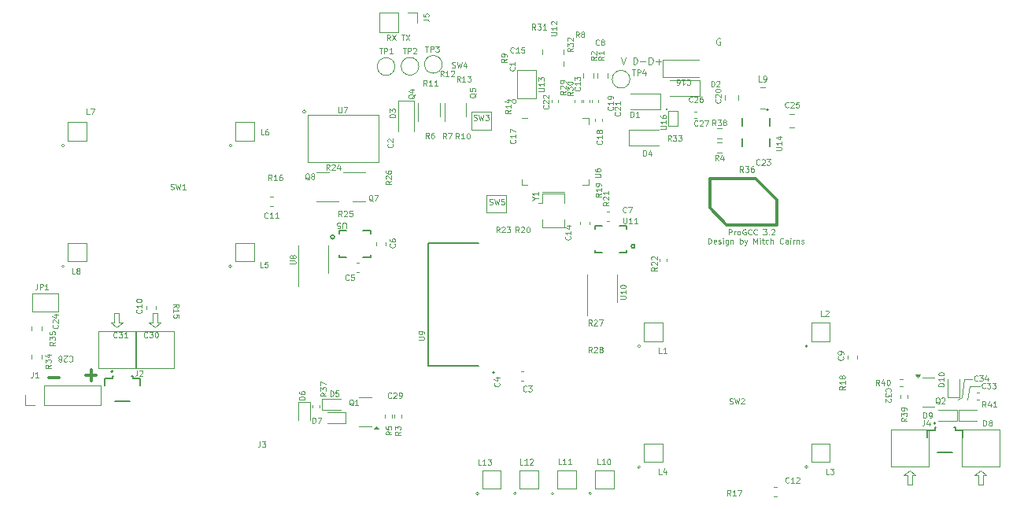
<source format=gbr>
G04 #@! TF.GenerationSoftware,KiCad,Pcbnew,8.0.2*
G04 #@! TF.CreationDate,2024-09-01T00:55:05-07:00*
G04 #@! TF.ProjectId,progcc_3.2_main,70726f67-6363-45f3-932e-325f6d61696e,1*
G04 #@! TF.SameCoordinates,Original*
G04 #@! TF.FileFunction,Legend,Top*
G04 #@! TF.FilePolarity,Positive*
%FSLAX46Y46*%
G04 Gerber Fmt 4.6, Leading zero omitted, Abs format (unit mm)*
G04 Created by KiCad (PCBNEW 8.0.2) date 2024-09-01 00:55:05*
%MOMM*%
%LPD*%
G01*
G04 APERTURE LIST*
%ADD10C,0.120000*%
%ADD11C,0.100000*%
%ADD12C,0.300000*%
%ADD13C,0.127000*%
%ADD14C,0.200000*%
%ADD15C,0.350000*%
%ADD16C,0.160000*%
G04 APERTURE END LIST*
D10*
X182524400Y-140589000D02*
X182765700Y-138607800D01*
X182092600Y-140843000D02*
X182524400Y-140589000D01*
X183362600Y-139369800D02*
X183083200Y-140792200D01*
X182765700Y-138607800D02*
X183654700Y-138607800D01*
X183362600Y-139369800D02*
X184480200Y-139369800D01*
D11*
X121026342Y-102151771D02*
X120826342Y-101866057D01*
X120683485Y-102151771D02*
X120683485Y-101551771D01*
X120683485Y-101551771D02*
X120912056Y-101551771D01*
X120912056Y-101551771D02*
X120969199Y-101580342D01*
X120969199Y-101580342D02*
X120997770Y-101608914D01*
X120997770Y-101608914D02*
X121026342Y-101666057D01*
X121026342Y-101666057D02*
X121026342Y-101751771D01*
X121026342Y-101751771D02*
X120997770Y-101808914D01*
X120997770Y-101808914D02*
X120969199Y-101837485D01*
X120969199Y-101837485D02*
X120912056Y-101866057D01*
X120912056Y-101866057D02*
X120683485Y-101866057D01*
X121226342Y-101551771D02*
X121626342Y-102151771D01*
X121626342Y-101551771D02*
X121226342Y-102151771D01*
X122226342Y-101551771D02*
X122569200Y-101551771D01*
X122397771Y-102151771D02*
X122397771Y-101551771D01*
X122712057Y-101551771D02*
X123112057Y-102151771D01*
X123112057Y-101551771D02*
X122712057Y-102151771D01*
D10*
X156530175Y-101930688D02*
X156458747Y-101894974D01*
X156458747Y-101894974D02*
X156351604Y-101894974D01*
X156351604Y-101894974D02*
X156244461Y-101930688D01*
X156244461Y-101930688D02*
X156173032Y-102002117D01*
X156173032Y-102002117D02*
X156137318Y-102073545D01*
X156137318Y-102073545D02*
X156101604Y-102216402D01*
X156101604Y-102216402D02*
X156101604Y-102323545D01*
X156101604Y-102323545D02*
X156137318Y-102466402D01*
X156137318Y-102466402D02*
X156173032Y-102537831D01*
X156173032Y-102537831D02*
X156244461Y-102609260D01*
X156244461Y-102609260D02*
X156351604Y-102644974D01*
X156351604Y-102644974D02*
X156423032Y-102644974D01*
X156423032Y-102644974D02*
X156530175Y-102609260D01*
X156530175Y-102609260D02*
X156565889Y-102573545D01*
X156565889Y-102573545D02*
X156565889Y-102323545D01*
X156565889Y-102323545D02*
X156423032Y-102323545D01*
D12*
X88286110Y-138192800D02*
X89428968Y-138192800D01*
X88857539Y-138764228D02*
X88857539Y-137621371D01*
D11*
X157435857Y-123055971D02*
X157435857Y-122455971D01*
X157435857Y-122455971D02*
X157664428Y-122455971D01*
X157664428Y-122455971D02*
X157721571Y-122484542D01*
X157721571Y-122484542D02*
X157750142Y-122513114D01*
X157750142Y-122513114D02*
X157778714Y-122570257D01*
X157778714Y-122570257D02*
X157778714Y-122655971D01*
X157778714Y-122655971D02*
X157750142Y-122713114D01*
X157750142Y-122713114D02*
X157721571Y-122741685D01*
X157721571Y-122741685D02*
X157664428Y-122770257D01*
X157664428Y-122770257D02*
X157435857Y-122770257D01*
X158035857Y-123055971D02*
X158035857Y-122655971D01*
X158035857Y-122770257D02*
X158064428Y-122713114D01*
X158064428Y-122713114D02*
X158093000Y-122684542D01*
X158093000Y-122684542D02*
X158150142Y-122655971D01*
X158150142Y-122655971D02*
X158207285Y-122655971D01*
X158493000Y-123055971D02*
X158435857Y-123027400D01*
X158435857Y-123027400D02*
X158407286Y-122998828D01*
X158407286Y-122998828D02*
X158378714Y-122941685D01*
X158378714Y-122941685D02*
X158378714Y-122770257D01*
X158378714Y-122770257D02*
X158407286Y-122713114D01*
X158407286Y-122713114D02*
X158435857Y-122684542D01*
X158435857Y-122684542D02*
X158493000Y-122655971D01*
X158493000Y-122655971D02*
X158578714Y-122655971D01*
X158578714Y-122655971D02*
X158635857Y-122684542D01*
X158635857Y-122684542D02*
X158664429Y-122713114D01*
X158664429Y-122713114D02*
X158693000Y-122770257D01*
X158693000Y-122770257D02*
X158693000Y-122941685D01*
X158693000Y-122941685D02*
X158664429Y-122998828D01*
X158664429Y-122998828D02*
X158635857Y-123027400D01*
X158635857Y-123027400D02*
X158578714Y-123055971D01*
X158578714Y-123055971D02*
X158493000Y-123055971D01*
X159264428Y-122484542D02*
X159207286Y-122455971D01*
X159207286Y-122455971D02*
X159121571Y-122455971D01*
X159121571Y-122455971D02*
X159035857Y-122484542D01*
X159035857Y-122484542D02*
X158978714Y-122541685D01*
X158978714Y-122541685D02*
X158950143Y-122598828D01*
X158950143Y-122598828D02*
X158921571Y-122713114D01*
X158921571Y-122713114D02*
X158921571Y-122798828D01*
X158921571Y-122798828D02*
X158950143Y-122913114D01*
X158950143Y-122913114D02*
X158978714Y-122970257D01*
X158978714Y-122970257D02*
X159035857Y-123027400D01*
X159035857Y-123027400D02*
X159121571Y-123055971D01*
X159121571Y-123055971D02*
X159178714Y-123055971D01*
X159178714Y-123055971D02*
X159264428Y-123027400D01*
X159264428Y-123027400D02*
X159293000Y-122998828D01*
X159293000Y-122998828D02*
X159293000Y-122798828D01*
X159293000Y-122798828D02*
X159178714Y-122798828D01*
X159893000Y-122998828D02*
X159864428Y-123027400D01*
X159864428Y-123027400D02*
X159778714Y-123055971D01*
X159778714Y-123055971D02*
X159721571Y-123055971D01*
X159721571Y-123055971D02*
X159635857Y-123027400D01*
X159635857Y-123027400D02*
X159578714Y-122970257D01*
X159578714Y-122970257D02*
X159550143Y-122913114D01*
X159550143Y-122913114D02*
X159521571Y-122798828D01*
X159521571Y-122798828D02*
X159521571Y-122713114D01*
X159521571Y-122713114D02*
X159550143Y-122598828D01*
X159550143Y-122598828D02*
X159578714Y-122541685D01*
X159578714Y-122541685D02*
X159635857Y-122484542D01*
X159635857Y-122484542D02*
X159721571Y-122455971D01*
X159721571Y-122455971D02*
X159778714Y-122455971D01*
X159778714Y-122455971D02*
X159864428Y-122484542D01*
X159864428Y-122484542D02*
X159893000Y-122513114D01*
X160493000Y-122998828D02*
X160464428Y-123027400D01*
X160464428Y-123027400D02*
X160378714Y-123055971D01*
X160378714Y-123055971D02*
X160321571Y-123055971D01*
X160321571Y-123055971D02*
X160235857Y-123027400D01*
X160235857Y-123027400D02*
X160178714Y-122970257D01*
X160178714Y-122970257D02*
X160150143Y-122913114D01*
X160150143Y-122913114D02*
X160121571Y-122798828D01*
X160121571Y-122798828D02*
X160121571Y-122713114D01*
X160121571Y-122713114D02*
X160150143Y-122598828D01*
X160150143Y-122598828D02*
X160178714Y-122541685D01*
X160178714Y-122541685D02*
X160235857Y-122484542D01*
X160235857Y-122484542D02*
X160321571Y-122455971D01*
X160321571Y-122455971D02*
X160378714Y-122455971D01*
X160378714Y-122455971D02*
X160464428Y-122484542D01*
X160464428Y-122484542D02*
X160493000Y-122513114D01*
X161150143Y-122455971D02*
X161521571Y-122455971D01*
X161521571Y-122455971D02*
X161321571Y-122684542D01*
X161321571Y-122684542D02*
X161407286Y-122684542D01*
X161407286Y-122684542D02*
X161464429Y-122713114D01*
X161464429Y-122713114D02*
X161493000Y-122741685D01*
X161493000Y-122741685D02*
X161521571Y-122798828D01*
X161521571Y-122798828D02*
X161521571Y-122941685D01*
X161521571Y-122941685D02*
X161493000Y-122998828D01*
X161493000Y-122998828D02*
X161464429Y-123027400D01*
X161464429Y-123027400D02*
X161407286Y-123055971D01*
X161407286Y-123055971D02*
X161235857Y-123055971D01*
X161235857Y-123055971D02*
X161178714Y-123027400D01*
X161178714Y-123027400D02*
X161150143Y-122998828D01*
X161778715Y-122998828D02*
X161807286Y-123027400D01*
X161807286Y-123027400D02*
X161778715Y-123055971D01*
X161778715Y-123055971D02*
X161750143Y-123027400D01*
X161750143Y-123027400D02*
X161778715Y-122998828D01*
X161778715Y-122998828D02*
X161778715Y-123055971D01*
X162035857Y-122513114D02*
X162064429Y-122484542D01*
X162064429Y-122484542D02*
X162121572Y-122455971D01*
X162121572Y-122455971D02*
X162264429Y-122455971D01*
X162264429Y-122455971D02*
X162321572Y-122484542D01*
X162321572Y-122484542D02*
X162350143Y-122513114D01*
X162350143Y-122513114D02*
X162378714Y-122570257D01*
X162378714Y-122570257D02*
X162378714Y-122627400D01*
X162378714Y-122627400D02*
X162350143Y-122713114D01*
X162350143Y-122713114D02*
X162007286Y-123055971D01*
X162007286Y-123055971D02*
X162378714Y-123055971D01*
D10*
X145870175Y-103952374D02*
X146120175Y-104702374D01*
X146120175Y-104702374D02*
X146370175Y-103952374D01*
X147191604Y-104702374D02*
X147191604Y-103952374D01*
X147191604Y-103952374D02*
X147370175Y-103952374D01*
X147370175Y-103952374D02*
X147477318Y-103988088D01*
X147477318Y-103988088D02*
X147548747Y-104059517D01*
X147548747Y-104059517D02*
X147584461Y-104130945D01*
X147584461Y-104130945D02*
X147620175Y-104273802D01*
X147620175Y-104273802D02*
X147620175Y-104380945D01*
X147620175Y-104380945D02*
X147584461Y-104523802D01*
X147584461Y-104523802D02*
X147548747Y-104595231D01*
X147548747Y-104595231D02*
X147477318Y-104666660D01*
X147477318Y-104666660D02*
X147370175Y-104702374D01*
X147370175Y-104702374D02*
X147191604Y-104702374D01*
X147941604Y-104416660D02*
X148513033Y-104416660D01*
X148870175Y-104702374D02*
X148870175Y-103952374D01*
X148870175Y-103952374D02*
X149048746Y-103952374D01*
X149048746Y-103952374D02*
X149155889Y-103988088D01*
X149155889Y-103988088D02*
X149227318Y-104059517D01*
X149227318Y-104059517D02*
X149263032Y-104130945D01*
X149263032Y-104130945D02*
X149298746Y-104273802D01*
X149298746Y-104273802D02*
X149298746Y-104380945D01*
X149298746Y-104380945D02*
X149263032Y-104523802D01*
X149263032Y-104523802D02*
X149227318Y-104595231D01*
X149227318Y-104595231D02*
X149155889Y-104666660D01*
X149155889Y-104666660D02*
X149048746Y-104702374D01*
X149048746Y-104702374D02*
X148870175Y-104702374D01*
X149620175Y-104416660D02*
X150191604Y-104416660D01*
X149905889Y-104702374D02*
X149905889Y-104130945D01*
D11*
X155245629Y-124018571D02*
X155245629Y-123418571D01*
X155245629Y-123418571D02*
X155388486Y-123418571D01*
X155388486Y-123418571D02*
X155474200Y-123447142D01*
X155474200Y-123447142D02*
X155531343Y-123504285D01*
X155531343Y-123504285D02*
X155559914Y-123561428D01*
X155559914Y-123561428D02*
X155588486Y-123675714D01*
X155588486Y-123675714D02*
X155588486Y-123761428D01*
X155588486Y-123761428D02*
X155559914Y-123875714D01*
X155559914Y-123875714D02*
X155531343Y-123932857D01*
X155531343Y-123932857D02*
X155474200Y-123990000D01*
X155474200Y-123990000D02*
X155388486Y-124018571D01*
X155388486Y-124018571D02*
X155245629Y-124018571D01*
X156074200Y-123990000D02*
X156017057Y-124018571D01*
X156017057Y-124018571D02*
X155902772Y-124018571D01*
X155902772Y-124018571D02*
X155845629Y-123990000D01*
X155845629Y-123990000D02*
X155817057Y-123932857D01*
X155817057Y-123932857D02*
X155817057Y-123704285D01*
X155817057Y-123704285D02*
X155845629Y-123647142D01*
X155845629Y-123647142D02*
X155902772Y-123618571D01*
X155902772Y-123618571D02*
X156017057Y-123618571D01*
X156017057Y-123618571D02*
X156074200Y-123647142D01*
X156074200Y-123647142D02*
X156102772Y-123704285D01*
X156102772Y-123704285D02*
X156102772Y-123761428D01*
X156102772Y-123761428D02*
X155817057Y-123818571D01*
X156331343Y-123990000D02*
X156388486Y-124018571D01*
X156388486Y-124018571D02*
X156502772Y-124018571D01*
X156502772Y-124018571D02*
X156559915Y-123990000D01*
X156559915Y-123990000D02*
X156588486Y-123932857D01*
X156588486Y-123932857D02*
X156588486Y-123904285D01*
X156588486Y-123904285D02*
X156559915Y-123847142D01*
X156559915Y-123847142D02*
X156502772Y-123818571D01*
X156502772Y-123818571D02*
X156417058Y-123818571D01*
X156417058Y-123818571D02*
X156359915Y-123790000D01*
X156359915Y-123790000D02*
X156331343Y-123732857D01*
X156331343Y-123732857D02*
X156331343Y-123704285D01*
X156331343Y-123704285D02*
X156359915Y-123647142D01*
X156359915Y-123647142D02*
X156417058Y-123618571D01*
X156417058Y-123618571D02*
X156502772Y-123618571D01*
X156502772Y-123618571D02*
X156559915Y-123647142D01*
X156845629Y-124018571D02*
X156845629Y-123618571D01*
X156845629Y-123418571D02*
X156817057Y-123447142D01*
X156817057Y-123447142D02*
X156845629Y-123475714D01*
X156845629Y-123475714D02*
X156874200Y-123447142D01*
X156874200Y-123447142D02*
X156845629Y-123418571D01*
X156845629Y-123418571D02*
X156845629Y-123475714D01*
X157388486Y-123618571D02*
X157388486Y-124104285D01*
X157388486Y-124104285D02*
X157359914Y-124161428D01*
X157359914Y-124161428D02*
X157331343Y-124190000D01*
X157331343Y-124190000D02*
X157274200Y-124218571D01*
X157274200Y-124218571D02*
X157188486Y-124218571D01*
X157188486Y-124218571D02*
X157131343Y-124190000D01*
X157388486Y-123990000D02*
X157331343Y-124018571D01*
X157331343Y-124018571D02*
X157217057Y-124018571D01*
X157217057Y-124018571D02*
X157159914Y-123990000D01*
X157159914Y-123990000D02*
X157131343Y-123961428D01*
X157131343Y-123961428D02*
X157102771Y-123904285D01*
X157102771Y-123904285D02*
X157102771Y-123732857D01*
X157102771Y-123732857D02*
X157131343Y-123675714D01*
X157131343Y-123675714D02*
X157159914Y-123647142D01*
X157159914Y-123647142D02*
X157217057Y-123618571D01*
X157217057Y-123618571D02*
X157331343Y-123618571D01*
X157331343Y-123618571D02*
X157388486Y-123647142D01*
X157674200Y-123618571D02*
X157674200Y-124018571D01*
X157674200Y-123675714D02*
X157702771Y-123647142D01*
X157702771Y-123647142D02*
X157759914Y-123618571D01*
X157759914Y-123618571D02*
X157845628Y-123618571D01*
X157845628Y-123618571D02*
X157902771Y-123647142D01*
X157902771Y-123647142D02*
X157931343Y-123704285D01*
X157931343Y-123704285D02*
X157931343Y-124018571D01*
X158674200Y-124018571D02*
X158674200Y-123418571D01*
X158674200Y-123647142D02*
X158731343Y-123618571D01*
X158731343Y-123618571D02*
X158845628Y-123618571D01*
X158845628Y-123618571D02*
X158902771Y-123647142D01*
X158902771Y-123647142D02*
X158931343Y-123675714D01*
X158931343Y-123675714D02*
X158959914Y-123732857D01*
X158959914Y-123732857D02*
X158959914Y-123904285D01*
X158959914Y-123904285D02*
X158931343Y-123961428D01*
X158931343Y-123961428D02*
X158902771Y-123990000D01*
X158902771Y-123990000D02*
X158845628Y-124018571D01*
X158845628Y-124018571D02*
X158731343Y-124018571D01*
X158731343Y-124018571D02*
X158674200Y-123990000D01*
X159159914Y-123618571D02*
X159302771Y-124018571D01*
X159445628Y-123618571D02*
X159302771Y-124018571D01*
X159302771Y-124018571D02*
X159245628Y-124161428D01*
X159245628Y-124161428D02*
X159217057Y-124190000D01*
X159217057Y-124190000D02*
X159159914Y-124218571D01*
X160131343Y-124018571D02*
X160131343Y-123418571D01*
X160131343Y-123418571D02*
X160331343Y-123847142D01*
X160331343Y-123847142D02*
X160531343Y-123418571D01*
X160531343Y-123418571D02*
X160531343Y-124018571D01*
X160817057Y-124018571D02*
X160817057Y-123618571D01*
X160817057Y-123418571D02*
X160788485Y-123447142D01*
X160788485Y-123447142D02*
X160817057Y-123475714D01*
X160817057Y-123475714D02*
X160845628Y-123447142D01*
X160845628Y-123447142D02*
X160817057Y-123418571D01*
X160817057Y-123418571D02*
X160817057Y-123475714D01*
X161017056Y-123618571D02*
X161245628Y-123618571D01*
X161102771Y-123418571D02*
X161102771Y-123932857D01*
X161102771Y-123932857D02*
X161131342Y-123990000D01*
X161131342Y-123990000D02*
X161188485Y-124018571D01*
X161188485Y-124018571D02*
X161245628Y-124018571D01*
X161702771Y-123990000D02*
X161645628Y-124018571D01*
X161645628Y-124018571D02*
X161531342Y-124018571D01*
X161531342Y-124018571D02*
X161474199Y-123990000D01*
X161474199Y-123990000D02*
X161445628Y-123961428D01*
X161445628Y-123961428D02*
X161417056Y-123904285D01*
X161417056Y-123904285D02*
X161417056Y-123732857D01*
X161417056Y-123732857D02*
X161445628Y-123675714D01*
X161445628Y-123675714D02*
X161474199Y-123647142D01*
X161474199Y-123647142D02*
X161531342Y-123618571D01*
X161531342Y-123618571D02*
X161645628Y-123618571D01*
X161645628Y-123618571D02*
X161702771Y-123647142D01*
X161959914Y-124018571D02*
X161959914Y-123418571D01*
X162217057Y-124018571D02*
X162217057Y-123704285D01*
X162217057Y-123704285D02*
X162188485Y-123647142D01*
X162188485Y-123647142D02*
X162131342Y-123618571D01*
X162131342Y-123618571D02*
X162045628Y-123618571D01*
X162045628Y-123618571D02*
X161988485Y-123647142D01*
X161988485Y-123647142D02*
X161959914Y-123675714D01*
X163302771Y-123961428D02*
X163274199Y-123990000D01*
X163274199Y-123990000D02*
X163188485Y-124018571D01*
X163188485Y-124018571D02*
X163131342Y-124018571D01*
X163131342Y-124018571D02*
X163045628Y-123990000D01*
X163045628Y-123990000D02*
X162988485Y-123932857D01*
X162988485Y-123932857D02*
X162959914Y-123875714D01*
X162959914Y-123875714D02*
X162931342Y-123761428D01*
X162931342Y-123761428D02*
X162931342Y-123675714D01*
X162931342Y-123675714D02*
X162959914Y-123561428D01*
X162959914Y-123561428D02*
X162988485Y-123504285D01*
X162988485Y-123504285D02*
X163045628Y-123447142D01*
X163045628Y-123447142D02*
X163131342Y-123418571D01*
X163131342Y-123418571D02*
X163188485Y-123418571D01*
X163188485Y-123418571D02*
X163274199Y-123447142D01*
X163274199Y-123447142D02*
X163302771Y-123475714D01*
X163817057Y-124018571D02*
X163817057Y-123704285D01*
X163817057Y-123704285D02*
X163788485Y-123647142D01*
X163788485Y-123647142D02*
X163731342Y-123618571D01*
X163731342Y-123618571D02*
X163617057Y-123618571D01*
X163617057Y-123618571D02*
X163559914Y-123647142D01*
X163817057Y-123990000D02*
X163759914Y-124018571D01*
X163759914Y-124018571D02*
X163617057Y-124018571D01*
X163617057Y-124018571D02*
X163559914Y-123990000D01*
X163559914Y-123990000D02*
X163531342Y-123932857D01*
X163531342Y-123932857D02*
X163531342Y-123875714D01*
X163531342Y-123875714D02*
X163559914Y-123818571D01*
X163559914Y-123818571D02*
X163617057Y-123790000D01*
X163617057Y-123790000D02*
X163759914Y-123790000D01*
X163759914Y-123790000D02*
X163817057Y-123761428D01*
X164102771Y-124018571D02*
X164102771Y-123618571D01*
X164102771Y-123418571D02*
X164074199Y-123447142D01*
X164074199Y-123447142D02*
X164102771Y-123475714D01*
X164102771Y-123475714D02*
X164131342Y-123447142D01*
X164131342Y-123447142D02*
X164102771Y-123418571D01*
X164102771Y-123418571D02*
X164102771Y-123475714D01*
X164388485Y-124018571D02*
X164388485Y-123618571D01*
X164388485Y-123732857D02*
X164417056Y-123675714D01*
X164417056Y-123675714D02*
X164445628Y-123647142D01*
X164445628Y-123647142D02*
X164502770Y-123618571D01*
X164502770Y-123618571D02*
X164559913Y-123618571D01*
X164759914Y-123618571D02*
X164759914Y-124018571D01*
X164759914Y-123675714D02*
X164788485Y-123647142D01*
X164788485Y-123647142D02*
X164845628Y-123618571D01*
X164845628Y-123618571D02*
X164931342Y-123618571D01*
X164931342Y-123618571D02*
X164988485Y-123647142D01*
X164988485Y-123647142D02*
X165017057Y-123704285D01*
X165017057Y-123704285D02*
X165017057Y-124018571D01*
X165274199Y-123990000D02*
X165331342Y-124018571D01*
X165331342Y-124018571D02*
X165445628Y-124018571D01*
X165445628Y-124018571D02*
X165502771Y-123990000D01*
X165502771Y-123990000D02*
X165531342Y-123932857D01*
X165531342Y-123932857D02*
X165531342Y-123904285D01*
X165531342Y-123904285D02*
X165502771Y-123847142D01*
X165502771Y-123847142D02*
X165445628Y-123818571D01*
X165445628Y-123818571D02*
X165359914Y-123818571D01*
X165359914Y-123818571D02*
X165302771Y-123790000D01*
X165302771Y-123790000D02*
X165274199Y-123732857D01*
X165274199Y-123732857D02*
X165274199Y-123704285D01*
X165274199Y-123704285D02*
X165302771Y-123647142D01*
X165302771Y-123647142D02*
X165359914Y-123618571D01*
X165359914Y-123618571D02*
X165445628Y-123618571D01*
X165445628Y-123618571D02*
X165502771Y-123647142D01*
D12*
X84298310Y-138421400D02*
X85441168Y-138421400D01*
D11*
X86505714Y-136159771D02*
X86534286Y-136131200D01*
X86534286Y-136131200D02*
X86620000Y-136102628D01*
X86620000Y-136102628D02*
X86677143Y-136102628D01*
X86677143Y-136102628D02*
X86762857Y-136131200D01*
X86762857Y-136131200D02*
X86820000Y-136188342D01*
X86820000Y-136188342D02*
X86848571Y-136245485D01*
X86848571Y-136245485D02*
X86877143Y-136359771D01*
X86877143Y-136359771D02*
X86877143Y-136445485D01*
X86877143Y-136445485D02*
X86848571Y-136559771D01*
X86848571Y-136559771D02*
X86820000Y-136616914D01*
X86820000Y-136616914D02*
X86762857Y-136674057D01*
X86762857Y-136674057D02*
X86677143Y-136702628D01*
X86677143Y-136702628D02*
X86620000Y-136702628D01*
X86620000Y-136702628D02*
X86534286Y-136674057D01*
X86534286Y-136674057D02*
X86505714Y-136645485D01*
X86277143Y-136645485D02*
X86248571Y-136674057D01*
X86248571Y-136674057D02*
X86191429Y-136702628D01*
X86191429Y-136702628D02*
X86048571Y-136702628D01*
X86048571Y-136702628D02*
X85991429Y-136674057D01*
X85991429Y-136674057D02*
X85962857Y-136645485D01*
X85962857Y-136645485D02*
X85934286Y-136588342D01*
X85934286Y-136588342D02*
X85934286Y-136531200D01*
X85934286Y-136531200D02*
X85962857Y-136445485D01*
X85962857Y-136445485D02*
X86305714Y-136102628D01*
X86305714Y-136102628D02*
X85934286Y-136102628D01*
X85591428Y-136445485D02*
X85648571Y-136474057D01*
X85648571Y-136474057D02*
X85677142Y-136502628D01*
X85677142Y-136502628D02*
X85705714Y-136559771D01*
X85705714Y-136559771D02*
X85705714Y-136588342D01*
X85705714Y-136588342D02*
X85677142Y-136645485D01*
X85677142Y-136645485D02*
X85648571Y-136674057D01*
X85648571Y-136674057D02*
X85591428Y-136702628D01*
X85591428Y-136702628D02*
X85477142Y-136702628D01*
X85477142Y-136702628D02*
X85420000Y-136674057D01*
X85420000Y-136674057D02*
X85391428Y-136645485D01*
X85391428Y-136645485D02*
X85362857Y-136588342D01*
X85362857Y-136588342D02*
X85362857Y-136559771D01*
X85362857Y-136559771D02*
X85391428Y-136502628D01*
X85391428Y-136502628D02*
X85420000Y-136474057D01*
X85420000Y-136474057D02*
X85477142Y-136445485D01*
X85477142Y-136445485D02*
X85591428Y-136445485D01*
X85591428Y-136445485D02*
X85648571Y-136416914D01*
X85648571Y-136416914D02*
X85677142Y-136388342D01*
X85677142Y-136388342D02*
X85705714Y-136331200D01*
X85705714Y-136331200D02*
X85705714Y-136216914D01*
X85705714Y-136216914D02*
X85677142Y-136159771D01*
X85677142Y-136159771D02*
X85648571Y-136131200D01*
X85648571Y-136131200D02*
X85591428Y-136102628D01*
X85591428Y-136102628D02*
X85477142Y-136102628D01*
X85477142Y-136102628D02*
X85420000Y-136131200D01*
X85420000Y-136131200D02*
X85391428Y-136159771D01*
X85391428Y-136159771D02*
X85362857Y-136216914D01*
X85362857Y-136216914D02*
X85362857Y-136331200D01*
X85362857Y-136331200D02*
X85391428Y-136388342D01*
X85391428Y-136388342D02*
X85420000Y-136416914D01*
X85420000Y-136416914D02*
X85477142Y-136445485D01*
X163884285Y-109305228D02*
X163855713Y-109333800D01*
X163855713Y-109333800D02*
X163769999Y-109362371D01*
X163769999Y-109362371D02*
X163712856Y-109362371D01*
X163712856Y-109362371D02*
X163627142Y-109333800D01*
X163627142Y-109333800D02*
X163569999Y-109276657D01*
X163569999Y-109276657D02*
X163541428Y-109219514D01*
X163541428Y-109219514D02*
X163512856Y-109105228D01*
X163512856Y-109105228D02*
X163512856Y-109019514D01*
X163512856Y-109019514D02*
X163541428Y-108905228D01*
X163541428Y-108905228D02*
X163569999Y-108848085D01*
X163569999Y-108848085D02*
X163627142Y-108790942D01*
X163627142Y-108790942D02*
X163712856Y-108762371D01*
X163712856Y-108762371D02*
X163769999Y-108762371D01*
X163769999Y-108762371D02*
X163855713Y-108790942D01*
X163855713Y-108790942D02*
X163884285Y-108819514D01*
X164112856Y-108819514D02*
X164141428Y-108790942D01*
X164141428Y-108790942D02*
X164198571Y-108762371D01*
X164198571Y-108762371D02*
X164341428Y-108762371D01*
X164341428Y-108762371D02*
X164398571Y-108790942D01*
X164398571Y-108790942D02*
X164427142Y-108819514D01*
X164427142Y-108819514D02*
X164455713Y-108876657D01*
X164455713Y-108876657D02*
X164455713Y-108933800D01*
X164455713Y-108933800D02*
X164427142Y-109019514D01*
X164427142Y-109019514D02*
X164084285Y-109362371D01*
X164084285Y-109362371D02*
X164455713Y-109362371D01*
X164998571Y-108762371D02*
X164712857Y-108762371D01*
X164712857Y-108762371D02*
X164684285Y-109048085D01*
X164684285Y-109048085D02*
X164712857Y-109019514D01*
X164712857Y-109019514D02*
X164770000Y-108990942D01*
X164770000Y-108990942D02*
X164912857Y-108990942D01*
X164912857Y-108990942D02*
X164970000Y-109019514D01*
X164970000Y-109019514D02*
X164998571Y-109048085D01*
X164998571Y-109048085D02*
X165027142Y-109105228D01*
X165027142Y-109105228D02*
X165027142Y-109248085D01*
X165027142Y-109248085D02*
X164998571Y-109305228D01*
X164998571Y-109305228D02*
X164970000Y-109333800D01*
X164970000Y-109333800D02*
X164912857Y-109362371D01*
X164912857Y-109362371D02*
X164770000Y-109362371D01*
X164770000Y-109362371D02*
X164712857Y-109333800D01*
X164712857Y-109333800D02*
X164684285Y-109305228D01*
X127683518Y-105054800D02*
X127769233Y-105083371D01*
X127769233Y-105083371D02*
X127912090Y-105083371D01*
X127912090Y-105083371D02*
X127969233Y-105054800D01*
X127969233Y-105054800D02*
X127997804Y-105026228D01*
X127997804Y-105026228D02*
X128026375Y-104969085D01*
X128026375Y-104969085D02*
X128026375Y-104911942D01*
X128026375Y-104911942D02*
X127997804Y-104854800D01*
X127997804Y-104854800D02*
X127969233Y-104826228D01*
X127969233Y-104826228D02*
X127912090Y-104797657D01*
X127912090Y-104797657D02*
X127797804Y-104769085D01*
X127797804Y-104769085D02*
X127740661Y-104740514D01*
X127740661Y-104740514D02*
X127712090Y-104711942D01*
X127712090Y-104711942D02*
X127683518Y-104654800D01*
X127683518Y-104654800D02*
X127683518Y-104597657D01*
X127683518Y-104597657D02*
X127712090Y-104540514D01*
X127712090Y-104540514D02*
X127740661Y-104511942D01*
X127740661Y-104511942D02*
X127797804Y-104483371D01*
X127797804Y-104483371D02*
X127940661Y-104483371D01*
X127940661Y-104483371D02*
X128026375Y-104511942D01*
X128226376Y-104483371D02*
X128369233Y-105083371D01*
X128369233Y-105083371D02*
X128483519Y-104654800D01*
X128483519Y-104654800D02*
X128597804Y-105083371D01*
X128597804Y-105083371D02*
X128740662Y-104483371D01*
X129226376Y-104683371D02*
X129226376Y-105083371D01*
X129083518Y-104454800D02*
X128940661Y-104883371D01*
X128940661Y-104883371D02*
X129312090Y-104883371D01*
X139921571Y-107573714D02*
X139635857Y-107773714D01*
X139921571Y-107916571D02*
X139321571Y-107916571D01*
X139321571Y-107916571D02*
X139321571Y-107688000D01*
X139321571Y-107688000D02*
X139350142Y-107630857D01*
X139350142Y-107630857D02*
X139378714Y-107602286D01*
X139378714Y-107602286D02*
X139435857Y-107573714D01*
X139435857Y-107573714D02*
X139521571Y-107573714D01*
X139521571Y-107573714D02*
X139578714Y-107602286D01*
X139578714Y-107602286D02*
X139607285Y-107630857D01*
X139607285Y-107630857D02*
X139635857Y-107688000D01*
X139635857Y-107688000D02*
X139635857Y-107916571D01*
X139378714Y-107345143D02*
X139350142Y-107316571D01*
X139350142Y-107316571D02*
X139321571Y-107259429D01*
X139321571Y-107259429D02*
X139321571Y-107116571D01*
X139321571Y-107116571D02*
X139350142Y-107059429D01*
X139350142Y-107059429D02*
X139378714Y-107030857D01*
X139378714Y-107030857D02*
X139435857Y-107002286D01*
X139435857Y-107002286D02*
X139493000Y-107002286D01*
X139493000Y-107002286D02*
X139578714Y-107030857D01*
X139578714Y-107030857D02*
X139921571Y-107373714D01*
X139921571Y-107373714D02*
X139921571Y-107002286D01*
X139921571Y-106716571D02*
X139921571Y-106602285D01*
X139921571Y-106602285D02*
X139893000Y-106545142D01*
X139893000Y-106545142D02*
X139864428Y-106516571D01*
X139864428Y-106516571D02*
X139778714Y-106459428D01*
X139778714Y-106459428D02*
X139664428Y-106430857D01*
X139664428Y-106430857D02*
X139435857Y-106430857D01*
X139435857Y-106430857D02*
X139378714Y-106459428D01*
X139378714Y-106459428D02*
X139350142Y-106488000D01*
X139350142Y-106488000D02*
X139321571Y-106545142D01*
X139321571Y-106545142D02*
X139321571Y-106659428D01*
X139321571Y-106659428D02*
X139350142Y-106716571D01*
X139350142Y-106716571D02*
X139378714Y-106745142D01*
X139378714Y-106745142D02*
X139435857Y-106773714D01*
X139435857Y-106773714D02*
X139578714Y-106773714D01*
X139578714Y-106773714D02*
X139635857Y-106745142D01*
X139635857Y-106745142D02*
X139664428Y-106716571D01*
X139664428Y-106716571D02*
X139693000Y-106659428D01*
X139693000Y-106659428D02*
X139693000Y-106545142D01*
X139693000Y-106545142D02*
X139664428Y-106488000D01*
X139664428Y-106488000D02*
X139635857Y-106459428D01*
X139635857Y-106459428D02*
X139578714Y-106430857D01*
X178398543Y-142791771D02*
X178398543Y-142191771D01*
X178398543Y-142191771D02*
X178541400Y-142191771D01*
X178541400Y-142191771D02*
X178627114Y-142220342D01*
X178627114Y-142220342D02*
X178684257Y-142277485D01*
X178684257Y-142277485D02*
X178712828Y-142334628D01*
X178712828Y-142334628D02*
X178741400Y-142448914D01*
X178741400Y-142448914D02*
X178741400Y-142534628D01*
X178741400Y-142534628D02*
X178712828Y-142648914D01*
X178712828Y-142648914D02*
X178684257Y-142706057D01*
X178684257Y-142706057D02*
X178627114Y-142763200D01*
X178627114Y-142763200D02*
X178541400Y-142791771D01*
X178541400Y-142791771D02*
X178398543Y-142791771D01*
X179027114Y-142791771D02*
X179141400Y-142791771D01*
X179141400Y-142791771D02*
X179198543Y-142763200D01*
X179198543Y-142763200D02*
X179227114Y-142734628D01*
X179227114Y-142734628D02*
X179284257Y-142648914D01*
X179284257Y-142648914D02*
X179312828Y-142534628D01*
X179312828Y-142534628D02*
X179312828Y-142306057D01*
X179312828Y-142306057D02*
X179284257Y-142248914D01*
X179284257Y-142248914D02*
X179255686Y-142220342D01*
X179255686Y-142220342D02*
X179198543Y-142191771D01*
X179198543Y-142191771D02*
X179084257Y-142191771D01*
X179084257Y-142191771D02*
X179027114Y-142220342D01*
X179027114Y-142220342D02*
X178998543Y-142248914D01*
X178998543Y-142248914D02*
X178969971Y-142306057D01*
X178969971Y-142306057D02*
X178969971Y-142448914D01*
X178969971Y-142448914D02*
X178998543Y-142506057D01*
X178998543Y-142506057D02*
X179027114Y-142534628D01*
X179027114Y-142534628D02*
X179084257Y-142563200D01*
X179084257Y-142563200D02*
X179198543Y-142563200D01*
X179198543Y-142563200D02*
X179255686Y-142534628D01*
X179255686Y-142534628D02*
X179284257Y-142506057D01*
X179284257Y-142506057D02*
X179312828Y-142448914D01*
X167680000Y-131812371D02*
X167394286Y-131812371D01*
X167394286Y-131812371D02*
X167394286Y-131212371D01*
X167851428Y-131269514D02*
X167880000Y-131240942D01*
X167880000Y-131240942D02*
X167937143Y-131212371D01*
X167937143Y-131212371D02*
X168080000Y-131212371D01*
X168080000Y-131212371D02*
X168137143Y-131240942D01*
X168137143Y-131240942D02*
X168165714Y-131269514D01*
X168165714Y-131269514D02*
X168194285Y-131326657D01*
X168194285Y-131326657D02*
X168194285Y-131383800D01*
X168194285Y-131383800D02*
X168165714Y-131469514D01*
X168165714Y-131469514D02*
X167822857Y-131812371D01*
X167822857Y-131812371D02*
X168194285Y-131812371D01*
X121525628Y-124051999D02*
X121554200Y-124080571D01*
X121554200Y-124080571D02*
X121582771Y-124166285D01*
X121582771Y-124166285D02*
X121582771Y-124223428D01*
X121582771Y-124223428D02*
X121554200Y-124309142D01*
X121554200Y-124309142D02*
X121497057Y-124366285D01*
X121497057Y-124366285D02*
X121439914Y-124394856D01*
X121439914Y-124394856D02*
X121325628Y-124423428D01*
X121325628Y-124423428D02*
X121239914Y-124423428D01*
X121239914Y-124423428D02*
X121125628Y-124394856D01*
X121125628Y-124394856D02*
X121068485Y-124366285D01*
X121068485Y-124366285D02*
X121011342Y-124309142D01*
X121011342Y-124309142D02*
X120982771Y-124223428D01*
X120982771Y-124223428D02*
X120982771Y-124166285D01*
X120982771Y-124166285D02*
X121011342Y-124080571D01*
X121011342Y-124080571D02*
X121039914Y-124051999D01*
X120982771Y-123537714D02*
X120982771Y-123651999D01*
X120982771Y-123651999D02*
X121011342Y-123709142D01*
X121011342Y-123709142D02*
X121039914Y-123737714D01*
X121039914Y-123737714D02*
X121125628Y-123794856D01*
X121125628Y-123794856D02*
X121239914Y-123823428D01*
X121239914Y-123823428D02*
X121468485Y-123823428D01*
X121468485Y-123823428D02*
X121525628Y-123794856D01*
X121525628Y-123794856D02*
X121554200Y-123766285D01*
X121554200Y-123766285D02*
X121582771Y-123709142D01*
X121582771Y-123709142D02*
X121582771Y-123594856D01*
X121582771Y-123594856D02*
X121554200Y-123537714D01*
X121554200Y-123537714D02*
X121525628Y-123509142D01*
X121525628Y-123509142D02*
X121468485Y-123480571D01*
X121468485Y-123480571D02*
X121325628Y-123480571D01*
X121325628Y-123480571D02*
X121268485Y-123509142D01*
X121268485Y-123509142D02*
X121239914Y-123537714D01*
X121239914Y-123537714D02*
X121211342Y-123594856D01*
X121211342Y-123594856D02*
X121211342Y-123709142D01*
X121211342Y-123709142D02*
X121239914Y-123766285D01*
X121239914Y-123766285D02*
X121268485Y-123794856D01*
X121268485Y-123794856D02*
X121325628Y-123823428D01*
X156330000Y-115062371D02*
X156130000Y-114776657D01*
X155987143Y-115062371D02*
X155987143Y-114462371D01*
X155987143Y-114462371D02*
X156215714Y-114462371D01*
X156215714Y-114462371D02*
X156272857Y-114490942D01*
X156272857Y-114490942D02*
X156301428Y-114519514D01*
X156301428Y-114519514D02*
X156330000Y-114576657D01*
X156330000Y-114576657D02*
X156330000Y-114662371D01*
X156330000Y-114662371D02*
X156301428Y-114719514D01*
X156301428Y-114719514D02*
X156272857Y-114748085D01*
X156272857Y-114748085D02*
X156215714Y-114776657D01*
X156215714Y-114776657D02*
X155987143Y-114776657D01*
X156844286Y-114662371D02*
X156844286Y-115062371D01*
X156701428Y-114433800D02*
X156558571Y-114862371D01*
X156558571Y-114862371D02*
X156930000Y-114862371D01*
X154104285Y-111285228D02*
X154075713Y-111313800D01*
X154075713Y-111313800D02*
X153989999Y-111342371D01*
X153989999Y-111342371D02*
X153932856Y-111342371D01*
X153932856Y-111342371D02*
X153847142Y-111313800D01*
X153847142Y-111313800D02*
X153789999Y-111256657D01*
X153789999Y-111256657D02*
X153761428Y-111199514D01*
X153761428Y-111199514D02*
X153732856Y-111085228D01*
X153732856Y-111085228D02*
X153732856Y-110999514D01*
X153732856Y-110999514D02*
X153761428Y-110885228D01*
X153761428Y-110885228D02*
X153789999Y-110828085D01*
X153789999Y-110828085D02*
X153847142Y-110770942D01*
X153847142Y-110770942D02*
X153932856Y-110742371D01*
X153932856Y-110742371D02*
X153989999Y-110742371D01*
X153989999Y-110742371D02*
X154075713Y-110770942D01*
X154075713Y-110770942D02*
X154104285Y-110799514D01*
X154332856Y-110799514D02*
X154361428Y-110770942D01*
X154361428Y-110770942D02*
X154418571Y-110742371D01*
X154418571Y-110742371D02*
X154561428Y-110742371D01*
X154561428Y-110742371D02*
X154618571Y-110770942D01*
X154618571Y-110770942D02*
X154647142Y-110799514D01*
X154647142Y-110799514D02*
X154675713Y-110856657D01*
X154675713Y-110856657D02*
X154675713Y-110913800D01*
X154675713Y-110913800D02*
X154647142Y-110999514D01*
X154647142Y-110999514D02*
X154304285Y-111342371D01*
X154304285Y-111342371D02*
X154675713Y-111342371D01*
X154875714Y-110742371D02*
X155275714Y-110742371D01*
X155275714Y-110742371D02*
X155018571Y-111342371D01*
X169961994Y-139354191D02*
X169676280Y-139554191D01*
X169961994Y-139697048D02*
X169361994Y-139697048D01*
X169361994Y-139697048D02*
X169361994Y-139468477D01*
X169361994Y-139468477D02*
X169390565Y-139411334D01*
X169390565Y-139411334D02*
X169419137Y-139382763D01*
X169419137Y-139382763D02*
X169476280Y-139354191D01*
X169476280Y-139354191D02*
X169561994Y-139354191D01*
X169561994Y-139354191D02*
X169619137Y-139382763D01*
X169619137Y-139382763D02*
X169647708Y-139411334D01*
X169647708Y-139411334D02*
X169676280Y-139468477D01*
X169676280Y-139468477D02*
X169676280Y-139697048D01*
X169961994Y-138782763D02*
X169961994Y-139125620D01*
X169961994Y-138954191D02*
X169361994Y-138954191D01*
X169361994Y-138954191D02*
X169447708Y-139011334D01*
X169447708Y-139011334D02*
X169504851Y-139068477D01*
X169504851Y-139068477D02*
X169533423Y-139125620D01*
X169619137Y-138439905D02*
X169590565Y-138497048D01*
X169590565Y-138497048D02*
X169561994Y-138525619D01*
X169561994Y-138525619D02*
X169504851Y-138554191D01*
X169504851Y-138554191D02*
X169476280Y-138554191D01*
X169476280Y-138554191D02*
X169419137Y-138525619D01*
X169419137Y-138525619D02*
X169390565Y-138497048D01*
X169390565Y-138497048D02*
X169361994Y-138439905D01*
X169361994Y-138439905D02*
X169361994Y-138325619D01*
X169361994Y-138325619D02*
X169390565Y-138268477D01*
X169390565Y-138268477D02*
X169419137Y-138239905D01*
X169419137Y-138239905D02*
X169476280Y-138211334D01*
X169476280Y-138211334D02*
X169504851Y-138211334D01*
X169504851Y-138211334D02*
X169561994Y-138239905D01*
X169561994Y-138239905D02*
X169590565Y-138268477D01*
X169590565Y-138268477D02*
X169619137Y-138325619D01*
X169619137Y-138325619D02*
X169619137Y-138439905D01*
X169619137Y-138439905D02*
X169647708Y-138497048D01*
X169647708Y-138497048D02*
X169676280Y-138525619D01*
X169676280Y-138525619D02*
X169733423Y-138554191D01*
X169733423Y-138554191D02*
X169847708Y-138554191D01*
X169847708Y-138554191D02*
X169904851Y-138525619D01*
X169904851Y-138525619D02*
X169933423Y-138497048D01*
X169933423Y-138497048D02*
X169961994Y-138439905D01*
X169961994Y-138439905D02*
X169961994Y-138325619D01*
X169961994Y-138325619D02*
X169933423Y-138268477D01*
X169933423Y-138268477D02*
X169904851Y-138239905D01*
X169904851Y-138239905D02*
X169847708Y-138211334D01*
X169847708Y-138211334D02*
X169733423Y-138211334D01*
X169733423Y-138211334D02*
X169676280Y-138239905D01*
X169676280Y-138239905D02*
X169647708Y-138268477D01*
X169647708Y-138268477D02*
X169619137Y-138325619D01*
X143222371Y-103889999D02*
X142936657Y-104089999D01*
X143222371Y-104232856D02*
X142622371Y-104232856D01*
X142622371Y-104232856D02*
X142622371Y-104004285D01*
X142622371Y-104004285D02*
X142650942Y-103947142D01*
X142650942Y-103947142D02*
X142679514Y-103918571D01*
X142679514Y-103918571D02*
X142736657Y-103889999D01*
X142736657Y-103889999D02*
X142822371Y-103889999D01*
X142822371Y-103889999D02*
X142879514Y-103918571D01*
X142879514Y-103918571D02*
X142908085Y-103947142D01*
X142908085Y-103947142D02*
X142936657Y-104004285D01*
X142936657Y-104004285D02*
X142936657Y-104232856D01*
X142679514Y-103661428D02*
X142650942Y-103632856D01*
X142650942Y-103632856D02*
X142622371Y-103575714D01*
X142622371Y-103575714D02*
X142622371Y-103432856D01*
X142622371Y-103432856D02*
X142650942Y-103375714D01*
X142650942Y-103375714D02*
X142679514Y-103347142D01*
X142679514Y-103347142D02*
X142736657Y-103318571D01*
X142736657Y-103318571D02*
X142793800Y-103318571D01*
X142793800Y-103318571D02*
X142879514Y-103347142D01*
X142879514Y-103347142D02*
X143222371Y-103689999D01*
X143222371Y-103689999D02*
X143222371Y-103318571D01*
X110263971Y-126187142D02*
X110749685Y-126187142D01*
X110749685Y-126187142D02*
X110806828Y-126158571D01*
X110806828Y-126158571D02*
X110835400Y-126130000D01*
X110835400Y-126130000D02*
X110863971Y-126072857D01*
X110863971Y-126072857D02*
X110863971Y-125958571D01*
X110863971Y-125958571D02*
X110835400Y-125901428D01*
X110835400Y-125901428D02*
X110806828Y-125872857D01*
X110806828Y-125872857D02*
X110749685Y-125844285D01*
X110749685Y-125844285D02*
X110263971Y-125844285D01*
X110521114Y-125472857D02*
X110492542Y-125530000D01*
X110492542Y-125530000D02*
X110463971Y-125558571D01*
X110463971Y-125558571D02*
X110406828Y-125587143D01*
X110406828Y-125587143D02*
X110378257Y-125587143D01*
X110378257Y-125587143D02*
X110321114Y-125558571D01*
X110321114Y-125558571D02*
X110292542Y-125530000D01*
X110292542Y-125530000D02*
X110263971Y-125472857D01*
X110263971Y-125472857D02*
X110263971Y-125358571D01*
X110263971Y-125358571D02*
X110292542Y-125301429D01*
X110292542Y-125301429D02*
X110321114Y-125272857D01*
X110321114Y-125272857D02*
X110378257Y-125244286D01*
X110378257Y-125244286D02*
X110406828Y-125244286D01*
X110406828Y-125244286D02*
X110463971Y-125272857D01*
X110463971Y-125272857D02*
X110492542Y-125301429D01*
X110492542Y-125301429D02*
X110521114Y-125358571D01*
X110521114Y-125358571D02*
X110521114Y-125472857D01*
X110521114Y-125472857D02*
X110549685Y-125530000D01*
X110549685Y-125530000D02*
X110578257Y-125558571D01*
X110578257Y-125558571D02*
X110635400Y-125587143D01*
X110635400Y-125587143D02*
X110749685Y-125587143D01*
X110749685Y-125587143D02*
X110806828Y-125558571D01*
X110806828Y-125558571D02*
X110835400Y-125530000D01*
X110835400Y-125530000D02*
X110863971Y-125472857D01*
X110863971Y-125472857D02*
X110863971Y-125358571D01*
X110863971Y-125358571D02*
X110835400Y-125301429D01*
X110835400Y-125301429D02*
X110806828Y-125272857D01*
X110806828Y-125272857D02*
X110749685Y-125244286D01*
X110749685Y-125244286D02*
X110635400Y-125244286D01*
X110635400Y-125244286D02*
X110578257Y-125272857D01*
X110578257Y-125272857D02*
X110549685Y-125301429D01*
X110549685Y-125301429D02*
X110521114Y-125358571D01*
X94246028Y-131119514D02*
X94274600Y-131148086D01*
X94274600Y-131148086D02*
X94303171Y-131233800D01*
X94303171Y-131233800D02*
X94303171Y-131290943D01*
X94303171Y-131290943D02*
X94274600Y-131376657D01*
X94274600Y-131376657D02*
X94217457Y-131433800D01*
X94217457Y-131433800D02*
X94160314Y-131462371D01*
X94160314Y-131462371D02*
X94046028Y-131490943D01*
X94046028Y-131490943D02*
X93960314Y-131490943D01*
X93960314Y-131490943D02*
X93846028Y-131462371D01*
X93846028Y-131462371D02*
X93788885Y-131433800D01*
X93788885Y-131433800D02*
X93731742Y-131376657D01*
X93731742Y-131376657D02*
X93703171Y-131290943D01*
X93703171Y-131290943D02*
X93703171Y-131233800D01*
X93703171Y-131233800D02*
X93731742Y-131148086D01*
X93731742Y-131148086D02*
X93760314Y-131119514D01*
X94303171Y-130548086D02*
X94303171Y-130890943D01*
X94303171Y-130719514D02*
X93703171Y-130719514D01*
X93703171Y-130719514D02*
X93788885Y-130776657D01*
X93788885Y-130776657D02*
X93846028Y-130833800D01*
X93846028Y-130833800D02*
X93874600Y-130890943D01*
X93703171Y-130176657D02*
X93703171Y-130119514D01*
X93703171Y-130119514D02*
X93731742Y-130062371D01*
X93731742Y-130062371D02*
X93760314Y-130033800D01*
X93760314Y-130033800D02*
X93817457Y-130005228D01*
X93817457Y-130005228D02*
X93931742Y-129976657D01*
X93931742Y-129976657D02*
X94074600Y-129976657D01*
X94074600Y-129976657D02*
X94188885Y-130005228D01*
X94188885Y-130005228D02*
X94246028Y-130033800D01*
X94246028Y-130033800D02*
X94274600Y-130062371D01*
X94274600Y-130062371D02*
X94303171Y-130119514D01*
X94303171Y-130119514D02*
X94303171Y-130176657D01*
X94303171Y-130176657D02*
X94274600Y-130233800D01*
X94274600Y-130233800D02*
X94246028Y-130262371D01*
X94246028Y-130262371D02*
X94188885Y-130290942D01*
X94188885Y-130290942D02*
X94074600Y-130319514D01*
X94074600Y-130319514D02*
X93931742Y-130319514D01*
X93931742Y-130319514D02*
X93817457Y-130290942D01*
X93817457Y-130290942D02*
X93760314Y-130262371D01*
X93760314Y-130262371D02*
X93731742Y-130233800D01*
X93731742Y-130233800D02*
X93703171Y-130176657D01*
X123671914Y-107956342D02*
X123643342Y-108013485D01*
X123643342Y-108013485D02*
X123586200Y-108070628D01*
X123586200Y-108070628D02*
X123500485Y-108156342D01*
X123500485Y-108156342D02*
X123471914Y-108213485D01*
X123471914Y-108213485D02*
X123471914Y-108270628D01*
X123614771Y-108242057D02*
X123586200Y-108299200D01*
X123586200Y-108299200D02*
X123529057Y-108356342D01*
X123529057Y-108356342D02*
X123414771Y-108384914D01*
X123414771Y-108384914D02*
X123214771Y-108384914D01*
X123214771Y-108384914D02*
X123100485Y-108356342D01*
X123100485Y-108356342D02*
X123043342Y-108299200D01*
X123043342Y-108299200D02*
X123014771Y-108242057D01*
X123014771Y-108242057D02*
X123014771Y-108127771D01*
X123014771Y-108127771D02*
X123043342Y-108070628D01*
X123043342Y-108070628D02*
X123100485Y-108013485D01*
X123100485Y-108013485D02*
X123214771Y-107984914D01*
X123214771Y-107984914D02*
X123414771Y-107984914D01*
X123414771Y-107984914D02*
X123529057Y-108013485D01*
X123529057Y-108013485D02*
X123586200Y-108070628D01*
X123586200Y-108070628D02*
X123614771Y-108127771D01*
X123614771Y-108127771D02*
X123614771Y-108242057D01*
X123214771Y-107470629D02*
X123614771Y-107470629D01*
X122986200Y-107613486D02*
X123414771Y-107756343D01*
X123414771Y-107756343D02*
X123414771Y-107384914D01*
X149726231Y-126540254D02*
X149440517Y-126740254D01*
X149726231Y-126883111D02*
X149126231Y-126883111D01*
X149126231Y-126883111D02*
X149126231Y-126654540D01*
X149126231Y-126654540D02*
X149154802Y-126597397D01*
X149154802Y-126597397D02*
X149183374Y-126568826D01*
X149183374Y-126568826D02*
X149240517Y-126540254D01*
X149240517Y-126540254D02*
X149326231Y-126540254D01*
X149326231Y-126540254D02*
X149383374Y-126568826D01*
X149383374Y-126568826D02*
X149411945Y-126597397D01*
X149411945Y-126597397D02*
X149440517Y-126654540D01*
X149440517Y-126654540D02*
X149440517Y-126883111D01*
X149183374Y-126311683D02*
X149154802Y-126283111D01*
X149154802Y-126283111D02*
X149126231Y-126225969D01*
X149126231Y-126225969D02*
X149126231Y-126083111D01*
X149126231Y-126083111D02*
X149154802Y-126025969D01*
X149154802Y-126025969D02*
X149183374Y-125997397D01*
X149183374Y-125997397D02*
X149240517Y-125968826D01*
X149240517Y-125968826D02*
X149297660Y-125968826D01*
X149297660Y-125968826D02*
X149383374Y-125997397D01*
X149383374Y-125997397D02*
X149726231Y-126340254D01*
X149726231Y-126340254D02*
X149726231Y-125968826D01*
X149183374Y-125740254D02*
X149154802Y-125711682D01*
X149154802Y-125711682D02*
X149126231Y-125654540D01*
X149126231Y-125654540D02*
X149126231Y-125511682D01*
X149126231Y-125511682D02*
X149154802Y-125454540D01*
X149154802Y-125454540D02*
X149183374Y-125425968D01*
X149183374Y-125425968D02*
X149240517Y-125397397D01*
X149240517Y-125397397D02*
X149297660Y-125397397D01*
X149297660Y-125397397D02*
X149383374Y-125425968D01*
X149383374Y-125425968D02*
X149726231Y-125768825D01*
X149726231Y-125768825D02*
X149726231Y-125397397D01*
X112688743Y-143325171D02*
X112688743Y-142725171D01*
X112688743Y-142725171D02*
X112831600Y-142725171D01*
X112831600Y-142725171D02*
X112917314Y-142753742D01*
X112917314Y-142753742D02*
X112974457Y-142810885D01*
X112974457Y-142810885D02*
X113003028Y-142868028D01*
X113003028Y-142868028D02*
X113031600Y-142982314D01*
X113031600Y-142982314D02*
X113031600Y-143068028D01*
X113031600Y-143068028D02*
X113003028Y-143182314D01*
X113003028Y-143182314D02*
X112974457Y-143239457D01*
X112974457Y-143239457D02*
X112917314Y-143296600D01*
X112917314Y-143296600D02*
X112831600Y-143325171D01*
X112831600Y-143325171D02*
X112688743Y-143325171D01*
X113231600Y-142725171D02*
X113631600Y-142725171D01*
X113631600Y-142725171D02*
X113374457Y-143325171D01*
X121153285Y-140575628D02*
X121124713Y-140604200D01*
X121124713Y-140604200D02*
X121038999Y-140632771D01*
X121038999Y-140632771D02*
X120981856Y-140632771D01*
X120981856Y-140632771D02*
X120896142Y-140604200D01*
X120896142Y-140604200D02*
X120838999Y-140547057D01*
X120838999Y-140547057D02*
X120810428Y-140489914D01*
X120810428Y-140489914D02*
X120781856Y-140375628D01*
X120781856Y-140375628D02*
X120781856Y-140289914D01*
X120781856Y-140289914D02*
X120810428Y-140175628D01*
X120810428Y-140175628D02*
X120838999Y-140118485D01*
X120838999Y-140118485D02*
X120896142Y-140061342D01*
X120896142Y-140061342D02*
X120981856Y-140032771D01*
X120981856Y-140032771D02*
X121038999Y-140032771D01*
X121038999Y-140032771D02*
X121124713Y-140061342D01*
X121124713Y-140061342D02*
X121153285Y-140089914D01*
X121381856Y-140089914D02*
X121410428Y-140061342D01*
X121410428Y-140061342D02*
X121467571Y-140032771D01*
X121467571Y-140032771D02*
X121610428Y-140032771D01*
X121610428Y-140032771D02*
X121667571Y-140061342D01*
X121667571Y-140061342D02*
X121696142Y-140089914D01*
X121696142Y-140089914D02*
X121724713Y-140147057D01*
X121724713Y-140147057D02*
X121724713Y-140204200D01*
X121724713Y-140204200D02*
X121696142Y-140289914D01*
X121696142Y-140289914D02*
X121353285Y-140632771D01*
X121353285Y-140632771D02*
X121724713Y-140632771D01*
X122010428Y-140632771D02*
X122124714Y-140632771D01*
X122124714Y-140632771D02*
X122181857Y-140604200D01*
X122181857Y-140604200D02*
X122210428Y-140575628D01*
X122210428Y-140575628D02*
X122267571Y-140489914D01*
X122267571Y-140489914D02*
X122296142Y-140375628D01*
X122296142Y-140375628D02*
X122296142Y-140147057D01*
X122296142Y-140147057D02*
X122267571Y-140089914D01*
X122267571Y-140089914D02*
X122239000Y-140061342D01*
X122239000Y-140061342D02*
X122181857Y-140032771D01*
X122181857Y-140032771D02*
X122067571Y-140032771D01*
X122067571Y-140032771D02*
X122010428Y-140061342D01*
X122010428Y-140061342D02*
X121981857Y-140089914D01*
X121981857Y-140089914D02*
X121953285Y-140147057D01*
X121953285Y-140147057D02*
X121953285Y-140289914D01*
X121953285Y-140289914D02*
X121981857Y-140347057D01*
X121981857Y-140347057D02*
X122010428Y-140375628D01*
X122010428Y-140375628D02*
X122067571Y-140404200D01*
X122067571Y-140404200D02*
X122181857Y-140404200D01*
X122181857Y-140404200D02*
X122239000Y-140375628D01*
X122239000Y-140375628D02*
X122267571Y-140347057D01*
X122267571Y-140347057D02*
X122296142Y-140289914D01*
X142741285Y-132805971D02*
X142541285Y-132520257D01*
X142398428Y-132805971D02*
X142398428Y-132205971D01*
X142398428Y-132205971D02*
X142626999Y-132205971D01*
X142626999Y-132205971D02*
X142684142Y-132234542D01*
X142684142Y-132234542D02*
X142712713Y-132263114D01*
X142712713Y-132263114D02*
X142741285Y-132320257D01*
X142741285Y-132320257D02*
X142741285Y-132405971D01*
X142741285Y-132405971D02*
X142712713Y-132463114D01*
X142712713Y-132463114D02*
X142684142Y-132491685D01*
X142684142Y-132491685D02*
X142626999Y-132520257D01*
X142626999Y-132520257D02*
X142398428Y-132520257D01*
X142969856Y-132263114D02*
X142998428Y-132234542D01*
X142998428Y-132234542D02*
X143055571Y-132205971D01*
X143055571Y-132205971D02*
X143198428Y-132205971D01*
X143198428Y-132205971D02*
X143255571Y-132234542D01*
X143255571Y-132234542D02*
X143284142Y-132263114D01*
X143284142Y-132263114D02*
X143312713Y-132320257D01*
X143312713Y-132320257D02*
X143312713Y-132377400D01*
X143312713Y-132377400D02*
X143284142Y-132463114D01*
X143284142Y-132463114D02*
X142941285Y-132805971D01*
X142941285Y-132805971D02*
X143312713Y-132805971D01*
X143512714Y-132205971D02*
X143912714Y-132205971D01*
X143912714Y-132205971D02*
X143655571Y-132805971D01*
X163926885Y-149694228D02*
X163898313Y-149722800D01*
X163898313Y-149722800D02*
X163812599Y-149751371D01*
X163812599Y-149751371D02*
X163755456Y-149751371D01*
X163755456Y-149751371D02*
X163669742Y-149722800D01*
X163669742Y-149722800D02*
X163612599Y-149665657D01*
X163612599Y-149665657D02*
X163584028Y-149608514D01*
X163584028Y-149608514D02*
X163555456Y-149494228D01*
X163555456Y-149494228D02*
X163555456Y-149408514D01*
X163555456Y-149408514D02*
X163584028Y-149294228D01*
X163584028Y-149294228D02*
X163612599Y-149237085D01*
X163612599Y-149237085D02*
X163669742Y-149179942D01*
X163669742Y-149179942D02*
X163755456Y-149151371D01*
X163755456Y-149151371D02*
X163812599Y-149151371D01*
X163812599Y-149151371D02*
X163898313Y-149179942D01*
X163898313Y-149179942D02*
X163926885Y-149208514D01*
X164498313Y-149751371D02*
X164155456Y-149751371D01*
X164326885Y-149751371D02*
X164326885Y-149151371D01*
X164326885Y-149151371D02*
X164269742Y-149237085D01*
X164269742Y-149237085D02*
X164212599Y-149294228D01*
X164212599Y-149294228D02*
X164155456Y-149322800D01*
X164726885Y-149208514D02*
X164755457Y-149179942D01*
X164755457Y-149179942D02*
X164812600Y-149151371D01*
X164812600Y-149151371D02*
X164955457Y-149151371D01*
X164955457Y-149151371D02*
X165012600Y-149179942D01*
X165012600Y-149179942D02*
X165041171Y-149208514D01*
X165041171Y-149208514D02*
X165069742Y-149265657D01*
X165069742Y-149265657D02*
X165069742Y-149322800D01*
X165069742Y-149322800D02*
X165041171Y-149408514D01*
X165041171Y-149408514D02*
X164698314Y-149751371D01*
X164698314Y-149751371D02*
X165069742Y-149751371D01*
X88690000Y-110052371D02*
X88404286Y-110052371D01*
X88404286Y-110052371D02*
X88404286Y-109452371D01*
X88832857Y-109452371D02*
X89232857Y-109452371D01*
X89232857Y-109452371D02*
X88975714Y-110052371D01*
X146899769Y-110379301D02*
X146899769Y-109779301D01*
X146899769Y-109779301D02*
X147042626Y-109779301D01*
X147042626Y-109779301D02*
X147128340Y-109807872D01*
X147128340Y-109807872D02*
X147185483Y-109865015D01*
X147185483Y-109865015D02*
X147214054Y-109922158D01*
X147214054Y-109922158D02*
X147242626Y-110036444D01*
X147242626Y-110036444D02*
X147242626Y-110122158D01*
X147242626Y-110122158D02*
X147214054Y-110236444D01*
X147214054Y-110236444D02*
X147185483Y-110293587D01*
X147185483Y-110293587D02*
X147128340Y-110350730D01*
X147128340Y-110350730D02*
X147042626Y-110379301D01*
X147042626Y-110379301D02*
X146899769Y-110379301D01*
X147814054Y-110379301D02*
X147471197Y-110379301D01*
X147642626Y-110379301D02*
X147642626Y-109779301D01*
X147642626Y-109779301D02*
X147585483Y-109865015D01*
X147585483Y-109865015D02*
X147528340Y-109922158D01*
X147528340Y-109922158D02*
X147471197Y-109950730D01*
X127077800Y-112718171D02*
X126877800Y-112432457D01*
X126734943Y-112718171D02*
X126734943Y-112118171D01*
X126734943Y-112118171D02*
X126963514Y-112118171D01*
X126963514Y-112118171D02*
X127020657Y-112146742D01*
X127020657Y-112146742D02*
X127049228Y-112175314D01*
X127049228Y-112175314D02*
X127077800Y-112232457D01*
X127077800Y-112232457D02*
X127077800Y-112318171D01*
X127077800Y-112318171D02*
X127049228Y-112375314D01*
X127049228Y-112375314D02*
X127020657Y-112403885D01*
X127020657Y-112403885D02*
X126963514Y-112432457D01*
X126963514Y-112432457D02*
X126734943Y-112432457D01*
X127277800Y-112118171D02*
X127677800Y-112118171D01*
X127677800Y-112118171D02*
X127420657Y-112718171D01*
X185110485Y-141597971D02*
X184910485Y-141312257D01*
X184767628Y-141597971D02*
X184767628Y-140997971D01*
X184767628Y-140997971D02*
X184996199Y-140997971D01*
X184996199Y-140997971D02*
X185053342Y-141026542D01*
X185053342Y-141026542D02*
X185081913Y-141055114D01*
X185081913Y-141055114D02*
X185110485Y-141112257D01*
X185110485Y-141112257D02*
X185110485Y-141197971D01*
X185110485Y-141197971D02*
X185081913Y-141255114D01*
X185081913Y-141255114D02*
X185053342Y-141283685D01*
X185053342Y-141283685D02*
X184996199Y-141312257D01*
X184996199Y-141312257D02*
X184767628Y-141312257D01*
X185624771Y-141197971D02*
X185624771Y-141597971D01*
X185481913Y-140969400D02*
X185339056Y-141397971D01*
X185339056Y-141397971D02*
X185710485Y-141397971D01*
X186253342Y-141597971D02*
X185910485Y-141597971D01*
X186081914Y-141597971D02*
X186081914Y-140997971D01*
X186081914Y-140997971D02*
X186024771Y-141083685D01*
X186024771Y-141083685D02*
X185967628Y-141140828D01*
X185967628Y-141140828D02*
X185910485Y-141169400D01*
X134403428Y-105027399D02*
X134432000Y-105055971D01*
X134432000Y-105055971D02*
X134460571Y-105141685D01*
X134460571Y-105141685D02*
X134460571Y-105198828D01*
X134460571Y-105198828D02*
X134432000Y-105284542D01*
X134432000Y-105284542D02*
X134374857Y-105341685D01*
X134374857Y-105341685D02*
X134317714Y-105370256D01*
X134317714Y-105370256D02*
X134203428Y-105398828D01*
X134203428Y-105398828D02*
X134117714Y-105398828D01*
X134117714Y-105398828D02*
X134003428Y-105370256D01*
X134003428Y-105370256D02*
X133946285Y-105341685D01*
X133946285Y-105341685D02*
X133889142Y-105284542D01*
X133889142Y-105284542D02*
X133860571Y-105198828D01*
X133860571Y-105198828D02*
X133860571Y-105141685D01*
X133860571Y-105141685D02*
X133889142Y-105055971D01*
X133889142Y-105055971D02*
X133917714Y-105027399D01*
X134460571Y-104455971D02*
X134460571Y-104798828D01*
X134460571Y-104627399D02*
X133860571Y-104627399D01*
X133860571Y-104627399D02*
X133946285Y-104684542D01*
X133946285Y-104684542D02*
X134003428Y-104741685D01*
X134003428Y-104741685D02*
X134032000Y-104798828D01*
X114140571Y-140060314D02*
X113854857Y-140260314D01*
X114140571Y-140403171D02*
X113540571Y-140403171D01*
X113540571Y-140403171D02*
X113540571Y-140174600D01*
X113540571Y-140174600D02*
X113569142Y-140117457D01*
X113569142Y-140117457D02*
X113597714Y-140088886D01*
X113597714Y-140088886D02*
X113654857Y-140060314D01*
X113654857Y-140060314D02*
X113740571Y-140060314D01*
X113740571Y-140060314D02*
X113797714Y-140088886D01*
X113797714Y-140088886D02*
X113826285Y-140117457D01*
X113826285Y-140117457D02*
X113854857Y-140174600D01*
X113854857Y-140174600D02*
X113854857Y-140403171D01*
X113540571Y-139860314D02*
X113540571Y-139488886D01*
X113540571Y-139488886D02*
X113769142Y-139688886D01*
X113769142Y-139688886D02*
X113769142Y-139603171D01*
X113769142Y-139603171D02*
X113797714Y-139546029D01*
X113797714Y-139546029D02*
X113826285Y-139517457D01*
X113826285Y-139517457D02*
X113883428Y-139488886D01*
X113883428Y-139488886D02*
X114026285Y-139488886D01*
X114026285Y-139488886D02*
X114083428Y-139517457D01*
X114083428Y-139517457D02*
X114112000Y-139546029D01*
X114112000Y-139546029D02*
X114140571Y-139603171D01*
X114140571Y-139603171D02*
X114140571Y-139774600D01*
X114140571Y-139774600D02*
X114112000Y-139831743D01*
X114112000Y-139831743D02*
X114083428Y-139860314D01*
X113540571Y-139288885D02*
X113540571Y-138888885D01*
X113540571Y-138888885D02*
X114140571Y-139146028D01*
X143055371Y-116865342D02*
X143541085Y-116865342D01*
X143541085Y-116865342D02*
X143598228Y-116836771D01*
X143598228Y-116836771D02*
X143626800Y-116808200D01*
X143626800Y-116808200D02*
X143655371Y-116751057D01*
X143655371Y-116751057D02*
X143655371Y-116636771D01*
X143655371Y-116636771D02*
X143626800Y-116579628D01*
X143626800Y-116579628D02*
X143598228Y-116551057D01*
X143598228Y-116551057D02*
X143541085Y-116522485D01*
X143541085Y-116522485D02*
X143055371Y-116522485D01*
X143055371Y-115979629D02*
X143055371Y-116093914D01*
X143055371Y-116093914D02*
X143083942Y-116151057D01*
X143083942Y-116151057D02*
X143112514Y-116179629D01*
X143112514Y-116179629D02*
X143198228Y-116236771D01*
X143198228Y-116236771D02*
X143312514Y-116265343D01*
X143312514Y-116265343D02*
X143541085Y-116265343D01*
X143541085Y-116265343D02*
X143598228Y-116236771D01*
X143598228Y-116236771D02*
X143626800Y-116208200D01*
X143626800Y-116208200D02*
X143655371Y-116151057D01*
X143655371Y-116151057D02*
X143655371Y-116036771D01*
X143655371Y-116036771D02*
X143626800Y-115979629D01*
X143626800Y-115979629D02*
X143598228Y-115951057D01*
X143598228Y-115951057D02*
X143541085Y-115922486D01*
X143541085Y-115922486D02*
X143398228Y-115922486D01*
X143398228Y-115922486D02*
X143341085Y-115951057D01*
X143341085Y-115951057D02*
X143312514Y-115979629D01*
X143312514Y-115979629D02*
X143283942Y-116036771D01*
X143283942Y-116036771D02*
X143283942Y-116151057D01*
X143283942Y-116151057D02*
X143312514Y-116208200D01*
X143312514Y-116208200D02*
X143341085Y-116236771D01*
X143341085Y-116236771D02*
X143398228Y-116265343D01*
X107380000Y-126562371D02*
X107094286Y-126562371D01*
X107094286Y-126562371D02*
X107094286Y-125962371D01*
X107865714Y-125962371D02*
X107580000Y-125962371D01*
X107580000Y-125962371D02*
X107551428Y-126248085D01*
X107551428Y-126248085D02*
X107580000Y-126219514D01*
X107580000Y-126219514D02*
X107637143Y-126190942D01*
X107637143Y-126190942D02*
X107780000Y-126190942D01*
X107780000Y-126190942D02*
X107837143Y-126219514D01*
X107837143Y-126219514D02*
X107865714Y-126248085D01*
X107865714Y-126248085D02*
X107894285Y-126305228D01*
X107894285Y-126305228D02*
X107894285Y-126448085D01*
X107894285Y-126448085D02*
X107865714Y-126505228D01*
X107865714Y-126505228D02*
X107837143Y-126533800D01*
X107837143Y-126533800D02*
X107780000Y-126562371D01*
X107780000Y-126562371D02*
X107637143Y-126562371D01*
X107637143Y-126562371D02*
X107580000Y-126533800D01*
X107580000Y-126533800D02*
X107551428Y-126505228D01*
X147075056Y-105286771D02*
X147417914Y-105286771D01*
X147246485Y-105886771D02*
X147246485Y-105286771D01*
X147617914Y-105886771D02*
X147617914Y-105286771D01*
X147617914Y-105286771D02*
X147846485Y-105286771D01*
X147846485Y-105286771D02*
X147903628Y-105315342D01*
X147903628Y-105315342D02*
X147932199Y-105343914D01*
X147932199Y-105343914D02*
X147960771Y-105401057D01*
X147960771Y-105401057D02*
X147960771Y-105486771D01*
X147960771Y-105486771D02*
X147932199Y-105543914D01*
X147932199Y-105543914D02*
X147903628Y-105572485D01*
X147903628Y-105572485D02*
X147846485Y-105601057D01*
X147846485Y-105601057D02*
X147617914Y-105601057D01*
X148475057Y-105486771D02*
X148475057Y-105886771D01*
X148332199Y-105258200D02*
X148189342Y-105686771D01*
X148189342Y-105686771D02*
X148560771Y-105686771D01*
X124106971Y-134365942D02*
X124592685Y-134365942D01*
X124592685Y-134365942D02*
X124649828Y-134337371D01*
X124649828Y-134337371D02*
X124678400Y-134308800D01*
X124678400Y-134308800D02*
X124706971Y-134251657D01*
X124706971Y-134251657D02*
X124706971Y-134137371D01*
X124706971Y-134137371D02*
X124678400Y-134080228D01*
X124678400Y-134080228D02*
X124649828Y-134051657D01*
X124649828Y-134051657D02*
X124592685Y-134023085D01*
X124592685Y-134023085D02*
X124106971Y-134023085D01*
X124706971Y-133708800D02*
X124706971Y-133594514D01*
X124706971Y-133594514D02*
X124678400Y-133537371D01*
X124678400Y-133537371D02*
X124649828Y-133508800D01*
X124649828Y-133508800D02*
X124564114Y-133451657D01*
X124564114Y-133451657D02*
X124449828Y-133423086D01*
X124449828Y-133423086D02*
X124221257Y-133423086D01*
X124221257Y-133423086D02*
X124164114Y-133451657D01*
X124164114Y-133451657D02*
X124135542Y-133480229D01*
X124135542Y-133480229D02*
X124106971Y-133537371D01*
X124106971Y-133537371D02*
X124106971Y-133651657D01*
X124106971Y-133651657D02*
X124135542Y-133708800D01*
X124135542Y-133708800D02*
X124164114Y-133737371D01*
X124164114Y-133737371D02*
X124221257Y-133765943D01*
X124221257Y-133765943D02*
X124364114Y-133765943D01*
X124364114Y-133765943D02*
X124421257Y-133737371D01*
X124421257Y-133737371D02*
X124449828Y-133708800D01*
X124449828Y-133708800D02*
X124478400Y-133651657D01*
X124478400Y-133651657D02*
X124478400Y-133537371D01*
X124478400Y-133537371D02*
X124449828Y-133480229D01*
X124449828Y-133480229D02*
X124421257Y-133451657D01*
X124421257Y-133451657D02*
X124364114Y-133423086D01*
X144969828Y-109275514D02*
X144998400Y-109304086D01*
X144998400Y-109304086D02*
X145026971Y-109389800D01*
X145026971Y-109389800D02*
X145026971Y-109446943D01*
X145026971Y-109446943D02*
X144998400Y-109532657D01*
X144998400Y-109532657D02*
X144941257Y-109589800D01*
X144941257Y-109589800D02*
X144884114Y-109618371D01*
X144884114Y-109618371D02*
X144769828Y-109646943D01*
X144769828Y-109646943D02*
X144684114Y-109646943D01*
X144684114Y-109646943D02*
X144569828Y-109618371D01*
X144569828Y-109618371D02*
X144512685Y-109589800D01*
X144512685Y-109589800D02*
X144455542Y-109532657D01*
X144455542Y-109532657D02*
X144426971Y-109446943D01*
X144426971Y-109446943D02*
X144426971Y-109389800D01*
X144426971Y-109389800D02*
X144455542Y-109304086D01*
X144455542Y-109304086D02*
X144484114Y-109275514D01*
X145026971Y-108704086D02*
X145026971Y-109046943D01*
X145026971Y-108875514D02*
X144426971Y-108875514D01*
X144426971Y-108875514D02*
X144512685Y-108932657D01*
X144512685Y-108932657D02*
X144569828Y-108989800D01*
X144569828Y-108989800D02*
X144598400Y-109046943D01*
X145026971Y-108418371D02*
X145026971Y-108304085D01*
X145026971Y-108304085D02*
X144998400Y-108246942D01*
X144998400Y-108246942D02*
X144969828Y-108218371D01*
X144969828Y-108218371D02*
X144884114Y-108161228D01*
X144884114Y-108161228D02*
X144769828Y-108132657D01*
X144769828Y-108132657D02*
X144541257Y-108132657D01*
X144541257Y-108132657D02*
X144484114Y-108161228D01*
X144484114Y-108161228D02*
X144455542Y-108189800D01*
X144455542Y-108189800D02*
X144426971Y-108246942D01*
X144426971Y-108246942D02*
X144426971Y-108361228D01*
X144426971Y-108361228D02*
X144455542Y-108418371D01*
X144455542Y-108418371D02*
X144484114Y-108446942D01*
X144484114Y-108446942D02*
X144541257Y-108475514D01*
X144541257Y-108475514D02*
X144684114Y-108475514D01*
X144684114Y-108475514D02*
X144741257Y-108446942D01*
X144741257Y-108446942D02*
X144769828Y-108418371D01*
X144769828Y-108418371D02*
X144798400Y-108361228D01*
X144798400Y-108361228D02*
X144798400Y-108246942D01*
X144798400Y-108246942D02*
X144769828Y-108189800D01*
X144769828Y-108189800D02*
X144741257Y-108161228D01*
X144741257Y-108161228D02*
X144684114Y-108132657D01*
X125198200Y-112667371D02*
X124998200Y-112381657D01*
X124855343Y-112667371D02*
X124855343Y-112067371D01*
X124855343Y-112067371D02*
X125083914Y-112067371D01*
X125083914Y-112067371D02*
X125141057Y-112095942D01*
X125141057Y-112095942D02*
X125169628Y-112124514D01*
X125169628Y-112124514D02*
X125198200Y-112181657D01*
X125198200Y-112181657D02*
X125198200Y-112267371D01*
X125198200Y-112267371D02*
X125169628Y-112324514D01*
X125169628Y-112324514D02*
X125141057Y-112353085D01*
X125141057Y-112353085D02*
X125083914Y-112381657D01*
X125083914Y-112381657D02*
X124855343Y-112381657D01*
X125712486Y-112067371D02*
X125598200Y-112067371D01*
X125598200Y-112067371D02*
X125541057Y-112095942D01*
X125541057Y-112095942D02*
X125512486Y-112124514D01*
X125512486Y-112124514D02*
X125455343Y-112210228D01*
X125455343Y-112210228D02*
X125426771Y-112324514D01*
X125426771Y-112324514D02*
X125426771Y-112553085D01*
X125426771Y-112553085D02*
X125455343Y-112610228D01*
X125455343Y-112610228D02*
X125483914Y-112638800D01*
X125483914Y-112638800D02*
X125541057Y-112667371D01*
X125541057Y-112667371D02*
X125655343Y-112667371D01*
X125655343Y-112667371D02*
X125712486Y-112638800D01*
X125712486Y-112638800D02*
X125741057Y-112610228D01*
X125741057Y-112610228D02*
X125769628Y-112553085D01*
X125769628Y-112553085D02*
X125769628Y-112410228D01*
X125769628Y-112410228D02*
X125741057Y-112353085D01*
X125741057Y-112353085D02*
X125712486Y-112324514D01*
X125712486Y-112324514D02*
X125655343Y-112295942D01*
X125655343Y-112295942D02*
X125541057Y-112295942D01*
X125541057Y-112295942D02*
X125483914Y-112324514D01*
X125483914Y-112324514D02*
X125455343Y-112353085D01*
X125455343Y-112353085D02*
X125426771Y-112410228D01*
X148268259Y-114558601D02*
X148268259Y-113958601D01*
X148268259Y-113958601D02*
X148411116Y-113958601D01*
X148411116Y-113958601D02*
X148496830Y-113987172D01*
X148496830Y-113987172D02*
X148553973Y-114044315D01*
X148553973Y-114044315D02*
X148582544Y-114101458D01*
X148582544Y-114101458D02*
X148611116Y-114215744D01*
X148611116Y-114215744D02*
X148611116Y-114301458D01*
X148611116Y-114301458D02*
X148582544Y-114415744D01*
X148582544Y-114415744D02*
X148553973Y-114472887D01*
X148553973Y-114472887D02*
X148496830Y-114530030D01*
X148496830Y-114530030D02*
X148411116Y-114558601D01*
X148411116Y-114558601D02*
X148268259Y-114558601D01*
X149125402Y-114158601D02*
X149125402Y-114558601D01*
X148982544Y-113930030D02*
X148839687Y-114358601D01*
X148839687Y-114358601D02*
X149211116Y-114358601D01*
X174358971Y-139923885D02*
X174330400Y-139895313D01*
X174330400Y-139895313D02*
X174301828Y-139809599D01*
X174301828Y-139809599D02*
X174301828Y-139752456D01*
X174301828Y-139752456D02*
X174330400Y-139666742D01*
X174330400Y-139666742D02*
X174387542Y-139609599D01*
X174387542Y-139609599D02*
X174444685Y-139581028D01*
X174444685Y-139581028D02*
X174558971Y-139552456D01*
X174558971Y-139552456D02*
X174644685Y-139552456D01*
X174644685Y-139552456D02*
X174758971Y-139581028D01*
X174758971Y-139581028D02*
X174816114Y-139609599D01*
X174816114Y-139609599D02*
X174873257Y-139666742D01*
X174873257Y-139666742D02*
X174901828Y-139752456D01*
X174901828Y-139752456D02*
X174901828Y-139809599D01*
X174901828Y-139809599D02*
X174873257Y-139895313D01*
X174873257Y-139895313D02*
X174844685Y-139923885D01*
X174901828Y-140123885D02*
X174901828Y-140495313D01*
X174901828Y-140495313D02*
X174673257Y-140295313D01*
X174673257Y-140295313D02*
X174673257Y-140381028D01*
X174673257Y-140381028D02*
X174644685Y-140438171D01*
X174644685Y-140438171D02*
X174616114Y-140466742D01*
X174616114Y-140466742D02*
X174558971Y-140495313D01*
X174558971Y-140495313D02*
X174416114Y-140495313D01*
X174416114Y-140495313D02*
X174358971Y-140466742D01*
X174358971Y-140466742D02*
X174330400Y-140438171D01*
X174330400Y-140438171D02*
X174301828Y-140381028D01*
X174301828Y-140381028D02*
X174301828Y-140209599D01*
X174301828Y-140209599D02*
X174330400Y-140152456D01*
X174330400Y-140152456D02*
X174358971Y-140123885D01*
X174844685Y-140723885D02*
X174873257Y-140752457D01*
X174873257Y-140752457D02*
X174901828Y-140809600D01*
X174901828Y-140809600D02*
X174901828Y-140952457D01*
X174901828Y-140952457D02*
X174873257Y-141009600D01*
X174873257Y-141009600D02*
X174844685Y-141038171D01*
X174844685Y-141038171D02*
X174787542Y-141066742D01*
X174787542Y-141066742D02*
X174730400Y-141066742D01*
X174730400Y-141066742D02*
X174644685Y-141038171D01*
X174644685Y-141038171D02*
X174301828Y-140695314D01*
X174301828Y-140695314D02*
X174301828Y-141066742D01*
X143634285Y-147772371D02*
X143348571Y-147772371D01*
X143348571Y-147772371D02*
X143348571Y-147172371D01*
X144148570Y-147772371D02*
X143805713Y-147772371D01*
X143977142Y-147772371D02*
X143977142Y-147172371D01*
X143977142Y-147172371D02*
X143919999Y-147258085D01*
X143919999Y-147258085D02*
X143862856Y-147315228D01*
X143862856Y-147315228D02*
X143805713Y-147343800D01*
X144519999Y-147172371D02*
X144577142Y-147172371D01*
X144577142Y-147172371D02*
X144634285Y-147200942D01*
X144634285Y-147200942D02*
X144662857Y-147229514D01*
X144662857Y-147229514D02*
X144691428Y-147286657D01*
X144691428Y-147286657D02*
X144719999Y-147400942D01*
X144719999Y-147400942D02*
X144719999Y-147543800D01*
X144719999Y-147543800D02*
X144691428Y-147658085D01*
X144691428Y-147658085D02*
X144662857Y-147715228D01*
X144662857Y-147715228D02*
X144634285Y-147743800D01*
X144634285Y-147743800D02*
X144577142Y-147772371D01*
X144577142Y-147772371D02*
X144519999Y-147772371D01*
X144519999Y-147772371D02*
X144462857Y-147743800D01*
X144462857Y-147743800D02*
X144434285Y-147715228D01*
X144434285Y-147715228D02*
X144405714Y-147658085D01*
X144405714Y-147658085D02*
X144377142Y-147543800D01*
X144377142Y-147543800D02*
X144377142Y-147400942D01*
X144377142Y-147400942D02*
X144405714Y-147286657D01*
X144405714Y-147286657D02*
X144434285Y-147229514D01*
X144434285Y-147229514D02*
X144462857Y-147200942D01*
X144462857Y-147200942D02*
X144519999Y-147172371D01*
X155566343Y-107101171D02*
X155566343Y-106501171D01*
X155566343Y-106501171D02*
X155709200Y-106501171D01*
X155709200Y-106501171D02*
X155794914Y-106529742D01*
X155794914Y-106529742D02*
X155852057Y-106586885D01*
X155852057Y-106586885D02*
X155880628Y-106644028D01*
X155880628Y-106644028D02*
X155909200Y-106758314D01*
X155909200Y-106758314D02*
X155909200Y-106844028D01*
X155909200Y-106844028D02*
X155880628Y-106958314D01*
X155880628Y-106958314D02*
X155852057Y-107015457D01*
X155852057Y-107015457D02*
X155794914Y-107072600D01*
X155794914Y-107072600D02*
X155709200Y-107101171D01*
X155709200Y-107101171D02*
X155566343Y-107101171D01*
X156137771Y-106558314D02*
X156166343Y-106529742D01*
X156166343Y-106529742D02*
X156223486Y-106501171D01*
X156223486Y-106501171D02*
X156366343Y-106501171D01*
X156366343Y-106501171D02*
X156423486Y-106529742D01*
X156423486Y-106529742D02*
X156452057Y-106558314D01*
X156452057Y-106558314D02*
X156480628Y-106615457D01*
X156480628Y-106615457D02*
X156480628Y-106672600D01*
X156480628Y-106672600D02*
X156452057Y-106758314D01*
X156452057Y-106758314D02*
X156109200Y-107101171D01*
X156109200Y-107101171D02*
X156480628Y-107101171D01*
X184850143Y-143629971D02*
X184850143Y-143029971D01*
X184850143Y-143029971D02*
X184993000Y-143029971D01*
X184993000Y-143029971D02*
X185078714Y-143058542D01*
X185078714Y-143058542D02*
X185135857Y-143115685D01*
X185135857Y-143115685D02*
X185164428Y-143172828D01*
X185164428Y-143172828D02*
X185193000Y-143287114D01*
X185193000Y-143287114D02*
X185193000Y-143372828D01*
X185193000Y-143372828D02*
X185164428Y-143487114D01*
X185164428Y-143487114D02*
X185135857Y-143544257D01*
X185135857Y-143544257D02*
X185078714Y-143601400D01*
X185078714Y-143601400D02*
X184993000Y-143629971D01*
X184993000Y-143629971D02*
X184850143Y-143629971D01*
X185535857Y-143287114D02*
X185478714Y-143258542D01*
X185478714Y-143258542D02*
X185450143Y-143229971D01*
X185450143Y-143229971D02*
X185421571Y-143172828D01*
X185421571Y-143172828D02*
X185421571Y-143144257D01*
X185421571Y-143144257D02*
X185450143Y-143087114D01*
X185450143Y-143087114D02*
X185478714Y-143058542D01*
X185478714Y-143058542D02*
X185535857Y-143029971D01*
X185535857Y-143029971D02*
X185650143Y-143029971D01*
X185650143Y-143029971D02*
X185707286Y-143058542D01*
X185707286Y-143058542D02*
X185735857Y-143087114D01*
X185735857Y-143087114D02*
X185764428Y-143144257D01*
X185764428Y-143144257D02*
X185764428Y-143172828D01*
X185764428Y-143172828D02*
X185735857Y-143229971D01*
X185735857Y-143229971D02*
X185707286Y-143258542D01*
X185707286Y-143258542D02*
X185650143Y-143287114D01*
X185650143Y-143287114D02*
X185535857Y-143287114D01*
X185535857Y-143287114D02*
X185478714Y-143315685D01*
X185478714Y-143315685D02*
X185450143Y-143344257D01*
X185450143Y-143344257D02*
X185421571Y-143401400D01*
X185421571Y-143401400D02*
X185421571Y-143515685D01*
X185421571Y-143515685D02*
X185450143Y-143572828D01*
X185450143Y-143572828D02*
X185478714Y-143601400D01*
X185478714Y-143601400D02*
X185535857Y-143629971D01*
X185535857Y-143629971D02*
X185650143Y-143629971D01*
X185650143Y-143629971D02*
X185707286Y-143601400D01*
X185707286Y-143601400D02*
X185735857Y-143572828D01*
X185735857Y-143572828D02*
X185764428Y-143515685D01*
X185764428Y-143515685D02*
X185764428Y-143401400D01*
X185764428Y-143401400D02*
X185735857Y-143344257D01*
X185735857Y-143344257D02*
X185707286Y-143315685D01*
X185707286Y-143315685D02*
X185650143Y-143287114D01*
X134454228Y-112831514D02*
X134482800Y-112860086D01*
X134482800Y-112860086D02*
X134511371Y-112945800D01*
X134511371Y-112945800D02*
X134511371Y-113002943D01*
X134511371Y-113002943D02*
X134482800Y-113088657D01*
X134482800Y-113088657D02*
X134425657Y-113145800D01*
X134425657Y-113145800D02*
X134368514Y-113174371D01*
X134368514Y-113174371D02*
X134254228Y-113202943D01*
X134254228Y-113202943D02*
X134168514Y-113202943D01*
X134168514Y-113202943D02*
X134054228Y-113174371D01*
X134054228Y-113174371D02*
X133997085Y-113145800D01*
X133997085Y-113145800D02*
X133939942Y-113088657D01*
X133939942Y-113088657D02*
X133911371Y-113002943D01*
X133911371Y-113002943D02*
X133911371Y-112945800D01*
X133911371Y-112945800D02*
X133939942Y-112860086D01*
X133939942Y-112860086D02*
X133968514Y-112831514D01*
X134511371Y-112260086D02*
X134511371Y-112602943D01*
X134511371Y-112431514D02*
X133911371Y-112431514D01*
X133911371Y-112431514D02*
X133997085Y-112488657D01*
X133997085Y-112488657D02*
X134054228Y-112545800D01*
X134054228Y-112545800D02*
X134082800Y-112602943D01*
X133911371Y-112060085D02*
X133911371Y-111660085D01*
X133911371Y-111660085D02*
X134511371Y-111917228D01*
X180155857Y-141248714D02*
X180098714Y-141220142D01*
X180098714Y-141220142D02*
X180041571Y-141163000D01*
X180041571Y-141163000D02*
X179955857Y-141077285D01*
X179955857Y-141077285D02*
X179898714Y-141048714D01*
X179898714Y-141048714D02*
X179841571Y-141048714D01*
X179870142Y-141191571D02*
X179813000Y-141163000D01*
X179813000Y-141163000D02*
X179755857Y-141105857D01*
X179755857Y-141105857D02*
X179727285Y-140991571D01*
X179727285Y-140991571D02*
X179727285Y-140791571D01*
X179727285Y-140791571D02*
X179755857Y-140677285D01*
X179755857Y-140677285D02*
X179813000Y-140620142D01*
X179813000Y-140620142D02*
X179870142Y-140591571D01*
X179870142Y-140591571D02*
X179984428Y-140591571D01*
X179984428Y-140591571D02*
X180041571Y-140620142D01*
X180041571Y-140620142D02*
X180098714Y-140677285D01*
X180098714Y-140677285D02*
X180127285Y-140791571D01*
X180127285Y-140791571D02*
X180127285Y-140991571D01*
X180127285Y-140991571D02*
X180098714Y-141105857D01*
X180098714Y-141105857D02*
X180041571Y-141163000D01*
X180041571Y-141163000D02*
X179984428Y-141191571D01*
X179984428Y-141191571D02*
X179870142Y-141191571D01*
X180355856Y-140648714D02*
X180384428Y-140620142D01*
X180384428Y-140620142D02*
X180441571Y-140591571D01*
X180441571Y-140591571D02*
X180584428Y-140591571D01*
X180584428Y-140591571D02*
X180641571Y-140620142D01*
X180641571Y-140620142D02*
X180670142Y-140648714D01*
X180670142Y-140648714D02*
X180698713Y-140705857D01*
X180698713Y-140705857D02*
X180698713Y-140763000D01*
X180698713Y-140763000D02*
X180670142Y-140848714D01*
X180670142Y-140848714D02*
X180327285Y-141191571D01*
X180327285Y-141191571D02*
X180698713Y-141191571D01*
X122407456Y-102951771D02*
X122750314Y-102951771D01*
X122578885Y-103551771D02*
X122578885Y-102951771D01*
X122950314Y-103551771D02*
X122950314Y-102951771D01*
X122950314Y-102951771D02*
X123178885Y-102951771D01*
X123178885Y-102951771D02*
X123236028Y-102980342D01*
X123236028Y-102980342D02*
X123264599Y-103008914D01*
X123264599Y-103008914D02*
X123293171Y-103066057D01*
X123293171Y-103066057D02*
X123293171Y-103151771D01*
X123293171Y-103151771D02*
X123264599Y-103208914D01*
X123264599Y-103208914D02*
X123236028Y-103237485D01*
X123236028Y-103237485D02*
X123178885Y-103266057D01*
X123178885Y-103266057D02*
X122950314Y-103266057D01*
X123521742Y-103008914D02*
X123550314Y-102980342D01*
X123550314Y-102980342D02*
X123607457Y-102951771D01*
X123607457Y-102951771D02*
X123750314Y-102951771D01*
X123750314Y-102951771D02*
X123807457Y-102980342D01*
X123807457Y-102980342D02*
X123836028Y-103008914D01*
X123836028Y-103008914D02*
X123864599Y-103066057D01*
X123864599Y-103066057D02*
X123864599Y-103123200D01*
X123864599Y-103123200D02*
X123836028Y-103208914D01*
X123836028Y-103208914D02*
X123493171Y-103551771D01*
X123493171Y-103551771D02*
X123864599Y-103551771D01*
X140692371Y-102985714D02*
X140406657Y-103185714D01*
X140692371Y-103328571D02*
X140092371Y-103328571D01*
X140092371Y-103328571D02*
X140092371Y-103100000D01*
X140092371Y-103100000D02*
X140120942Y-103042857D01*
X140120942Y-103042857D02*
X140149514Y-103014286D01*
X140149514Y-103014286D02*
X140206657Y-102985714D01*
X140206657Y-102985714D02*
X140292371Y-102985714D01*
X140292371Y-102985714D02*
X140349514Y-103014286D01*
X140349514Y-103014286D02*
X140378085Y-103042857D01*
X140378085Y-103042857D02*
X140406657Y-103100000D01*
X140406657Y-103100000D02*
X140406657Y-103328571D01*
X140092371Y-102785714D02*
X140092371Y-102414286D01*
X140092371Y-102414286D02*
X140320942Y-102614286D01*
X140320942Y-102614286D02*
X140320942Y-102528571D01*
X140320942Y-102528571D02*
X140349514Y-102471429D01*
X140349514Y-102471429D02*
X140378085Y-102442857D01*
X140378085Y-102442857D02*
X140435228Y-102414286D01*
X140435228Y-102414286D02*
X140578085Y-102414286D01*
X140578085Y-102414286D02*
X140635228Y-102442857D01*
X140635228Y-102442857D02*
X140663800Y-102471429D01*
X140663800Y-102471429D02*
X140692371Y-102528571D01*
X140692371Y-102528571D02*
X140692371Y-102700000D01*
X140692371Y-102700000D02*
X140663800Y-102757143D01*
X140663800Y-102757143D02*
X140635228Y-102785714D01*
X140149514Y-102185714D02*
X140120942Y-102157142D01*
X140120942Y-102157142D02*
X140092371Y-102100000D01*
X140092371Y-102100000D02*
X140092371Y-101957142D01*
X140092371Y-101957142D02*
X140120942Y-101900000D01*
X140120942Y-101900000D02*
X140149514Y-101871428D01*
X140149514Y-101871428D02*
X140206657Y-101842857D01*
X140206657Y-101842857D02*
X140263800Y-101842857D01*
X140263800Y-101842857D02*
X140349514Y-101871428D01*
X140349514Y-101871428D02*
X140692371Y-102214285D01*
X140692371Y-102214285D02*
X140692371Y-101842857D01*
X124988685Y-107028571D02*
X124788685Y-106742857D01*
X124645828Y-107028571D02*
X124645828Y-106428571D01*
X124645828Y-106428571D02*
X124874399Y-106428571D01*
X124874399Y-106428571D02*
X124931542Y-106457142D01*
X124931542Y-106457142D02*
X124960113Y-106485714D01*
X124960113Y-106485714D02*
X124988685Y-106542857D01*
X124988685Y-106542857D02*
X124988685Y-106628571D01*
X124988685Y-106628571D02*
X124960113Y-106685714D01*
X124960113Y-106685714D02*
X124931542Y-106714285D01*
X124931542Y-106714285D02*
X124874399Y-106742857D01*
X124874399Y-106742857D02*
X124645828Y-106742857D01*
X125560113Y-107028571D02*
X125217256Y-107028571D01*
X125388685Y-107028571D02*
X125388685Y-106428571D01*
X125388685Y-106428571D02*
X125331542Y-106514285D01*
X125331542Y-106514285D02*
X125274399Y-106571428D01*
X125274399Y-106571428D02*
X125217256Y-106600000D01*
X126131542Y-107028571D02*
X125788685Y-107028571D01*
X125960114Y-107028571D02*
X125960114Y-106428571D01*
X125960114Y-106428571D02*
X125902971Y-106514285D01*
X125902971Y-106514285D02*
X125845828Y-106571428D01*
X125845828Y-106571428D02*
X125788685Y-106600000D01*
X176599171Y-142778114D02*
X176313457Y-142978114D01*
X176599171Y-143120971D02*
X175999171Y-143120971D01*
X175999171Y-143120971D02*
X175999171Y-142892400D01*
X175999171Y-142892400D02*
X176027742Y-142835257D01*
X176027742Y-142835257D02*
X176056314Y-142806686D01*
X176056314Y-142806686D02*
X176113457Y-142778114D01*
X176113457Y-142778114D02*
X176199171Y-142778114D01*
X176199171Y-142778114D02*
X176256314Y-142806686D01*
X176256314Y-142806686D02*
X176284885Y-142835257D01*
X176284885Y-142835257D02*
X176313457Y-142892400D01*
X176313457Y-142892400D02*
X176313457Y-143120971D01*
X175999171Y-142578114D02*
X175999171Y-142206686D01*
X175999171Y-142206686D02*
X176227742Y-142406686D01*
X176227742Y-142406686D02*
X176227742Y-142320971D01*
X176227742Y-142320971D02*
X176256314Y-142263829D01*
X176256314Y-142263829D02*
X176284885Y-142235257D01*
X176284885Y-142235257D02*
X176342028Y-142206686D01*
X176342028Y-142206686D02*
X176484885Y-142206686D01*
X176484885Y-142206686D02*
X176542028Y-142235257D01*
X176542028Y-142235257D02*
X176570600Y-142263829D01*
X176570600Y-142263829D02*
X176599171Y-142320971D01*
X176599171Y-142320971D02*
X176599171Y-142492400D01*
X176599171Y-142492400D02*
X176570600Y-142549543D01*
X176570600Y-142549543D02*
X176542028Y-142578114D01*
X176599171Y-141920971D02*
X176599171Y-141806685D01*
X176599171Y-141806685D02*
X176570600Y-141749542D01*
X176570600Y-141749542D02*
X176542028Y-141720971D01*
X176542028Y-141720971D02*
X176456314Y-141663828D01*
X176456314Y-141663828D02*
X176342028Y-141635257D01*
X176342028Y-141635257D02*
X176113457Y-141635257D01*
X176113457Y-141635257D02*
X176056314Y-141663828D01*
X176056314Y-141663828D02*
X176027742Y-141692400D01*
X176027742Y-141692400D02*
X175999171Y-141749542D01*
X175999171Y-141749542D02*
X175999171Y-141863828D01*
X175999171Y-141863828D02*
X176027742Y-141920971D01*
X176027742Y-141920971D02*
X176056314Y-141949542D01*
X176056314Y-141949542D02*
X176113457Y-141978114D01*
X176113457Y-141978114D02*
X176256314Y-141978114D01*
X176256314Y-141978114D02*
X176313457Y-141949542D01*
X176313457Y-141949542D02*
X176342028Y-141920971D01*
X176342028Y-141920971D02*
X176370600Y-141863828D01*
X176370600Y-141863828D02*
X176370600Y-141749542D01*
X176370600Y-141749542D02*
X176342028Y-141692400D01*
X176342028Y-141692400D02*
X176313457Y-141663828D01*
X176313457Y-141663828D02*
X176256314Y-141635257D01*
X91638485Y-134073228D02*
X91609913Y-134101800D01*
X91609913Y-134101800D02*
X91524199Y-134130371D01*
X91524199Y-134130371D02*
X91467056Y-134130371D01*
X91467056Y-134130371D02*
X91381342Y-134101800D01*
X91381342Y-134101800D02*
X91324199Y-134044657D01*
X91324199Y-134044657D02*
X91295628Y-133987514D01*
X91295628Y-133987514D02*
X91267056Y-133873228D01*
X91267056Y-133873228D02*
X91267056Y-133787514D01*
X91267056Y-133787514D02*
X91295628Y-133673228D01*
X91295628Y-133673228D02*
X91324199Y-133616085D01*
X91324199Y-133616085D02*
X91381342Y-133558942D01*
X91381342Y-133558942D02*
X91467056Y-133530371D01*
X91467056Y-133530371D02*
X91524199Y-133530371D01*
X91524199Y-133530371D02*
X91609913Y-133558942D01*
X91609913Y-133558942D02*
X91638485Y-133587514D01*
X91838485Y-133530371D02*
X92209913Y-133530371D01*
X92209913Y-133530371D02*
X92009913Y-133758942D01*
X92009913Y-133758942D02*
X92095628Y-133758942D01*
X92095628Y-133758942D02*
X92152771Y-133787514D01*
X92152771Y-133787514D02*
X92181342Y-133816085D01*
X92181342Y-133816085D02*
X92209913Y-133873228D01*
X92209913Y-133873228D02*
X92209913Y-134016085D01*
X92209913Y-134016085D02*
X92181342Y-134073228D01*
X92181342Y-134073228D02*
X92152771Y-134101800D01*
X92152771Y-134101800D02*
X92095628Y-134130371D01*
X92095628Y-134130371D02*
X91924199Y-134130371D01*
X91924199Y-134130371D02*
X91867056Y-134101800D01*
X91867056Y-134101800D02*
X91838485Y-134073228D01*
X92781342Y-134130371D02*
X92438485Y-134130371D01*
X92609914Y-134130371D02*
X92609914Y-133530371D01*
X92609914Y-133530371D02*
X92552771Y-133616085D01*
X92552771Y-133616085D02*
X92495628Y-133673228D01*
X92495628Y-133673228D02*
X92438485Y-133701800D01*
X142741285Y-135718771D02*
X142541285Y-135433057D01*
X142398428Y-135718771D02*
X142398428Y-135118771D01*
X142398428Y-135118771D02*
X142626999Y-135118771D01*
X142626999Y-135118771D02*
X142684142Y-135147342D01*
X142684142Y-135147342D02*
X142712713Y-135175914D01*
X142712713Y-135175914D02*
X142741285Y-135233057D01*
X142741285Y-135233057D02*
X142741285Y-135318771D01*
X142741285Y-135318771D02*
X142712713Y-135375914D01*
X142712713Y-135375914D02*
X142684142Y-135404485D01*
X142684142Y-135404485D02*
X142626999Y-135433057D01*
X142626999Y-135433057D02*
X142398428Y-135433057D01*
X142969856Y-135175914D02*
X142998428Y-135147342D01*
X142998428Y-135147342D02*
X143055571Y-135118771D01*
X143055571Y-135118771D02*
X143198428Y-135118771D01*
X143198428Y-135118771D02*
X143255571Y-135147342D01*
X143255571Y-135147342D02*
X143284142Y-135175914D01*
X143284142Y-135175914D02*
X143312713Y-135233057D01*
X143312713Y-135233057D02*
X143312713Y-135290200D01*
X143312713Y-135290200D02*
X143284142Y-135375914D01*
X143284142Y-135375914D02*
X142941285Y-135718771D01*
X142941285Y-135718771D02*
X143312713Y-135718771D01*
X143655571Y-135375914D02*
X143598428Y-135347342D01*
X143598428Y-135347342D02*
X143569857Y-135318771D01*
X143569857Y-135318771D02*
X143541285Y-135261628D01*
X143541285Y-135261628D02*
X143541285Y-135233057D01*
X143541285Y-135233057D02*
X143569857Y-135175914D01*
X143569857Y-135175914D02*
X143598428Y-135147342D01*
X143598428Y-135147342D02*
X143655571Y-135118771D01*
X143655571Y-135118771D02*
X143769857Y-135118771D01*
X143769857Y-135118771D02*
X143827000Y-135147342D01*
X143827000Y-135147342D02*
X143855571Y-135175914D01*
X143855571Y-135175914D02*
X143884142Y-135233057D01*
X143884142Y-135233057D02*
X143884142Y-135261628D01*
X143884142Y-135261628D02*
X143855571Y-135318771D01*
X143855571Y-135318771D02*
X143827000Y-135347342D01*
X143827000Y-135347342D02*
X143769857Y-135375914D01*
X143769857Y-135375914D02*
X143655571Y-135375914D01*
X143655571Y-135375914D02*
X143598428Y-135404485D01*
X143598428Y-135404485D02*
X143569857Y-135433057D01*
X143569857Y-135433057D02*
X143541285Y-135490200D01*
X143541285Y-135490200D02*
X143541285Y-135604485D01*
X143541285Y-135604485D02*
X143569857Y-135661628D01*
X143569857Y-135661628D02*
X143598428Y-135690200D01*
X143598428Y-135690200D02*
X143655571Y-135718771D01*
X143655571Y-135718771D02*
X143769857Y-135718771D01*
X143769857Y-135718771D02*
X143827000Y-135690200D01*
X143827000Y-135690200D02*
X143855571Y-135661628D01*
X143855571Y-135661628D02*
X143884142Y-135604485D01*
X143884142Y-135604485D02*
X143884142Y-135490200D01*
X143884142Y-135490200D02*
X143855571Y-135433057D01*
X143855571Y-135433057D02*
X143827000Y-135404485D01*
X143827000Y-135404485D02*
X143769857Y-135375914D01*
X121176371Y-144219599D02*
X120890657Y-144419599D01*
X121176371Y-144562456D02*
X120576371Y-144562456D01*
X120576371Y-144562456D02*
X120576371Y-144333885D01*
X120576371Y-144333885D02*
X120604942Y-144276742D01*
X120604942Y-144276742D02*
X120633514Y-144248171D01*
X120633514Y-144248171D02*
X120690657Y-144219599D01*
X120690657Y-144219599D02*
X120776371Y-144219599D01*
X120776371Y-144219599D02*
X120833514Y-144248171D01*
X120833514Y-144248171D02*
X120862085Y-144276742D01*
X120862085Y-144276742D02*
X120890657Y-144333885D01*
X120890657Y-144333885D02*
X120890657Y-144562456D01*
X120576371Y-143676742D02*
X120576371Y-143962456D01*
X120576371Y-143962456D02*
X120862085Y-143991028D01*
X120862085Y-143991028D02*
X120833514Y-143962456D01*
X120833514Y-143962456D02*
X120804942Y-143905314D01*
X120804942Y-143905314D02*
X120804942Y-143762456D01*
X120804942Y-143762456D02*
X120833514Y-143705314D01*
X120833514Y-143705314D02*
X120862085Y-143676742D01*
X120862085Y-143676742D02*
X120919228Y-143648171D01*
X120919228Y-143648171D02*
X121062085Y-143648171D01*
X121062085Y-143648171D02*
X121119228Y-143676742D01*
X121119228Y-143676742D02*
X121147800Y-143705314D01*
X121147800Y-143705314D02*
X121176371Y-143762456D01*
X121176371Y-143762456D02*
X121176371Y-143905314D01*
X121176371Y-143905314D02*
X121147800Y-143962456D01*
X121147800Y-143962456D02*
X121119228Y-143991028D01*
X115844685Y-121074771D02*
X115644685Y-120789057D01*
X115501828Y-121074771D02*
X115501828Y-120474771D01*
X115501828Y-120474771D02*
X115730399Y-120474771D01*
X115730399Y-120474771D02*
X115787542Y-120503342D01*
X115787542Y-120503342D02*
X115816113Y-120531914D01*
X115816113Y-120531914D02*
X115844685Y-120589057D01*
X115844685Y-120589057D02*
X115844685Y-120674771D01*
X115844685Y-120674771D02*
X115816113Y-120731914D01*
X115816113Y-120731914D02*
X115787542Y-120760485D01*
X115787542Y-120760485D02*
X115730399Y-120789057D01*
X115730399Y-120789057D02*
X115501828Y-120789057D01*
X116073256Y-120531914D02*
X116101828Y-120503342D01*
X116101828Y-120503342D02*
X116158971Y-120474771D01*
X116158971Y-120474771D02*
X116301828Y-120474771D01*
X116301828Y-120474771D02*
X116358971Y-120503342D01*
X116358971Y-120503342D02*
X116387542Y-120531914D01*
X116387542Y-120531914D02*
X116416113Y-120589057D01*
X116416113Y-120589057D02*
X116416113Y-120646200D01*
X116416113Y-120646200D02*
X116387542Y-120731914D01*
X116387542Y-120731914D02*
X116044685Y-121074771D01*
X116044685Y-121074771D02*
X116416113Y-121074771D01*
X116958971Y-120474771D02*
X116673257Y-120474771D01*
X116673257Y-120474771D02*
X116644685Y-120760485D01*
X116644685Y-120760485D02*
X116673257Y-120731914D01*
X116673257Y-120731914D02*
X116730400Y-120703342D01*
X116730400Y-120703342D02*
X116873257Y-120703342D01*
X116873257Y-120703342D02*
X116930400Y-120731914D01*
X116930400Y-120731914D02*
X116958971Y-120760485D01*
X116958971Y-120760485D02*
X116987542Y-120817628D01*
X116987542Y-120817628D02*
X116987542Y-120960485D01*
X116987542Y-120960485D02*
X116958971Y-121017628D01*
X116958971Y-121017628D02*
X116930400Y-121046200D01*
X116930400Y-121046200D02*
X116873257Y-121074771D01*
X116873257Y-121074771D02*
X116730400Y-121074771D01*
X116730400Y-121074771D02*
X116673257Y-121046200D01*
X116673257Y-121046200D02*
X116644685Y-121017628D01*
X162542371Y-113962856D02*
X163028085Y-113962856D01*
X163028085Y-113962856D02*
X163085228Y-113934285D01*
X163085228Y-113934285D02*
X163113800Y-113905714D01*
X163113800Y-113905714D02*
X163142371Y-113848571D01*
X163142371Y-113848571D02*
X163142371Y-113734285D01*
X163142371Y-113734285D02*
X163113800Y-113677142D01*
X163113800Y-113677142D02*
X163085228Y-113648571D01*
X163085228Y-113648571D02*
X163028085Y-113619999D01*
X163028085Y-113619999D02*
X162542371Y-113619999D01*
X163142371Y-113020000D02*
X163142371Y-113362857D01*
X163142371Y-113191428D02*
X162542371Y-113191428D01*
X162542371Y-113191428D02*
X162628085Y-113248571D01*
X162628085Y-113248571D02*
X162685228Y-113305714D01*
X162685228Y-113305714D02*
X162713800Y-113362857D01*
X162742371Y-112505714D02*
X163142371Y-112505714D01*
X162513800Y-112648571D02*
X162942371Y-112791428D01*
X162942371Y-112791428D02*
X162942371Y-112419999D01*
X156054285Y-111292371D02*
X155854285Y-111006657D01*
X155711428Y-111292371D02*
X155711428Y-110692371D01*
X155711428Y-110692371D02*
X155939999Y-110692371D01*
X155939999Y-110692371D02*
X155997142Y-110720942D01*
X155997142Y-110720942D02*
X156025713Y-110749514D01*
X156025713Y-110749514D02*
X156054285Y-110806657D01*
X156054285Y-110806657D02*
X156054285Y-110892371D01*
X156054285Y-110892371D02*
X156025713Y-110949514D01*
X156025713Y-110949514D02*
X155997142Y-110978085D01*
X155997142Y-110978085D02*
X155939999Y-111006657D01*
X155939999Y-111006657D02*
X155711428Y-111006657D01*
X156254285Y-110692371D02*
X156625713Y-110692371D01*
X156625713Y-110692371D02*
X156425713Y-110920942D01*
X156425713Y-110920942D02*
X156511428Y-110920942D01*
X156511428Y-110920942D02*
X156568571Y-110949514D01*
X156568571Y-110949514D02*
X156597142Y-110978085D01*
X156597142Y-110978085D02*
X156625713Y-111035228D01*
X156625713Y-111035228D02*
X156625713Y-111178085D01*
X156625713Y-111178085D02*
X156597142Y-111235228D01*
X156597142Y-111235228D02*
X156568571Y-111263800D01*
X156568571Y-111263800D02*
X156511428Y-111292371D01*
X156511428Y-111292371D02*
X156339999Y-111292371D01*
X156339999Y-111292371D02*
X156282856Y-111263800D01*
X156282856Y-111263800D02*
X156254285Y-111235228D01*
X156968571Y-110949514D02*
X156911428Y-110920942D01*
X156911428Y-110920942D02*
X156882857Y-110892371D01*
X156882857Y-110892371D02*
X156854285Y-110835228D01*
X156854285Y-110835228D02*
X156854285Y-110806657D01*
X156854285Y-110806657D02*
X156882857Y-110749514D01*
X156882857Y-110749514D02*
X156911428Y-110720942D01*
X156911428Y-110720942D02*
X156968571Y-110692371D01*
X156968571Y-110692371D02*
X157082857Y-110692371D01*
X157082857Y-110692371D02*
X157140000Y-110720942D01*
X157140000Y-110720942D02*
X157168571Y-110749514D01*
X157168571Y-110749514D02*
X157197142Y-110806657D01*
X157197142Y-110806657D02*
X157197142Y-110835228D01*
X157197142Y-110835228D02*
X157168571Y-110892371D01*
X157168571Y-110892371D02*
X157140000Y-110920942D01*
X157140000Y-110920942D02*
X157082857Y-110949514D01*
X157082857Y-110949514D02*
X156968571Y-110949514D01*
X156968571Y-110949514D02*
X156911428Y-110978085D01*
X156911428Y-110978085D02*
X156882857Y-111006657D01*
X156882857Y-111006657D02*
X156854285Y-111063800D01*
X156854285Y-111063800D02*
X156854285Y-111178085D01*
X156854285Y-111178085D02*
X156882857Y-111235228D01*
X156882857Y-111235228D02*
X156911428Y-111263800D01*
X156911428Y-111263800D02*
X156968571Y-111292371D01*
X156968571Y-111292371D02*
X157082857Y-111292371D01*
X157082857Y-111292371D02*
X157140000Y-111263800D01*
X157140000Y-111263800D02*
X157168571Y-111235228D01*
X157168571Y-111235228D02*
X157197142Y-111178085D01*
X157197142Y-111178085D02*
X157197142Y-111063800D01*
X157197142Y-111063800D02*
X157168571Y-111006657D01*
X157168571Y-111006657D02*
X157140000Y-110978085D01*
X157140000Y-110978085D02*
X157082857Y-110949514D01*
X116587600Y-127875628D02*
X116559028Y-127904200D01*
X116559028Y-127904200D02*
X116473314Y-127932771D01*
X116473314Y-127932771D02*
X116416171Y-127932771D01*
X116416171Y-127932771D02*
X116330457Y-127904200D01*
X116330457Y-127904200D02*
X116273314Y-127847057D01*
X116273314Y-127847057D02*
X116244743Y-127789914D01*
X116244743Y-127789914D02*
X116216171Y-127675628D01*
X116216171Y-127675628D02*
X116216171Y-127589914D01*
X116216171Y-127589914D02*
X116244743Y-127475628D01*
X116244743Y-127475628D02*
X116273314Y-127418485D01*
X116273314Y-127418485D02*
X116330457Y-127361342D01*
X116330457Y-127361342D02*
X116416171Y-127332771D01*
X116416171Y-127332771D02*
X116473314Y-127332771D01*
X116473314Y-127332771D02*
X116559028Y-127361342D01*
X116559028Y-127361342D02*
X116587600Y-127389914D01*
X117130457Y-127332771D02*
X116844743Y-127332771D01*
X116844743Y-127332771D02*
X116816171Y-127618485D01*
X116816171Y-127618485D02*
X116844743Y-127589914D01*
X116844743Y-127589914D02*
X116901886Y-127561342D01*
X116901886Y-127561342D02*
X117044743Y-127561342D01*
X117044743Y-127561342D02*
X117101886Y-127589914D01*
X117101886Y-127589914D02*
X117130457Y-127618485D01*
X117130457Y-127618485D02*
X117159028Y-127675628D01*
X117159028Y-127675628D02*
X117159028Y-127818485D01*
X117159028Y-127818485D02*
X117130457Y-127875628D01*
X117130457Y-127875628D02*
X117101886Y-127904200D01*
X117101886Y-127904200D02*
X117044743Y-127932771D01*
X117044743Y-127932771D02*
X116901886Y-127932771D01*
X116901886Y-127932771D02*
X116844743Y-127904200D01*
X116844743Y-127904200D02*
X116816171Y-127875628D01*
X140683571Y-107700714D02*
X140397857Y-107900714D01*
X140683571Y-108043571D02*
X140083571Y-108043571D01*
X140083571Y-108043571D02*
X140083571Y-107815000D01*
X140083571Y-107815000D02*
X140112142Y-107757857D01*
X140112142Y-107757857D02*
X140140714Y-107729286D01*
X140140714Y-107729286D02*
X140197857Y-107700714D01*
X140197857Y-107700714D02*
X140283571Y-107700714D01*
X140283571Y-107700714D02*
X140340714Y-107729286D01*
X140340714Y-107729286D02*
X140369285Y-107757857D01*
X140369285Y-107757857D02*
X140397857Y-107815000D01*
X140397857Y-107815000D02*
X140397857Y-108043571D01*
X140083571Y-107500714D02*
X140083571Y-107129286D01*
X140083571Y-107129286D02*
X140312142Y-107329286D01*
X140312142Y-107329286D02*
X140312142Y-107243571D01*
X140312142Y-107243571D02*
X140340714Y-107186429D01*
X140340714Y-107186429D02*
X140369285Y-107157857D01*
X140369285Y-107157857D02*
X140426428Y-107129286D01*
X140426428Y-107129286D02*
X140569285Y-107129286D01*
X140569285Y-107129286D02*
X140626428Y-107157857D01*
X140626428Y-107157857D02*
X140655000Y-107186429D01*
X140655000Y-107186429D02*
X140683571Y-107243571D01*
X140683571Y-107243571D02*
X140683571Y-107415000D01*
X140683571Y-107415000D02*
X140655000Y-107472143D01*
X140655000Y-107472143D02*
X140626428Y-107500714D01*
X140083571Y-106757857D02*
X140083571Y-106700714D01*
X140083571Y-106700714D02*
X140112142Y-106643571D01*
X140112142Y-106643571D02*
X140140714Y-106615000D01*
X140140714Y-106615000D02*
X140197857Y-106586428D01*
X140197857Y-106586428D02*
X140312142Y-106557857D01*
X140312142Y-106557857D02*
X140455000Y-106557857D01*
X140455000Y-106557857D02*
X140569285Y-106586428D01*
X140569285Y-106586428D02*
X140626428Y-106615000D01*
X140626428Y-106615000D02*
X140655000Y-106643571D01*
X140655000Y-106643571D02*
X140683571Y-106700714D01*
X140683571Y-106700714D02*
X140683571Y-106757857D01*
X140683571Y-106757857D02*
X140655000Y-106815000D01*
X140655000Y-106815000D02*
X140626428Y-106843571D01*
X140626428Y-106843571D02*
X140569285Y-106872142D01*
X140569285Y-106872142D02*
X140455000Y-106900714D01*
X140455000Y-106900714D02*
X140312142Y-106900714D01*
X140312142Y-106900714D02*
X140197857Y-106872142D01*
X140197857Y-106872142D02*
X140140714Y-106843571D01*
X140140714Y-106843571D02*
X140112142Y-106815000D01*
X140112142Y-106815000D02*
X140083571Y-106757857D01*
X94915085Y-134073228D02*
X94886513Y-134101800D01*
X94886513Y-134101800D02*
X94800799Y-134130371D01*
X94800799Y-134130371D02*
X94743656Y-134130371D01*
X94743656Y-134130371D02*
X94657942Y-134101800D01*
X94657942Y-134101800D02*
X94600799Y-134044657D01*
X94600799Y-134044657D02*
X94572228Y-133987514D01*
X94572228Y-133987514D02*
X94543656Y-133873228D01*
X94543656Y-133873228D02*
X94543656Y-133787514D01*
X94543656Y-133787514D02*
X94572228Y-133673228D01*
X94572228Y-133673228D02*
X94600799Y-133616085D01*
X94600799Y-133616085D02*
X94657942Y-133558942D01*
X94657942Y-133558942D02*
X94743656Y-133530371D01*
X94743656Y-133530371D02*
X94800799Y-133530371D01*
X94800799Y-133530371D02*
X94886513Y-133558942D01*
X94886513Y-133558942D02*
X94915085Y-133587514D01*
X95115085Y-133530371D02*
X95486513Y-133530371D01*
X95486513Y-133530371D02*
X95286513Y-133758942D01*
X95286513Y-133758942D02*
X95372228Y-133758942D01*
X95372228Y-133758942D02*
X95429371Y-133787514D01*
X95429371Y-133787514D02*
X95457942Y-133816085D01*
X95457942Y-133816085D02*
X95486513Y-133873228D01*
X95486513Y-133873228D02*
X95486513Y-134016085D01*
X95486513Y-134016085D02*
X95457942Y-134073228D01*
X95457942Y-134073228D02*
X95429371Y-134101800D01*
X95429371Y-134101800D02*
X95372228Y-134130371D01*
X95372228Y-134130371D02*
X95200799Y-134130371D01*
X95200799Y-134130371D02*
X95143656Y-134101800D01*
X95143656Y-134101800D02*
X95115085Y-134073228D01*
X95857942Y-133530371D02*
X95915085Y-133530371D01*
X95915085Y-133530371D02*
X95972228Y-133558942D01*
X95972228Y-133558942D02*
X96000800Y-133587514D01*
X96000800Y-133587514D02*
X96029371Y-133644657D01*
X96029371Y-133644657D02*
X96057942Y-133758942D01*
X96057942Y-133758942D02*
X96057942Y-133901800D01*
X96057942Y-133901800D02*
X96029371Y-134016085D01*
X96029371Y-134016085D02*
X96000800Y-134073228D01*
X96000800Y-134073228D02*
X95972228Y-134101800D01*
X95972228Y-134101800D02*
X95915085Y-134130371D01*
X95915085Y-134130371D02*
X95857942Y-134130371D01*
X95857942Y-134130371D02*
X95800800Y-134101800D01*
X95800800Y-134101800D02*
X95772228Y-134073228D01*
X95772228Y-134073228D02*
X95743657Y-134016085D01*
X95743657Y-134016085D02*
X95715085Y-133901800D01*
X95715085Y-133901800D02*
X95715085Y-133758942D01*
X95715085Y-133758942D02*
X95743657Y-133644657D01*
X95743657Y-133644657D02*
X95772228Y-133587514D01*
X95772228Y-133587514D02*
X95800800Y-133558942D01*
X95800800Y-133558942D02*
X95857942Y-133530371D01*
X150116571Y-111690056D02*
X150602285Y-111690056D01*
X150602285Y-111690056D02*
X150659428Y-111661485D01*
X150659428Y-111661485D02*
X150688000Y-111632914D01*
X150688000Y-111632914D02*
X150716571Y-111575771D01*
X150716571Y-111575771D02*
X150716571Y-111461485D01*
X150716571Y-111461485D02*
X150688000Y-111404342D01*
X150688000Y-111404342D02*
X150659428Y-111375771D01*
X150659428Y-111375771D02*
X150602285Y-111347199D01*
X150602285Y-111347199D02*
X150116571Y-111347199D01*
X150716571Y-110747200D02*
X150716571Y-111090057D01*
X150716571Y-110918628D02*
X150116571Y-110918628D01*
X150116571Y-110918628D02*
X150202285Y-110975771D01*
X150202285Y-110975771D02*
X150259428Y-111032914D01*
X150259428Y-111032914D02*
X150288000Y-111090057D01*
X150116571Y-110232914D02*
X150116571Y-110347199D01*
X150116571Y-110347199D02*
X150145142Y-110404342D01*
X150145142Y-110404342D02*
X150173714Y-110432914D01*
X150173714Y-110432914D02*
X150259428Y-110490056D01*
X150259428Y-110490056D02*
X150373714Y-110518628D01*
X150373714Y-110518628D02*
X150602285Y-110518628D01*
X150602285Y-110518628D02*
X150659428Y-110490056D01*
X150659428Y-110490056D02*
X150688000Y-110461485D01*
X150688000Y-110461485D02*
X150716571Y-110404342D01*
X150716571Y-110404342D02*
X150716571Y-110290056D01*
X150716571Y-110290056D02*
X150688000Y-110232914D01*
X150688000Y-110232914D02*
X150659428Y-110204342D01*
X150659428Y-110204342D02*
X150602285Y-110175771D01*
X150602285Y-110175771D02*
X150459428Y-110175771D01*
X150459428Y-110175771D02*
X150402285Y-110204342D01*
X150402285Y-110204342D02*
X150373714Y-110232914D01*
X150373714Y-110232914D02*
X150345142Y-110290056D01*
X150345142Y-110290056D02*
X150345142Y-110404342D01*
X150345142Y-110404342D02*
X150373714Y-110461485D01*
X150373714Y-110461485D02*
X150402285Y-110490056D01*
X150402285Y-110490056D02*
X150459428Y-110518628D01*
X93830799Y-137645171D02*
X93830799Y-138073742D01*
X93830799Y-138073742D02*
X93802228Y-138159457D01*
X93802228Y-138159457D02*
X93745085Y-138216600D01*
X93745085Y-138216600D02*
X93659371Y-138245171D01*
X93659371Y-138245171D02*
X93602228Y-138245171D01*
X94087942Y-137702314D02*
X94116514Y-137673742D01*
X94116514Y-137673742D02*
X94173657Y-137645171D01*
X94173657Y-137645171D02*
X94316514Y-137645171D01*
X94316514Y-137645171D02*
X94373657Y-137673742D01*
X94373657Y-137673742D02*
X94402228Y-137702314D01*
X94402228Y-137702314D02*
X94430799Y-137759457D01*
X94430799Y-137759457D02*
X94430799Y-137816600D01*
X94430799Y-137816600D02*
X94402228Y-137902314D01*
X94402228Y-137902314D02*
X94059371Y-138245171D01*
X94059371Y-138245171D02*
X94430799Y-138245171D01*
X136997471Y-107624750D02*
X137483185Y-107624750D01*
X137483185Y-107624750D02*
X137540328Y-107596179D01*
X137540328Y-107596179D02*
X137568900Y-107567608D01*
X137568900Y-107567608D02*
X137597471Y-107510465D01*
X137597471Y-107510465D02*
X137597471Y-107396179D01*
X137597471Y-107396179D02*
X137568900Y-107339036D01*
X137568900Y-107339036D02*
X137540328Y-107310465D01*
X137540328Y-107310465D02*
X137483185Y-107281893D01*
X137483185Y-107281893D02*
X136997471Y-107281893D01*
X137597471Y-106681894D02*
X137597471Y-107024751D01*
X137597471Y-106853322D02*
X136997471Y-106853322D01*
X136997471Y-106853322D02*
X137083185Y-106910465D01*
X137083185Y-106910465D02*
X137140328Y-106967608D01*
X137140328Y-106967608D02*
X137168900Y-107024751D01*
X136997471Y-106481893D02*
X136997471Y-106110465D01*
X136997471Y-106110465D02*
X137226042Y-106310465D01*
X137226042Y-106310465D02*
X137226042Y-106224750D01*
X137226042Y-106224750D02*
X137254614Y-106167608D01*
X137254614Y-106167608D02*
X137283185Y-106139036D01*
X137283185Y-106139036D02*
X137340328Y-106110465D01*
X137340328Y-106110465D02*
X137483185Y-106110465D01*
X137483185Y-106110465D02*
X137540328Y-106139036D01*
X137540328Y-106139036D02*
X137568900Y-106167608D01*
X137568900Y-106167608D02*
X137597471Y-106224750D01*
X137597471Y-106224750D02*
X137597471Y-106396179D01*
X137597471Y-106396179D02*
X137568900Y-106453322D01*
X137568900Y-106453322D02*
X137540328Y-106481893D01*
X107866648Y-121227146D02*
X107838076Y-121255718D01*
X107838076Y-121255718D02*
X107752362Y-121284289D01*
X107752362Y-121284289D02*
X107695219Y-121284289D01*
X107695219Y-121284289D02*
X107609505Y-121255718D01*
X107609505Y-121255718D02*
X107552362Y-121198575D01*
X107552362Y-121198575D02*
X107523791Y-121141432D01*
X107523791Y-121141432D02*
X107495219Y-121027146D01*
X107495219Y-121027146D02*
X107495219Y-120941432D01*
X107495219Y-120941432D02*
X107523791Y-120827146D01*
X107523791Y-120827146D02*
X107552362Y-120770003D01*
X107552362Y-120770003D02*
X107609505Y-120712860D01*
X107609505Y-120712860D02*
X107695219Y-120684289D01*
X107695219Y-120684289D02*
X107752362Y-120684289D01*
X107752362Y-120684289D02*
X107838076Y-120712860D01*
X107838076Y-120712860D02*
X107866648Y-120741432D01*
X108438076Y-121284289D02*
X108095219Y-121284289D01*
X108266648Y-121284289D02*
X108266648Y-120684289D01*
X108266648Y-120684289D02*
X108209505Y-120770003D01*
X108209505Y-120770003D02*
X108152362Y-120827146D01*
X108152362Y-120827146D02*
X108095219Y-120855718D01*
X109009505Y-121284289D02*
X108666648Y-121284289D01*
X108838077Y-121284289D02*
X108838077Y-120684289D01*
X108838077Y-120684289D02*
X108780934Y-120770003D01*
X108780934Y-120770003D02*
X108723791Y-120827146D01*
X108723791Y-120827146D02*
X108666648Y-120855718D01*
X178488999Y-143029971D02*
X178488999Y-143458542D01*
X178488999Y-143458542D02*
X178460428Y-143544257D01*
X178460428Y-143544257D02*
X178403285Y-143601400D01*
X178403285Y-143601400D02*
X178317571Y-143629971D01*
X178317571Y-143629971D02*
X178260428Y-143629971D01*
X179031857Y-143229971D02*
X179031857Y-143629971D01*
X178888999Y-143001400D02*
X178746142Y-143429971D01*
X178746142Y-143429971D02*
X179117571Y-143429971D01*
X143490000Y-102585228D02*
X143461428Y-102613800D01*
X143461428Y-102613800D02*
X143375714Y-102642371D01*
X143375714Y-102642371D02*
X143318571Y-102642371D01*
X143318571Y-102642371D02*
X143232857Y-102613800D01*
X143232857Y-102613800D02*
X143175714Y-102556657D01*
X143175714Y-102556657D02*
X143147143Y-102499514D01*
X143147143Y-102499514D02*
X143118571Y-102385228D01*
X143118571Y-102385228D02*
X143118571Y-102299514D01*
X143118571Y-102299514D02*
X143147143Y-102185228D01*
X143147143Y-102185228D02*
X143175714Y-102128085D01*
X143175714Y-102128085D02*
X143232857Y-102070942D01*
X143232857Y-102070942D02*
X143318571Y-102042371D01*
X143318571Y-102042371D02*
X143375714Y-102042371D01*
X143375714Y-102042371D02*
X143461428Y-102070942D01*
X143461428Y-102070942D02*
X143490000Y-102099514D01*
X143832857Y-102299514D02*
X143775714Y-102270942D01*
X143775714Y-102270942D02*
X143747143Y-102242371D01*
X143747143Y-102242371D02*
X143718571Y-102185228D01*
X143718571Y-102185228D02*
X143718571Y-102156657D01*
X143718571Y-102156657D02*
X143747143Y-102099514D01*
X143747143Y-102099514D02*
X143775714Y-102070942D01*
X143775714Y-102070942D02*
X143832857Y-102042371D01*
X143832857Y-102042371D02*
X143947143Y-102042371D01*
X143947143Y-102042371D02*
X144004286Y-102070942D01*
X144004286Y-102070942D02*
X144032857Y-102099514D01*
X144032857Y-102099514D02*
X144061428Y-102156657D01*
X144061428Y-102156657D02*
X144061428Y-102185228D01*
X144061428Y-102185228D02*
X144032857Y-102242371D01*
X144032857Y-102242371D02*
X144004286Y-102270942D01*
X144004286Y-102270942D02*
X143947143Y-102299514D01*
X143947143Y-102299514D02*
X143832857Y-102299514D01*
X143832857Y-102299514D02*
X143775714Y-102328085D01*
X143775714Y-102328085D02*
X143747143Y-102356657D01*
X143747143Y-102356657D02*
X143718571Y-102413800D01*
X143718571Y-102413800D02*
X143718571Y-102528085D01*
X143718571Y-102528085D02*
X143747143Y-102585228D01*
X143747143Y-102585228D02*
X143775714Y-102613800D01*
X143775714Y-102613800D02*
X143832857Y-102642371D01*
X143832857Y-102642371D02*
X143947143Y-102642371D01*
X143947143Y-102642371D02*
X144004286Y-102613800D01*
X144004286Y-102613800D02*
X144032857Y-102585228D01*
X144032857Y-102585228D02*
X144061428Y-102528085D01*
X144061428Y-102528085D02*
X144061428Y-102413800D01*
X144061428Y-102413800D02*
X144032857Y-102356657D01*
X144032857Y-102356657D02*
X144004286Y-102328085D01*
X144004286Y-102328085D02*
X143947143Y-102299514D01*
X152984048Y-106399911D02*
X153012620Y-106371340D01*
X153012620Y-106371340D02*
X153098334Y-106342768D01*
X153098334Y-106342768D02*
X153155477Y-106342768D01*
X153155477Y-106342768D02*
X153241191Y-106371340D01*
X153241191Y-106371340D02*
X153298334Y-106428482D01*
X153298334Y-106428482D02*
X153326905Y-106485625D01*
X153326905Y-106485625D02*
X153355477Y-106599911D01*
X153355477Y-106599911D02*
X153355477Y-106685625D01*
X153355477Y-106685625D02*
X153326905Y-106799911D01*
X153326905Y-106799911D02*
X153298334Y-106857054D01*
X153298334Y-106857054D02*
X153241191Y-106914197D01*
X153241191Y-106914197D02*
X153155477Y-106942768D01*
X153155477Y-106942768D02*
X153098334Y-106942768D01*
X153098334Y-106942768D02*
X153012620Y-106914197D01*
X153012620Y-106914197D02*
X152984048Y-106885625D01*
X152412620Y-106342768D02*
X152755477Y-106342768D01*
X152584048Y-106342768D02*
X152584048Y-106942768D01*
X152584048Y-106942768D02*
X152641191Y-106857054D01*
X152641191Y-106857054D02*
X152698334Y-106799911D01*
X152698334Y-106799911D02*
X152755477Y-106771340D01*
X151898334Y-106942768D02*
X152012619Y-106942768D01*
X152012619Y-106942768D02*
X152069762Y-106914197D01*
X152069762Y-106914197D02*
X152098334Y-106885625D01*
X152098334Y-106885625D02*
X152155476Y-106799911D01*
X152155476Y-106799911D02*
X152184048Y-106685625D01*
X152184048Y-106685625D02*
X152184048Y-106457054D01*
X152184048Y-106457054D02*
X152155476Y-106399911D01*
X152155476Y-106399911D02*
X152126905Y-106371340D01*
X152126905Y-106371340D02*
X152069762Y-106342768D01*
X152069762Y-106342768D02*
X151955476Y-106342768D01*
X151955476Y-106342768D02*
X151898334Y-106371340D01*
X151898334Y-106371340D02*
X151869762Y-106399911D01*
X151869762Y-106399911D02*
X151841191Y-106457054D01*
X151841191Y-106457054D02*
X151841191Y-106599911D01*
X151841191Y-106599911D02*
X151869762Y-106657054D01*
X151869762Y-106657054D02*
X151898334Y-106685625D01*
X151898334Y-106685625D02*
X151955476Y-106714197D01*
X151955476Y-106714197D02*
X152069762Y-106714197D01*
X152069762Y-106714197D02*
X152126905Y-106685625D01*
X152126905Y-106685625D02*
X152155476Y-106657054D01*
X152155476Y-106657054D02*
X152184048Y-106599911D01*
X150236200Y-148826371D02*
X149950486Y-148826371D01*
X149950486Y-148826371D02*
X149950486Y-148226371D01*
X150693343Y-148426371D02*
X150693343Y-148826371D01*
X150550485Y-148197800D02*
X150407628Y-148626371D01*
X150407628Y-148626371D02*
X150779057Y-148626371D01*
X119172857Y-119429514D02*
X119115714Y-119400942D01*
X119115714Y-119400942D02*
X119058571Y-119343800D01*
X119058571Y-119343800D02*
X118972857Y-119258085D01*
X118972857Y-119258085D02*
X118915714Y-119229514D01*
X118915714Y-119229514D02*
X118858571Y-119229514D01*
X118887142Y-119372371D02*
X118830000Y-119343800D01*
X118830000Y-119343800D02*
X118772857Y-119286657D01*
X118772857Y-119286657D02*
X118744285Y-119172371D01*
X118744285Y-119172371D02*
X118744285Y-118972371D01*
X118744285Y-118972371D02*
X118772857Y-118858085D01*
X118772857Y-118858085D02*
X118830000Y-118800942D01*
X118830000Y-118800942D02*
X118887142Y-118772371D01*
X118887142Y-118772371D02*
X119001428Y-118772371D01*
X119001428Y-118772371D02*
X119058571Y-118800942D01*
X119058571Y-118800942D02*
X119115714Y-118858085D01*
X119115714Y-118858085D02*
X119144285Y-118972371D01*
X119144285Y-118972371D02*
X119144285Y-119172371D01*
X119144285Y-119172371D02*
X119115714Y-119286657D01*
X119115714Y-119286657D02*
X119058571Y-119343800D01*
X119058571Y-119343800D02*
X119001428Y-119372371D01*
X119001428Y-119372371D02*
X118887142Y-119372371D01*
X119344285Y-118772371D02*
X119744285Y-118772371D01*
X119744285Y-118772371D02*
X119487142Y-119372371D01*
X83065999Y-128348771D02*
X83065999Y-128777342D01*
X83065999Y-128777342D02*
X83037428Y-128863057D01*
X83037428Y-128863057D02*
X82980285Y-128920200D01*
X82980285Y-128920200D02*
X82894571Y-128948771D01*
X82894571Y-128948771D02*
X82837428Y-128948771D01*
X83351714Y-128948771D02*
X83351714Y-128348771D01*
X83351714Y-128348771D02*
X83580285Y-128348771D01*
X83580285Y-128348771D02*
X83637428Y-128377342D01*
X83637428Y-128377342D02*
X83665999Y-128405914D01*
X83665999Y-128405914D02*
X83694571Y-128463057D01*
X83694571Y-128463057D02*
X83694571Y-128548771D01*
X83694571Y-128548771D02*
X83665999Y-128605914D01*
X83665999Y-128605914D02*
X83637428Y-128634485D01*
X83637428Y-128634485D02*
X83580285Y-128663057D01*
X83580285Y-128663057D02*
X83351714Y-128663057D01*
X84265999Y-128948771D02*
X83923142Y-128948771D01*
X84094571Y-128948771D02*
X84094571Y-128348771D01*
X84094571Y-128348771D02*
X84037428Y-128434485D01*
X84037428Y-128434485D02*
X83980285Y-128491628D01*
X83980285Y-128491628D02*
X83923142Y-128520200D01*
X140397828Y-123220114D02*
X140426400Y-123248686D01*
X140426400Y-123248686D02*
X140454971Y-123334400D01*
X140454971Y-123334400D02*
X140454971Y-123391543D01*
X140454971Y-123391543D02*
X140426400Y-123477257D01*
X140426400Y-123477257D02*
X140369257Y-123534400D01*
X140369257Y-123534400D02*
X140312114Y-123562971D01*
X140312114Y-123562971D02*
X140197828Y-123591543D01*
X140197828Y-123591543D02*
X140112114Y-123591543D01*
X140112114Y-123591543D02*
X139997828Y-123562971D01*
X139997828Y-123562971D02*
X139940685Y-123534400D01*
X139940685Y-123534400D02*
X139883542Y-123477257D01*
X139883542Y-123477257D02*
X139854971Y-123391543D01*
X139854971Y-123391543D02*
X139854971Y-123334400D01*
X139854971Y-123334400D02*
X139883542Y-123248686D01*
X139883542Y-123248686D02*
X139912114Y-123220114D01*
X140454971Y-122648686D02*
X140454971Y-122991543D01*
X140454971Y-122820114D02*
X139854971Y-122820114D01*
X139854971Y-122820114D02*
X139940685Y-122877257D01*
X139940685Y-122877257D02*
X139997828Y-122934400D01*
X139997828Y-122934400D02*
X140026400Y-122991543D01*
X140054971Y-122134400D02*
X140454971Y-122134400D01*
X139826400Y-122277257D02*
X140254971Y-122420114D01*
X140254971Y-122420114D02*
X140254971Y-122048685D01*
X82596799Y-137823371D02*
X82596799Y-138251942D01*
X82596799Y-138251942D02*
X82568228Y-138337657D01*
X82568228Y-138337657D02*
X82511085Y-138394800D01*
X82511085Y-138394800D02*
X82425371Y-138423371D01*
X82425371Y-138423371D02*
X82368228Y-138423371D01*
X83196799Y-138423371D02*
X82853942Y-138423371D01*
X83025371Y-138423371D02*
X83025371Y-137823371D01*
X83025371Y-137823371D02*
X82968228Y-137909085D01*
X82968228Y-137909085D02*
X82911085Y-137966228D01*
X82911085Y-137966228D02*
X82853942Y-137994800D01*
X136672685Y-100974771D02*
X136472685Y-100689057D01*
X136329828Y-100974771D02*
X136329828Y-100374771D01*
X136329828Y-100374771D02*
X136558399Y-100374771D01*
X136558399Y-100374771D02*
X136615542Y-100403342D01*
X136615542Y-100403342D02*
X136644113Y-100431914D01*
X136644113Y-100431914D02*
X136672685Y-100489057D01*
X136672685Y-100489057D02*
X136672685Y-100574771D01*
X136672685Y-100574771D02*
X136644113Y-100631914D01*
X136644113Y-100631914D02*
X136615542Y-100660485D01*
X136615542Y-100660485D02*
X136558399Y-100689057D01*
X136558399Y-100689057D02*
X136329828Y-100689057D01*
X136872685Y-100374771D02*
X137244113Y-100374771D01*
X137244113Y-100374771D02*
X137044113Y-100603342D01*
X137044113Y-100603342D02*
X137129828Y-100603342D01*
X137129828Y-100603342D02*
X137186971Y-100631914D01*
X137186971Y-100631914D02*
X137215542Y-100660485D01*
X137215542Y-100660485D02*
X137244113Y-100717628D01*
X137244113Y-100717628D02*
X137244113Y-100860485D01*
X137244113Y-100860485D02*
X137215542Y-100917628D01*
X137215542Y-100917628D02*
X137186971Y-100946200D01*
X137186971Y-100946200D02*
X137129828Y-100974771D01*
X137129828Y-100974771D02*
X136958399Y-100974771D01*
X136958399Y-100974771D02*
X136901256Y-100946200D01*
X136901256Y-100946200D02*
X136872685Y-100917628D01*
X137815542Y-100974771D02*
X137472685Y-100974771D01*
X137644114Y-100974771D02*
X137644114Y-100374771D01*
X137644114Y-100374771D02*
X137586971Y-100460485D01*
X137586971Y-100460485D02*
X137529828Y-100517628D01*
X137529828Y-100517628D02*
X137472685Y-100546200D01*
X133990671Y-109631114D02*
X133704957Y-109831114D01*
X133990671Y-109973971D02*
X133390671Y-109973971D01*
X133390671Y-109973971D02*
X133390671Y-109745400D01*
X133390671Y-109745400D02*
X133419242Y-109688257D01*
X133419242Y-109688257D02*
X133447814Y-109659686D01*
X133447814Y-109659686D02*
X133504957Y-109631114D01*
X133504957Y-109631114D02*
X133590671Y-109631114D01*
X133590671Y-109631114D02*
X133647814Y-109659686D01*
X133647814Y-109659686D02*
X133676385Y-109688257D01*
X133676385Y-109688257D02*
X133704957Y-109745400D01*
X133704957Y-109745400D02*
X133704957Y-109973971D01*
X133990671Y-109059686D02*
X133990671Y-109402543D01*
X133990671Y-109231114D02*
X133390671Y-109231114D01*
X133390671Y-109231114D02*
X133476385Y-109288257D01*
X133476385Y-109288257D02*
X133533528Y-109345400D01*
X133533528Y-109345400D02*
X133562100Y-109402543D01*
X133590671Y-108545400D02*
X133990671Y-108545400D01*
X133362100Y-108688257D02*
X133790671Y-108831114D01*
X133790671Y-108831114D02*
X133790671Y-108459685D01*
X114523885Y-116096371D02*
X114323885Y-115810657D01*
X114181028Y-116096371D02*
X114181028Y-115496371D01*
X114181028Y-115496371D02*
X114409599Y-115496371D01*
X114409599Y-115496371D02*
X114466742Y-115524942D01*
X114466742Y-115524942D02*
X114495313Y-115553514D01*
X114495313Y-115553514D02*
X114523885Y-115610657D01*
X114523885Y-115610657D02*
X114523885Y-115696371D01*
X114523885Y-115696371D02*
X114495313Y-115753514D01*
X114495313Y-115753514D02*
X114466742Y-115782085D01*
X114466742Y-115782085D02*
X114409599Y-115810657D01*
X114409599Y-115810657D02*
X114181028Y-115810657D01*
X114752456Y-115553514D02*
X114781028Y-115524942D01*
X114781028Y-115524942D02*
X114838171Y-115496371D01*
X114838171Y-115496371D02*
X114981028Y-115496371D01*
X114981028Y-115496371D02*
X115038171Y-115524942D01*
X115038171Y-115524942D02*
X115066742Y-115553514D01*
X115066742Y-115553514D02*
X115095313Y-115610657D01*
X115095313Y-115610657D02*
X115095313Y-115667800D01*
X115095313Y-115667800D02*
X115066742Y-115753514D01*
X115066742Y-115753514D02*
X114723885Y-116096371D01*
X114723885Y-116096371D02*
X115095313Y-116096371D01*
X115609600Y-115696371D02*
X115609600Y-116096371D01*
X115466742Y-115467800D02*
X115323885Y-115896371D01*
X115323885Y-115896371D02*
X115695314Y-115896371D01*
X136653305Y-119172214D02*
X136939019Y-119172214D01*
X136339019Y-119372214D02*
X136653305Y-119172214D01*
X136653305Y-119172214D02*
X136339019Y-118972214D01*
X136939019Y-118457928D02*
X136939019Y-118800785D01*
X136939019Y-118629356D02*
X136339019Y-118629356D01*
X136339019Y-118629356D02*
X136424733Y-118686499D01*
X136424733Y-118686499D02*
X136481876Y-118743642D01*
X136481876Y-118743642D02*
X136510448Y-118800785D01*
X143776028Y-112933114D02*
X143804600Y-112961686D01*
X143804600Y-112961686D02*
X143833171Y-113047400D01*
X143833171Y-113047400D02*
X143833171Y-113104543D01*
X143833171Y-113104543D02*
X143804600Y-113190257D01*
X143804600Y-113190257D02*
X143747457Y-113247400D01*
X143747457Y-113247400D02*
X143690314Y-113275971D01*
X143690314Y-113275971D02*
X143576028Y-113304543D01*
X143576028Y-113304543D02*
X143490314Y-113304543D01*
X143490314Y-113304543D02*
X143376028Y-113275971D01*
X143376028Y-113275971D02*
X143318885Y-113247400D01*
X143318885Y-113247400D02*
X143261742Y-113190257D01*
X143261742Y-113190257D02*
X143233171Y-113104543D01*
X143233171Y-113104543D02*
X143233171Y-113047400D01*
X143233171Y-113047400D02*
X143261742Y-112961686D01*
X143261742Y-112961686D02*
X143290314Y-112933114D01*
X143833171Y-112361686D02*
X143833171Y-112704543D01*
X143833171Y-112533114D02*
X143233171Y-112533114D01*
X143233171Y-112533114D02*
X143318885Y-112590257D01*
X143318885Y-112590257D02*
X143376028Y-112647400D01*
X143376028Y-112647400D02*
X143404600Y-112704543D01*
X143490314Y-112018828D02*
X143461742Y-112075971D01*
X143461742Y-112075971D02*
X143433171Y-112104542D01*
X143433171Y-112104542D02*
X143376028Y-112133114D01*
X143376028Y-112133114D02*
X143347457Y-112133114D01*
X143347457Y-112133114D02*
X143290314Y-112104542D01*
X143290314Y-112104542D02*
X143261742Y-112075971D01*
X143261742Y-112075971D02*
X143233171Y-112018828D01*
X143233171Y-112018828D02*
X143233171Y-111904542D01*
X143233171Y-111904542D02*
X143261742Y-111847400D01*
X143261742Y-111847400D02*
X143290314Y-111818828D01*
X143290314Y-111818828D02*
X143347457Y-111790257D01*
X143347457Y-111790257D02*
X143376028Y-111790257D01*
X143376028Y-111790257D02*
X143433171Y-111818828D01*
X143433171Y-111818828D02*
X143461742Y-111847400D01*
X143461742Y-111847400D02*
X143490314Y-111904542D01*
X143490314Y-111904542D02*
X143490314Y-112018828D01*
X143490314Y-112018828D02*
X143518885Y-112075971D01*
X143518885Y-112075971D02*
X143547457Y-112104542D01*
X143547457Y-112104542D02*
X143604600Y-112133114D01*
X143604600Y-112133114D02*
X143718885Y-112133114D01*
X143718885Y-112133114D02*
X143776028Y-112104542D01*
X143776028Y-112104542D02*
X143804600Y-112075971D01*
X143804600Y-112075971D02*
X143833171Y-112018828D01*
X143833171Y-112018828D02*
X143833171Y-111904542D01*
X143833171Y-111904542D02*
X143804600Y-111847400D01*
X143804600Y-111847400D02*
X143776028Y-111818828D01*
X143776028Y-111818828D02*
X143718885Y-111790257D01*
X143718885Y-111790257D02*
X143604600Y-111790257D01*
X143604600Y-111790257D02*
X143547457Y-111818828D01*
X143547457Y-111818828D02*
X143518885Y-111847400D01*
X143518885Y-111847400D02*
X143490314Y-111904542D01*
X107420000Y-112312371D02*
X107134286Y-112312371D01*
X107134286Y-112312371D02*
X107134286Y-111712371D01*
X107877143Y-111712371D02*
X107762857Y-111712371D01*
X107762857Y-111712371D02*
X107705714Y-111740942D01*
X107705714Y-111740942D02*
X107677143Y-111769514D01*
X107677143Y-111769514D02*
X107620000Y-111855228D01*
X107620000Y-111855228D02*
X107591428Y-111969514D01*
X107591428Y-111969514D02*
X107591428Y-112198085D01*
X107591428Y-112198085D02*
X107620000Y-112255228D01*
X107620000Y-112255228D02*
X107648571Y-112283800D01*
X107648571Y-112283800D02*
X107705714Y-112312371D01*
X107705714Y-112312371D02*
X107820000Y-112312371D01*
X107820000Y-112312371D02*
X107877143Y-112283800D01*
X107877143Y-112283800D02*
X107905714Y-112255228D01*
X107905714Y-112255228D02*
X107934285Y-112198085D01*
X107934285Y-112198085D02*
X107934285Y-112055228D01*
X107934285Y-112055228D02*
X107905714Y-111998085D01*
X107905714Y-111998085D02*
X107877143Y-111969514D01*
X107877143Y-111969514D02*
X107820000Y-111940942D01*
X107820000Y-111940942D02*
X107705714Y-111940942D01*
X107705714Y-111940942D02*
X107648571Y-111969514D01*
X107648571Y-111969514D02*
X107620000Y-111998085D01*
X107620000Y-111998085D02*
X107591428Y-112055228D01*
X134335885Y-103415428D02*
X134307313Y-103444000D01*
X134307313Y-103444000D02*
X134221599Y-103472571D01*
X134221599Y-103472571D02*
X134164456Y-103472571D01*
X134164456Y-103472571D02*
X134078742Y-103444000D01*
X134078742Y-103444000D02*
X134021599Y-103386857D01*
X134021599Y-103386857D02*
X133993028Y-103329714D01*
X133993028Y-103329714D02*
X133964456Y-103215428D01*
X133964456Y-103215428D02*
X133964456Y-103129714D01*
X133964456Y-103129714D02*
X133993028Y-103015428D01*
X133993028Y-103015428D02*
X134021599Y-102958285D01*
X134021599Y-102958285D02*
X134078742Y-102901142D01*
X134078742Y-102901142D02*
X134164456Y-102872571D01*
X134164456Y-102872571D02*
X134221599Y-102872571D01*
X134221599Y-102872571D02*
X134307313Y-102901142D01*
X134307313Y-102901142D02*
X134335885Y-102929714D01*
X134907313Y-103472571D02*
X134564456Y-103472571D01*
X134735885Y-103472571D02*
X134735885Y-102872571D01*
X134735885Y-102872571D02*
X134678742Y-102958285D01*
X134678742Y-102958285D02*
X134621599Y-103015428D01*
X134621599Y-103015428D02*
X134564456Y-103044000D01*
X135450171Y-102872571D02*
X135164457Y-102872571D01*
X135164457Y-102872571D02*
X135135885Y-103158285D01*
X135135885Y-103158285D02*
X135164457Y-103129714D01*
X135164457Y-103129714D02*
X135221600Y-103101142D01*
X135221600Y-103101142D02*
X135364457Y-103101142D01*
X135364457Y-103101142D02*
X135421600Y-103129714D01*
X135421600Y-103129714D02*
X135450171Y-103158285D01*
X135450171Y-103158285D02*
X135478742Y-103215428D01*
X135478742Y-103215428D02*
X135478742Y-103358285D01*
X135478742Y-103358285D02*
X135450171Y-103415428D01*
X135450171Y-103415428D02*
X135421600Y-103444000D01*
X135421600Y-103444000D02*
X135364457Y-103472571D01*
X135364457Y-103472571D02*
X135221600Y-103472571D01*
X135221600Y-103472571D02*
X135164457Y-103444000D01*
X135164457Y-103444000D02*
X135135885Y-103415428D01*
X135713800Y-139864428D02*
X135685228Y-139893000D01*
X135685228Y-139893000D02*
X135599514Y-139921571D01*
X135599514Y-139921571D02*
X135542371Y-139921571D01*
X135542371Y-139921571D02*
X135456657Y-139893000D01*
X135456657Y-139893000D02*
X135399514Y-139835857D01*
X135399514Y-139835857D02*
X135370943Y-139778714D01*
X135370943Y-139778714D02*
X135342371Y-139664428D01*
X135342371Y-139664428D02*
X135342371Y-139578714D01*
X135342371Y-139578714D02*
X135370943Y-139464428D01*
X135370943Y-139464428D02*
X135399514Y-139407285D01*
X135399514Y-139407285D02*
X135456657Y-139350142D01*
X135456657Y-139350142D02*
X135542371Y-139321571D01*
X135542371Y-139321571D02*
X135599514Y-139321571D01*
X135599514Y-139321571D02*
X135685228Y-139350142D01*
X135685228Y-139350142D02*
X135713800Y-139378714D01*
X135913800Y-139321571D02*
X136285228Y-139321571D01*
X136285228Y-139321571D02*
X136085228Y-139550142D01*
X136085228Y-139550142D02*
X136170943Y-139550142D01*
X136170943Y-139550142D02*
X136228086Y-139578714D01*
X136228086Y-139578714D02*
X136256657Y-139607285D01*
X136256657Y-139607285D02*
X136285228Y-139664428D01*
X136285228Y-139664428D02*
X136285228Y-139807285D01*
X136285228Y-139807285D02*
X136256657Y-139864428D01*
X136256657Y-139864428D02*
X136228086Y-139893000D01*
X136228086Y-139893000D02*
X136170943Y-139921571D01*
X136170943Y-139921571D02*
X135999514Y-139921571D01*
X135999514Y-139921571D02*
X135942371Y-139893000D01*
X135942371Y-139893000D02*
X135913800Y-139864428D01*
X169734828Y-136167799D02*
X169763400Y-136196371D01*
X169763400Y-136196371D02*
X169791971Y-136282085D01*
X169791971Y-136282085D02*
X169791971Y-136339228D01*
X169791971Y-136339228D02*
X169763400Y-136424942D01*
X169763400Y-136424942D02*
X169706257Y-136482085D01*
X169706257Y-136482085D02*
X169649114Y-136510656D01*
X169649114Y-136510656D02*
X169534828Y-136539228D01*
X169534828Y-136539228D02*
X169449114Y-136539228D01*
X169449114Y-136539228D02*
X169334828Y-136510656D01*
X169334828Y-136510656D02*
X169277685Y-136482085D01*
X169277685Y-136482085D02*
X169220542Y-136424942D01*
X169220542Y-136424942D02*
X169191971Y-136339228D01*
X169191971Y-136339228D02*
X169191971Y-136282085D01*
X169191971Y-136282085D02*
X169220542Y-136196371D01*
X169220542Y-136196371D02*
X169249114Y-136167799D01*
X169791971Y-135882085D02*
X169791971Y-135767799D01*
X169791971Y-135767799D02*
X169763400Y-135710656D01*
X169763400Y-135710656D02*
X169734828Y-135682085D01*
X169734828Y-135682085D02*
X169649114Y-135624942D01*
X169649114Y-135624942D02*
X169534828Y-135596371D01*
X169534828Y-135596371D02*
X169306257Y-135596371D01*
X169306257Y-135596371D02*
X169249114Y-135624942D01*
X169249114Y-135624942D02*
X169220542Y-135653514D01*
X169220542Y-135653514D02*
X169191971Y-135710656D01*
X169191971Y-135710656D02*
X169191971Y-135824942D01*
X169191971Y-135824942D02*
X169220542Y-135882085D01*
X169220542Y-135882085D02*
X169249114Y-135910656D01*
X169249114Y-135910656D02*
X169306257Y-135939228D01*
X169306257Y-135939228D02*
X169449114Y-135939228D01*
X169449114Y-135939228D02*
X169506257Y-135910656D01*
X169506257Y-135910656D02*
X169534828Y-135882085D01*
X169534828Y-135882085D02*
X169563400Y-135824942D01*
X169563400Y-135824942D02*
X169563400Y-135710656D01*
X169563400Y-135710656D02*
X169534828Y-135653514D01*
X169534828Y-135653514D02*
X169506257Y-135624942D01*
X169506257Y-135624942D02*
X169449114Y-135596371D01*
X85254428Y-132770514D02*
X85283000Y-132799086D01*
X85283000Y-132799086D02*
X85311571Y-132884800D01*
X85311571Y-132884800D02*
X85311571Y-132941943D01*
X85311571Y-132941943D02*
X85283000Y-133027657D01*
X85283000Y-133027657D02*
X85225857Y-133084800D01*
X85225857Y-133084800D02*
X85168714Y-133113371D01*
X85168714Y-133113371D02*
X85054428Y-133141943D01*
X85054428Y-133141943D02*
X84968714Y-133141943D01*
X84968714Y-133141943D02*
X84854428Y-133113371D01*
X84854428Y-133113371D02*
X84797285Y-133084800D01*
X84797285Y-133084800D02*
X84740142Y-133027657D01*
X84740142Y-133027657D02*
X84711571Y-132941943D01*
X84711571Y-132941943D02*
X84711571Y-132884800D01*
X84711571Y-132884800D02*
X84740142Y-132799086D01*
X84740142Y-132799086D02*
X84768714Y-132770514D01*
X84768714Y-132541943D02*
X84740142Y-132513371D01*
X84740142Y-132513371D02*
X84711571Y-132456229D01*
X84711571Y-132456229D02*
X84711571Y-132313371D01*
X84711571Y-132313371D02*
X84740142Y-132256229D01*
X84740142Y-132256229D02*
X84768714Y-132227657D01*
X84768714Y-132227657D02*
X84825857Y-132199086D01*
X84825857Y-132199086D02*
X84883000Y-132199086D01*
X84883000Y-132199086D02*
X84968714Y-132227657D01*
X84968714Y-132227657D02*
X85311571Y-132570514D01*
X85311571Y-132570514D02*
X85311571Y-132199086D01*
X84911571Y-131684800D02*
X85311571Y-131684800D01*
X84683000Y-131827657D02*
X85111571Y-131970514D01*
X85111571Y-131970514D02*
X85111571Y-131599085D01*
X168236200Y-148826371D02*
X167950486Y-148826371D01*
X167950486Y-148826371D02*
X167950486Y-148226371D01*
X168379057Y-148226371D02*
X168750485Y-148226371D01*
X168750485Y-148226371D02*
X168550485Y-148454942D01*
X168550485Y-148454942D02*
X168636200Y-148454942D01*
X168636200Y-148454942D02*
X168693343Y-148483514D01*
X168693343Y-148483514D02*
X168721914Y-148512085D01*
X168721914Y-148512085D02*
X168750485Y-148569228D01*
X168750485Y-148569228D02*
X168750485Y-148712085D01*
X168750485Y-148712085D02*
X168721914Y-148769228D01*
X168721914Y-148769228D02*
X168693343Y-148797800D01*
X168693343Y-148797800D02*
X168636200Y-148826371D01*
X168636200Y-148826371D02*
X168464771Y-148826371D01*
X168464771Y-148826371D02*
X168407628Y-148797800D01*
X168407628Y-148797800D02*
X168379057Y-148769228D01*
X130275914Y-107829342D02*
X130247342Y-107886485D01*
X130247342Y-107886485D02*
X130190200Y-107943628D01*
X130190200Y-107943628D02*
X130104485Y-108029342D01*
X130104485Y-108029342D02*
X130075914Y-108086485D01*
X130075914Y-108086485D02*
X130075914Y-108143628D01*
X130218771Y-108115057D02*
X130190200Y-108172200D01*
X130190200Y-108172200D02*
X130133057Y-108229342D01*
X130133057Y-108229342D02*
X130018771Y-108257914D01*
X130018771Y-108257914D02*
X129818771Y-108257914D01*
X129818771Y-108257914D02*
X129704485Y-108229342D01*
X129704485Y-108229342D02*
X129647342Y-108172200D01*
X129647342Y-108172200D02*
X129618771Y-108115057D01*
X129618771Y-108115057D02*
X129618771Y-108000771D01*
X129618771Y-108000771D02*
X129647342Y-107943628D01*
X129647342Y-107943628D02*
X129704485Y-107886485D01*
X129704485Y-107886485D02*
X129818771Y-107857914D01*
X129818771Y-107857914D02*
X130018771Y-107857914D01*
X130018771Y-107857914D02*
X130133057Y-107886485D01*
X130133057Y-107886485D02*
X130190200Y-107943628D01*
X130190200Y-107943628D02*
X130218771Y-108000771D01*
X130218771Y-108000771D02*
X130218771Y-108115057D01*
X129618771Y-107315057D02*
X129618771Y-107600771D01*
X129618771Y-107600771D02*
X129904485Y-107629343D01*
X129904485Y-107629343D02*
X129875914Y-107600771D01*
X129875914Y-107600771D02*
X129847342Y-107543629D01*
X129847342Y-107543629D02*
X129847342Y-107400771D01*
X129847342Y-107400771D02*
X129875914Y-107343629D01*
X129875914Y-107343629D02*
X129904485Y-107315057D01*
X129904485Y-107315057D02*
X129961628Y-107286486D01*
X129961628Y-107286486D02*
X130104485Y-107286486D01*
X130104485Y-107286486D02*
X130161628Y-107315057D01*
X130161628Y-107315057D02*
X130190200Y-107343629D01*
X130190200Y-107343629D02*
X130218771Y-107400771D01*
X130218771Y-107400771D02*
X130218771Y-107543629D01*
X130218771Y-107543629D02*
X130190200Y-107600771D01*
X130190200Y-107600771D02*
X130161628Y-107629343D01*
X115462857Y-109332371D02*
X115462857Y-109818085D01*
X115462857Y-109818085D02*
X115491428Y-109875228D01*
X115491428Y-109875228D02*
X115520000Y-109903800D01*
X115520000Y-109903800D02*
X115577142Y-109932371D01*
X115577142Y-109932371D02*
X115691428Y-109932371D01*
X115691428Y-109932371D02*
X115748571Y-109903800D01*
X115748571Y-109903800D02*
X115777142Y-109875228D01*
X115777142Y-109875228D02*
X115805714Y-109818085D01*
X115805714Y-109818085D02*
X115805714Y-109332371D01*
X116034285Y-109332371D02*
X116434285Y-109332371D01*
X116434285Y-109332371D02*
X116177142Y-109932371D01*
X157654285Y-151132371D02*
X157454285Y-150846657D01*
X157311428Y-151132371D02*
X157311428Y-150532371D01*
X157311428Y-150532371D02*
X157539999Y-150532371D01*
X157539999Y-150532371D02*
X157597142Y-150560942D01*
X157597142Y-150560942D02*
X157625713Y-150589514D01*
X157625713Y-150589514D02*
X157654285Y-150646657D01*
X157654285Y-150646657D02*
X157654285Y-150732371D01*
X157654285Y-150732371D02*
X157625713Y-150789514D01*
X157625713Y-150789514D02*
X157597142Y-150818085D01*
X157597142Y-150818085D02*
X157539999Y-150846657D01*
X157539999Y-150846657D02*
X157311428Y-150846657D01*
X158225713Y-151132371D02*
X157882856Y-151132371D01*
X158054285Y-151132371D02*
X158054285Y-150532371D01*
X158054285Y-150532371D02*
X157997142Y-150618085D01*
X157997142Y-150618085D02*
X157939999Y-150675228D01*
X157939999Y-150675228D02*
X157882856Y-150703800D01*
X158425714Y-150532371D02*
X158825714Y-150532371D01*
X158825714Y-150532371D02*
X158568571Y-151132371D01*
X157543599Y-141239200D02*
X157629314Y-141267771D01*
X157629314Y-141267771D02*
X157772171Y-141267771D01*
X157772171Y-141267771D02*
X157829314Y-141239200D01*
X157829314Y-141239200D02*
X157857885Y-141210628D01*
X157857885Y-141210628D02*
X157886456Y-141153485D01*
X157886456Y-141153485D02*
X157886456Y-141096342D01*
X157886456Y-141096342D02*
X157857885Y-141039200D01*
X157857885Y-141039200D02*
X157829314Y-141010628D01*
X157829314Y-141010628D02*
X157772171Y-140982057D01*
X157772171Y-140982057D02*
X157657885Y-140953485D01*
X157657885Y-140953485D02*
X157600742Y-140924914D01*
X157600742Y-140924914D02*
X157572171Y-140896342D01*
X157572171Y-140896342D02*
X157543599Y-140839200D01*
X157543599Y-140839200D02*
X157543599Y-140782057D01*
X157543599Y-140782057D02*
X157572171Y-140724914D01*
X157572171Y-140724914D02*
X157600742Y-140696342D01*
X157600742Y-140696342D02*
X157657885Y-140667771D01*
X157657885Y-140667771D02*
X157800742Y-140667771D01*
X157800742Y-140667771D02*
X157886456Y-140696342D01*
X158086457Y-140667771D02*
X158229314Y-141267771D01*
X158229314Y-141267771D02*
X158343600Y-140839200D01*
X158343600Y-140839200D02*
X158457885Y-141267771D01*
X158457885Y-141267771D02*
X158600743Y-140667771D01*
X158800742Y-140724914D02*
X158829314Y-140696342D01*
X158829314Y-140696342D02*
X158886457Y-140667771D01*
X158886457Y-140667771D02*
X159029314Y-140667771D01*
X159029314Y-140667771D02*
X159086457Y-140696342D01*
X159086457Y-140696342D02*
X159115028Y-140724914D01*
X159115028Y-140724914D02*
X159143599Y-140782057D01*
X159143599Y-140782057D02*
X159143599Y-140839200D01*
X159143599Y-140839200D02*
X159115028Y-140924914D01*
X159115028Y-140924914D02*
X158772171Y-141267771D01*
X158772171Y-141267771D02*
X159143599Y-141267771D01*
X112332857Y-117119514D02*
X112275714Y-117090942D01*
X112275714Y-117090942D02*
X112218571Y-117033800D01*
X112218571Y-117033800D02*
X112132857Y-116948085D01*
X112132857Y-116948085D02*
X112075714Y-116919514D01*
X112075714Y-116919514D02*
X112018571Y-116919514D01*
X112047142Y-117062371D02*
X111990000Y-117033800D01*
X111990000Y-117033800D02*
X111932857Y-116976657D01*
X111932857Y-116976657D02*
X111904285Y-116862371D01*
X111904285Y-116862371D02*
X111904285Y-116662371D01*
X111904285Y-116662371D02*
X111932857Y-116548085D01*
X111932857Y-116548085D02*
X111990000Y-116490942D01*
X111990000Y-116490942D02*
X112047142Y-116462371D01*
X112047142Y-116462371D02*
X112161428Y-116462371D01*
X112161428Y-116462371D02*
X112218571Y-116490942D01*
X112218571Y-116490942D02*
X112275714Y-116548085D01*
X112275714Y-116548085D02*
X112304285Y-116662371D01*
X112304285Y-116662371D02*
X112304285Y-116862371D01*
X112304285Y-116862371D02*
X112275714Y-116976657D01*
X112275714Y-116976657D02*
X112218571Y-117033800D01*
X112218571Y-117033800D02*
X112161428Y-117062371D01*
X112161428Y-117062371D02*
X112047142Y-117062371D01*
X112647142Y-116719514D02*
X112589999Y-116690942D01*
X112589999Y-116690942D02*
X112561428Y-116662371D01*
X112561428Y-116662371D02*
X112532856Y-116605228D01*
X112532856Y-116605228D02*
X112532856Y-116576657D01*
X112532856Y-116576657D02*
X112561428Y-116519514D01*
X112561428Y-116519514D02*
X112589999Y-116490942D01*
X112589999Y-116490942D02*
X112647142Y-116462371D01*
X112647142Y-116462371D02*
X112761428Y-116462371D01*
X112761428Y-116462371D02*
X112818571Y-116490942D01*
X112818571Y-116490942D02*
X112847142Y-116519514D01*
X112847142Y-116519514D02*
X112875713Y-116576657D01*
X112875713Y-116576657D02*
X112875713Y-116605228D01*
X112875713Y-116605228D02*
X112847142Y-116662371D01*
X112847142Y-116662371D02*
X112818571Y-116690942D01*
X112818571Y-116690942D02*
X112761428Y-116719514D01*
X112761428Y-116719514D02*
X112647142Y-116719514D01*
X112647142Y-116719514D02*
X112589999Y-116748085D01*
X112589999Y-116748085D02*
X112561428Y-116776657D01*
X112561428Y-116776657D02*
X112532856Y-116833800D01*
X112532856Y-116833800D02*
X112532856Y-116948085D01*
X112532856Y-116948085D02*
X112561428Y-117005228D01*
X112561428Y-117005228D02*
X112589999Y-117033800D01*
X112589999Y-117033800D02*
X112647142Y-117062371D01*
X112647142Y-117062371D02*
X112761428Y-117062371D01*
X112761428Y-117062371D02*
X112818571Y-117033800D01*
X112818571Y-117033800D02*
X112847142Y-117005228D01*
X112847142Y-117005228D02*
X112875713Y-116948085D01*
X112875713Y-116948085D02*
X112875713Y-116833800D01*
X112875713Y-116833800D02*
X112847142Y-116776657D01*
X112847142Y-116776657D02*
X112818571Y-116748085D01*
X112818571Y-116748085D02*
X112761428Y-116719514D01*
X132811885Y-122801971D02*
X132611885Y-122516257D01*
X132469028Y-122801971D02*
X132469028Y-122201971D01*
X132469028Y-122201971D02*
X132697599Y-122201971D01*
X132697599Y-122201971D02*
X132754742Y-122230542D01*
X132754742Y-122230542D02*
X132783313Y-122259114D01*
X132783313Y-122259114D02*
X132811885Y-122316257D01*
X132811885Y-122316257D02*
X132811885Y-122401971D01*
X132811885Y-122401971D02*
X132783313Y-122459114D01*
X132783313Y-122459114D02*
X132754742Y-122487685D01*
X132754742Y-122487685D02*
X132697599Y-122516257D01*
X132697599Y-122516257D02*
X132469028Y-122516257D01*
X133040456Y-122259114D02*
X133069028Y-122230542D01*
X133069028Y-122230542D02*
X133126171Y-122201971D01*
X133126171Y-122201971D02*
X133269028Y-122201971D01*
X133269028Y-122201971D02*
X133326171Y-122230542D01*
X133326171Y-122230542D02*
X133354742Y-122259114D01*
X133354742Y-122259114D02*
X133383313Y-122316257D01*
X133383313Y-122316257D02*
X133383313Y-122373400D01*
X133383313Y-122373400D02*
X133354742Y-122459114D01*
X133354742Y-122459114D02*
X133011885Y-122801971D01*
X133011885Y-122801971D02*
X133383313Y-122801971D01*
X133583314Y-122201971D02*
X133954742Y-122201971D01*
X133954742Y-122201971D02*
X133754742Y-122430542D01*
X133754742Y-122430542D02*
X133840457Y-122430542D01*
X133840457Y-122430542D02*
X133897600Y-122459114D01*
X133897600Y-122459114D02*
X133926171Y-122487685D01*
X133926171Y-122487685D02*
X133954742Y-122544828D01*
X133954742Y-122544828D02*
X133954742Y-122687685D01*
X133954742Y-122687685D02*
X133926171Y-122744828D01*
X133926171Y-122744828D02*
X133897600Y-122773400D01*
X133897600Y-122773400D02*
X133840457Y-122801971D01*
X133840457Y-122801971D02*
X133669028Y-122801971D01*
X133669028Y-122801971D02*
X133611885Y-122773400D01*
X133611885Y-122773400D02*
X133583314Y-122744828D01*
X130035399Y-110708400D02*
X130121114Y-110736971D01*
X130121114Y-110736971D02*
X130263971Y-110736971D01*
X130263971Y-110736971D02*
X130321114Y-110708400D01*
X130321114Y-110708400D02*
X130349685Y-110679828D01*
X130349685Y-110679828D02*
X130378256Y-110622685D01*
X130378256Y-110622685D02*
X130378256Y-110565542D01*
X130378256Y-110565542D02*
X130349685Y-110508400D01*
X130349685Y-110508400D02*
X130321114Y-110479828D01*
X130321114Y-110479828D02*
X130263971Y-110451257D01*
X130263971Y-110451257D02*
X130149685Y-110422685D01*
X130149685Y-110422685D02*
X130092542Y-110394114D01*
X130092542Y-110394114D02*
X130063971Y-110365542D01*
X130063971Y-110365542D02*
X130035399Y-110308400D01*
X130035399Y-110308400D02*
X130035399Y-110251257D01*
X130035399Y-110251257D02*
X130063971Y-110194114D01*
X130063971Y-110194114D02*
X130092542Y-110165542D01*
X130092542Y-110165542D02*
X130149685Y-110136971D01*
X130149685Y-110136971D02*
X130292542Y-110136971D01*
X130292542Y-110136971D02*
X130378256Y-110165542D01*
X130578257Y-110136971D02*
X130721114Y-110736971D01*
X130721114Y-110736971D02*
X130835400Y-110308400D01*
X130835400Y-110308400D02*
X130949685Y-110736971D01*
X130949685Y-110736971D02*
X131092543Y-110136971D01*
X131263971Y-110136971D02*
X131635399Y-110136971D01*
X131635399Y-110136971D02*
X131435399Y-110365542D01*
X131435399Y-110365542D02*
X131521114Y-110365542D01*
X131521114Y-110365542D02*
X131578257Y-110394114D01*
X131578257Y-110394114D02*
X131606828Y-110422685D01*
X131606828Y-110422685D02*
X131635399Y-110479828D01*
X131635399Y-110479828D02*
X131635399Y-110622685D01*
X131635399Y-110622685D02*
X131606828Y-110679828D01*
X131606828Y-110679828D02*
X131578257Y-110708400D01*
X131578257Y-110708400D02*
X131521114Y-110736971D01*
X131521114Y-110736971D02*
X131349685Y-110736971D01*
X131349685Y-110736971D02*
X131292542Y-110708400D01*
X131292542Y-110708400D02*
X131263971Y-110679828D01*
X184221485Y-138746828D02*
X184192913Y-138775400D01*
X184192913Y-138775400D02*
X184107199Y-138803971D01*
X184107199Y-138803971D02*
X184050056Y-138803971D01*
X184050056Y-138803971D02*
X183964342Y-138775400D01*
X183964342Y-138775400D02*
X183907199Y-138718257D01*
X183907199Y-138718257D02*
X183878628Y-138661114D01*
X183878628Y-138661114D02*
X183850056Y-138546828D01*
X183850056Y-138546828D02*
X183850056Y-138461114D01*
X183850056Y-138461114D02*
X183878628Y-138346828D01*
X183878628Y-138346828D02*
X183907199Y-138289685D01*
X183907199Y-138289685D02*
X183964342Y-138232542D01*
X183964342Y-138232542D02*
X184050056Y-138203971D01*
X184050056Y-138203971D02*
X184107199Y-138203971D01*
X184107199Y-138203971D02*
X184192913Y-138232542D01*
X184192913Y-138232542D02*
X184221485Y-138261114D01*
X184421485Y-138203971D02*
X184792913Y-138203971D01*
X184792913Y-138203971D02*
X184592913Y-138432542D01*
X184592913Y-138432542D02*
X184678628Y-138432542D01*
X184678628Y-138432542D02*
X184735771Y-138461114D01*
X184735771Y-138461114D02*
X184764342Y-138489685D01*
X184764342Y-138489685D02*
X184792913Y-138546828D01*
X184792913Y-138546828D02*
X184792913Y-138689685D01*
X184792913Y-138689685D02*
X184764342Y-138746828D01*
X184764342Y-138746828D02*
X184735771Y-138775400D01*
X184735771Y-138775400D02*
X184678628Y-138803971D01*
X184678628Y-138803971D02*
X184507199Y-138803971D01*
X184507199Y-138803971D02*
X184450056Y-138775400D01*
X184450056Y-138775400D02*
X184421485Y-138746828D01*
X185307200Y-138403971D02*
X185307200Y-138803971D01*
X185164342Y-138175400D02*
X185021485Y-138603971D01*
X185021485Y-138603971D02*
X185392914Y-138603971D01*
X108299686Y-117199430D02*
X108099686Y-116913716D01*
X107956829Y-117199430D02*
X107956829Y-116599430D01*
X107956829Y-116599430D02*
X108185400Y-116599430D01*
X108185400Y-116599430D02*
X108242543Y-116628001D01*
X108242543Y-116628001D02*
X108271114Y-116656573D01*
X108271114Y-116656573D02*
X108299686Y-116713716D01*
X108299686Y-116713716D02*
X108299686Y-116799430D01*
X108299686Y-116799430D02*
X108271114Y-116856573D01*
X108271114Y-116856573D02*
X108242543Y-116885144D01*
X108242543Y-116885144D02*
X108185400Y-116913716D01*
X108185400Y-116913716D02*
X107956829Y-116913716D01*
X108871114Y-117199430D02*
X108528257Y-117199430D01*
X108699686Y-117199430D02*
X108699686Y-116599430D01*
X108699686Y-116599430D02*
X108642543Y-116685144D01*
X108642543Y-116685144D02*
X108585400Y-116742287D01*
X108585400Y-116742287D02*
X108528257Y-116770859D01*
X109385401Y-116599430D02*
X109271115Y-116599430D01*
X109271115Y-116599430D02*
X109213972Y-116628001D01*
X109213972Y-116628001D02*
X109185401Y-116656573D01*
X109185401Y-116656573D02*
X109128258Y-116742287D01*
X109128258Y-116742287D02*
X109099686Y-116856573D01*
X109099686Y-116856573D02*
X109099686Y-117085144D01*
X109099686Y-117085144D02*
X109128258Y-117142287D01*
X109128258Y-117142287D02*
X109156829Y-117170859D01*
X109156829Y-117170859D02*
X109213972Y-117199430D01*
X109213972Y-117199430D02*
X109328258Y-117199430D01*
X109328258Y-117199430D02*
X109385401Y-117170859D01*
X109385401Y-117170859D02*
X109413972Y-117142287D01*
X109413972Y-117142287D02*
X109442543Y-117085144D01*
X109442543Y-117085144D02*
X109442543Y-116942287D01*
X109442543Y-116942287D02*
X109413972Y-116885144D01*
X109413972Y-116885144D02*
X109385401Y-116856573D01*
X109385401Y-116856573D02*
X109328258Y-116828001D01*
X109328258Y-116828001D02*
X109213972Y-116828001D01*
X109213972Y-116828001D02*
X109156829Y-116856573D01*
X109156829Y-116856573D02*
X109128258Y-116885144D01*
X109128258Y-116885144D02*
X109099686Y-116942287D01*
X146432600Y-120611228D02*
X146404028Y-120639800D01*
X146404028Y-120639800D02*
X146318314Y-120668371D01*
X146318314Y-120668371D02*
X146261171Y-120668371D01*
X146261171Y-120668371D02*
X146175457Y-120639800D01*
X146175457Y-120639800D02*
X146118314Y-120582657D01*
X146118314Y-120582657D02*
X146089743Y-120525514D01*
X146089743Y-120525514D02*
X146061171Y-120411228D01*
X146061171Y-120411228D02*
X146061171Y-120325514D01*
X146061171Y-120325514D02*
X146089743Y-120211228D01*
X146089743Y-120211228D02*
X146118314Y-120154085D01*
X146118314Y-120154085D02*
X146175457Y-120096942D01*
X146175457Y-120096942D02*
X146261171Y-120068371D01*
X146261171Y-120068371D02*
X146318314Y-120068371D01*
X146318314Y-120068371D02*
X146404028Y-120096942D01*
X146404028Y-120096942D02*
X146432600Y-120125514D01*
X146632600Y-120068371D02*
X147032600Y-120068371D01*
X147032600Y-120068371D02*
X146775457Y-120668371D01*
X145731828Y-109859714D02*
X145760400Y-109888286D01*
X145760400Y-109888286D02*
X145788971Y-109974000D01*
X145788971Y-109974000D02*
X145788971Y-110031143D01*
X145788971Y-110031143D02*
X145760400Y-110116857D01*
X145760400Y-110116857D02*
X145703257Y-110174000D01*
X145703257Y-110174000D02*
X145646114Y-110202571D01*
X145646114Y-110202571D02*
X145531828Y-110231143D01*
X145531828Y-110231143D02*
X145446114Y-110231143D01*
X145446114Y-110231143D02*
X145331828Y-110202571D01*
X145331828Y-110202571D02*
X145274685Y-110174000D01*
X145274685Y-110174000D02*
X145217542Y-110116857D01*
X145217542Y-110116857D02*
X145188971Y-110031143D01*
X145188971Y-110031143D02*
X145188971Y-109974000D01*
X145188971Y-109974000D02*
X145217542Y-109888286D01*
X145217542Y-109888286D02*
X145246114Y-109859714D01*
X145246114Y-109631143D02*
X145217542Y-109602571D01*
X145217542Y-109602571D02*
X145188971Y-109545429D01*
X145188971Y-109545429D02*
X145188971Y-109402571D01*
X145188971Y-109402571D02*
X145217542Y-109345429D01*
X145217542Y-109345429D02*
X145246114Y-109316857D01*
X145246114Y-109316857D02*
X145303257Y-109288286D01*
X145303257Y-109288286D02*
X145360400Y-109288286D01*
X145360400Y-109288286D02*
X145446114Y-109316857D01*
X145446114Y-109316857D02*
X145788971Y-109659714D01*
X145788971Y-109659714D02*
X145788971Y-109288286D01*
X145788971Y-108716857D02*
X145788971Y-109059714D01*
X145788971Y-108888285D02*
X145188971Y-108888285D01*
X145188971Y-108888285D02*
X145274685Y-108945428D01*
X145274685Y-108945428D02*
X145331828Y-109002571D01*
X145331828Y-109002571D02*
X145360400Y-109059714D01*
X153538285Y-108724028D02*
X153509713Y-108752600D01*
X153509713Y-108752600D02*
X153423999Y-108781171D01*
X153423999Y-108781171D02*
X153366856Y-108781171D01*
X153366856Y-108781171D02*
X153281142Y-108752600D01*
X153281142Y-108752600D02*
X153223999Y-108695457D01*
X153223999Y-108695457D02*
X153195428Y-108638314D01*
X153195428Y-108638314D02*
X153166856Y-108524028D01*
X153166856Y-108524028D02*
X153166856Y-108438314D01*
X153166856Y-108438314D02*
X153195428Y-108324028D01*
X153195428Y-108324028D02*
X153223999Y-108266885D01*
X153223999Y-108266885D02*
X153281142Y-108209742D01*
X153281142Y-108209742D02*
X153366856Y-108181171D01*
X153366856Y-108181171D02*
X153423999Y-108181171D01*
X153423999Y-108181171D02*
X153509713Y-108209742D01*
X153509713Y-108209742D02*
X153538285Y-108238314D01*
X153766856Y-108238314D02*
X153795428Y-108209742D01*
X153795428Y-108209742D02*
X153852571Y-108181171D01*
X153852571Y-108181171D02*
X153995428Y-108181171D01*
X153995428Y-108181171D02*
X154052571Y-108209742D01*
X154052571Y-108209742D02*
X154081142Y-108238314D01*
X154081142Y-108238314D02*
X154109713Y-108295457D01*
X154109713Y-108295457D02*
X154109713Y-108352600D01*
X154109713Y-108352600D02*
X154081142Y-108438314D01*
X154081142Y-108438314D02*
X153738285Y-108781171D01*
X153738285Y-108781171D02*
X154109713Y-108781171D01*
X154624000Y-108181171D02*
X154509714Y-108181171D01*
X154509714Y-108181171D02*
X154452571Y-108209742D01*
X154452571Y-108209742D02*
X154424000Y-108238314D01*
X154424000Y-108238314D02*
X154366857Y-108324028D01*
X154366857Y-108324028D02*
X154338285Y-108438314D01*
X154338285Y-108438314D02*
X154338285Y-108666885D01*
X154338285Y-108666885D02*
X154366857Y-108724028D01*
X154366857Y-108724028D02*
X154395428Y-108752600D01*
X154395428Y-108752600D02*
X154452571Y-108781171D01*
X154452571Y-108781171D02*
X154566857Y-108781171D01*
X154566857Y-108781171D02*
X154624000Y-108752600D01*
X154624000Y-108752600D02*
X154652571Y-108724028D01*
X154652571Y-108724028D02*
X154681142Y-108666885D01*
X154681142Y-108666885D02*
X154681142Y-108524028D01*
X154681142Y-108524028D02*
X154652571Y-108466885D01*
X154652571Y-108466885D02*
X154624000Y-108438314D01*
X154624000Y-108438314D02*
X154566857Y-108409742D01*
X154566857Y-108409742D02*
X154452571Y-108409742D01*
X154452571Y-108409742D02*
X154395428Y-108438314D01*
X154395428Y-108438314D02*
X154366857Y-108466885D01*
X154366857Y-108466885D02*
X154338285Y-108524028D01*
X144544371Y-119537114D02*
X144258657Y-119737114D01*
X144544371Y-119879971D02*
X143944371Y-119879971D01*
X143944371Y-119879971D02*
X143944371Y-119651400D01*
X143944371Y-119651400D02*
X143972942Y-119594257D01*
X143972942Y-119594257D02*
X144001514Y-119565686D01*
X144001514Y-119565686D02*
X144058657Y-119537114D01*
X144058657Y-119537114D02*
X144144371Y-119537114D01*
X144144371Y-119537114D02*
X144201514Y-119565686D01*
X144201514Y-119565686D02*
X144230085Y-119594257D01*
X144230085Y-119594257D02*
X144258657Y-119651400D01*
X144258657Y-119651400D02*
X144258657Y-119879971D01*
X144001514Y-119308543D02*
X143972942Y-119279971D01*
X143972942Y-119279971D02*
X143944371Y-119222829D01*
X143944371Y-119222829D02*
X143944371Y-119079971D01*
X143944371Y-119079971D02*
X143972942Y-119022829D01*
X143972942Y-119022829D02*
X144001514Y-118994257D01*
X144001514Y-118994257D02*
X144058657Y-118965686D01*
X144058657Y-118965686D02*
X144115800Y-118965686D01*
X144115800Y-118965686D02*
X144201514Y-118994257D01*
X144201514Y-118994257D02*
X144544371Y-119337114D01*
X144544371Y-119337114D02*
X144544371Y-118965686D01*
X144544371Y-118394257D02*
X144544371Y-118737114D01*
X144544371Y-118565685D02*
X143944371Y-118565685D01*
X143944371Y-118565685D02*
X144030085Y-118622828D01*
X144030085Y-118622828D02*
X144087228Y-118679971D01*
X144087228Y-118679971D02*
X144115800Y-118737114D01*
X117087657Y-141437814D02*
X117030514Y-141409242D01*
X117030514Y-141409242D02*
X116973371Y-141352100D01*
X116973371Y-141352100D02*
X116887657Y-141266385D01*
X116887657Y-141266385D02*
X116830514Y-141237814D01*
X116830514Y-141237814D02*
X116773371Y-141237814D01*
X116801942Y-141380671D02*
X116744800Y-141352100D01*
X116744800Y-141352100D02*
X116687657Y-141294957D01*
X116687657Y-141294957D02*
X116659085Y-141180671D01*
X116659085Y-141180671D02*
X116659085Y-140980671D01*
X116659085Y-140980671D02*
X116687657Y-140866385D01*
X116687657Y-140866385D02*
X116744800Y-140809242D01*
X116744800Y-140809242D02*
X116801942Y-140780671D01*
X116801942Y-140780671D02*
X116916228Y-140780671D01*
X116916228Y-140780671D02*
X116973371Y-140809242D01*
X116973371Y-140809242D02*
X117030514Y-140866385D01*
X117030514Y-140866385D02*
X117059085Y-140980671D01*
X117059085Y-140980671D02*
X117059085Y-141180671D01*
X117059085Y-141180671D02*
X117030514Y-141294957D01*
X117030514Y-141294957D02*
X116973371Y-141352100D01*
X116973371Y-141352100D02*
X116916228Y-141380671D01*
X116916228Y-141380671D02*
X116801942Y-141380671D01*
X117630513Y-141380671D02*
X117287656Y-141380671D01*
X117459085Y-141380671D02*
X117459085Y-140780671D01*
X117459085Y-140780671D02*
X117401942Y-140866385D01*
X117401942Y-140866385D02*
X117344799Y-140923528D01*
X117344799Y-140923528D02*
X117287656Y-140952100D01*
X121297028Y-113282399D02*
X121325600Y-113310971D01*
X121325600Y-113310971D02*
X121354171Y-113396685D01*
X121354171Y-113396685D02*
X121354171Y-113453828D01*
X121354171Y-113453828D02*
X121325600Y-113539542D01*
X121325600Y-113539542D02*
X121268457Y-113596685D01*
X121268457Y-113596685D02*
X121211314Y-113625256D01*
X121211314Y-113625256D02*
X121097028Y-113653828D01*
X121097028Y-113653828D02*
X121011314Y-113653828D01*
X121011314Y-113653828D02*
X120897028Y-113625256D01*
X120897028Y-113625256D02*
X120839885Y-113596685D01*
X120839885Y-113596685D02*
X120782742Y-113539542D01*
X120782742Y-113539542D02*
X120754171Y-113453828D01*
X120754171Y-113453828D02*
X120754171Y-113396685D01*
X120754171Y-113396685D02*
X120782742Y-113310971D01*
X120782742Y-113310971D02*
X120811314Y-113282399D01*
X120811314Y-113053828D02*
X120782742Y-113025256D01*
X120782742Y-113025256D02*
X120754171Y-112968114D01*
X120754171Y-112968114D02*
X120754171Y-112825256D01*
X120754171Y-112825256D02*
X120782742Y-112768114D01*
X120782742Y-112768114D02*
X120811314Y-112739542D01*
X120811314Y-112739542D02*
X120868457Y-112710971D01*
X120868457Y-112710971D02*
X120925600Y-112710971D01*
X120925600Y-112710971D02*
X121011314Y-112739542D01*
X121011314Y-112739542D02*
X121354171Y-113082399D01*
X121354171Y-113082399D02*
X121354171Y-112710971D01*
X185034285Y-139534228D02*
X185005713Y-139562800D01*
X185005713Y-139562800D02*
X184919999Y-139591371D01*
X184919999Y-139591371D02*
X184862856Y-139591371D01*
X184862856Y-139591371D02*
X184777142Y-139562800D01*
X184777142Y-139562800D02*
X184719999Y-139505657D01*
X184719999Y-139505657D02*
X184691428Y-139448514D01*
X184691428Y-139448514D02*
X184662856Y-139334228D01*
X184662856Y-139334228D02*
X184662856Y-139248514D01*
X184662856Y-139248514D02*
X184691428Y-139134228D01*
X184691428Y-139134228D02*
X184719999Y-139077085D01*
X184719999Y-139077085D02*
X184777142Y-139019942D01*
X184777142Y-139019942D02*
X184862856Y-138991371D01*
X184862856Y-138991371D02*
X184919999Y-138991371D01*
X184919999Y-138991371D02*
X185005713Y-139019942D01*
X185005713Y-139019942D02*
X185034285Y-139048514D01*
X185234285Y-138991371D02*
X185605713Y-138991371D01*
X185605713Y-138991371D02*
X185405713Y-139219942D01*
X185405713Y-139219942D02*
X185491428Y-139219942D01*
X185491428Y-139219942D02*
X185548571Y-139248514D01*
X185548571Y-139248514D02*
X185577142Y-139277085D01*
X185577142Y-139277085D02*
X185605713Y-139334228D01*
X185605713Y-139334228D02*
X185605713Y-139477085D01*
X185605713Y-139477085D02*
X185577142Y-139534228D01*
X185577142Y-139534228D02*
X185548571Y-139562800D01*
X185548571Y-139562800D02*
X185491428Y-139591371D01*
X185491428Y-139591371D02*
X185319999Y-139591371D01*
X185319999Y-139591371D02*
X185262856Y-139562800D01*
X185262856Y-139562800D02*
X185234285Y-139534228D01*
X185805714Y-138991371D02*
X186177142Y-138991371D01*
X186177142Y-138991371D02*
X185977142Y-139219942D01*
X185977142Y-139219942D02*
X186062857Y-139219942D01*
X186062857Y-139219942D02*
X186120000Y-139248514D01*
X186120000Y-139248514D02*
X186148571Y-139277085D01*
X186148571Y-139277085D02*
X186177142Y-139334228D01*
X186177142Y-139334228D02*
X186177142Y-139477085D01*
X186177142Y-139477085D02*
X186148571Y-139534228D01*
X186148571Y-139534228D02*
X186120000Y-139562800D01*
X186120000Y-139562800D02*
X186062857Y-139591371D01*
X186062857Y-139591371D02*
X185891428Y-139591371D01*
X185891428Y-139591371D02*
X185834285Y-139562800D01*
X185834285Y-139562800D02*
X185805714Y-139534228D01*
X138035628Y-109148514D02*
X138064200Y-109177086D01*
X138064200Y-109177086D02*
X138092771Y-109262800D01*
X138092771Y-109262800D02*
X138092771Y-109319943D01*
X138092771Y-109319943D02*
X138064200Y-109405657D01*
X138064200Y-109405657D02*
X138007057Y-109462800D01*
X138007057Y-109462800D02*
X137949914Y-109491371D01*
X137949914Y-109491371D02*
X137835628Y-109519943D01*
X137835628Y-109519943D02*
X137749914Y-109519943D01*
X137749914Y-109519943D02*
X137635628Y-109491371D01*
X137635628Y-109491371D02*
X137578485Y-109462800D01*
X137578485Y-109462800D02*
X137521342Y-109405657D01*
X137521342Y-109405657D02*
X137492771Y-109319943D01*
X137492771Y-109319943D02*
X137492771Y-109262800D01*
X137492771Y-109262800D02*
X137521342Y-109177086D01*
X137521342Y-109177086D02*
X137549914Y-109148514D01*
X137549914Y-108919943D02*
X137521342Y-108891371D01*
X137521342Y-108891371D02*
X137492771Y-108834229D01*
X137492771Y-108834229D02*
X137492771Y-108691371D01*
X137492771Y-108691371D02*
X137521342Y-108634229D01*
X137521342Y-108634229D02*
X137549914Y-108605657D01*
X137549914Y-108605657D02*
X137607057Y-108577086D01*
X137607057Y-108577086D02*
X137664200Y-108577086D01*
X137664200Y-108577086D02*
X137749914Y-108605657D01*
X137749914Y-108605657D02*
X138092771Y-108948514D01*
X138092771Y-108948514D02*
X138092771Y-108577086D01*
X137549914Y-108348514D02*
X137521342Y-108319942D01*
X137521342Y-108319942D02*
X137492771Y-108262800D01*
X137492771Y-108262800D02*
X137492771Y-108119942D01*
X137492771Y-108119942D02*
X137521342Y-108062800D01*
X137521342Y-108062800D02*
X137549914Y-108034228D01*
X137549914Y-108034228D02*
X137607057Y-108005657D01*
X137607057Y-108005657D02*
X137664200Y-108005657D01*
X137664200Y-108005657D02*
X137749914Y-108034228D01*
X137749914Y-108034228D02*
X138092771Y-108377085D01*
X138092771Y-108377085D02*
X138092771Y-108005657D01*
X124589571Y-99869600D02*
X125018142Y-99869600D01*
X125018142Y-99869600D02*
X125103857Y-99898171D01*
X125103857Y-99898171D02*
X125161000Y-99955314D01*
X125161000Y-99955314D02*
X125189571Y-100041028D01*
X125189571Y-100041028D02*
X125189571Y-100098171D01*
X124589571Y-99298171D02*
X124589571Y-99583885D01*
X124589571Y-99583885D02*
X124875285Y-99612457D01*
X124875285Y-99612457D02*
X124846714Y-99583885D01*
X124846714Y-99583885D02*
X124818142Y-99526743D01*
X124818142Y-99526743D02*
X124818142Y-99383885D01*
X124818142Y-99383885D02*
X124846714Y-99326743D01*
X124846714Y-99326743D02*
X124875285Y-99298171D01*
X124875285Y-99298171D02*
X124932428Y-99269600D01*
X124932428Y-99269600D02*
X125075285Y-99269600D01*
X125075285Y-99269600D02*
X125132428Y-99298171D01*
X125132428Y-99298171D02*
X125161000Y-99326743D01*
X125161000Y-99326743D02*
X125189571Y-99383885D01*
X125189571Y-99383885D02*
X125189571Y-99526743D01*
X125189571Y-99526743D02*
X125161000Y-99583885D01*
X125161000Y-99583885D02*
X125132428Y-99612457D01*
X135324285Y-147792371D02*
X135038571Y-147792371D01*
X135038571Y-147792371D02*
X135038571Y-147192371D01*
X135838570Y-147792371D02*
X135495713Y-147792371D01*
X135667142Y-147792371D02*
X135667142Y-147192371D01*
X135667142Y-147192371D02*
X135609999Y-147278085D01*
X135609999Y-147278085D02*
X135552856Y-147335228D01*
X135552856Y-147335228D02*
X135495713Y-147363800D01*
X136067142Y-147249514D02*
X136095714Y-147220942D01*
X136095714Y-147220942D02*
X136152857Y-147192371D01*
X136152857Y-147192371D02*
X136295714Y-147192371D01*
X136295714Y-147192371D02*
X136352857Y-147220942D01*
X136352857Y-147220942D02*
X136381428Y-147249514D01*
X136381428Y-147249514D02*
X136409999Y-147306657D01*
X136409999Y-147306657D02*
X136409999Y-147363800D01*
X136409999Y-147363800D02*
X136381428Y-147449514D01*
X136381428Y-147449514D02*
X136038571Y-147792371D01*
X136038571Y-147792371D02*
X136409999Y-147792371D01*
X119842056Y-102977171D02*
X120184914Y-102977171D01*
X120013485Y-103577171D02*
X120013485Y-102977171D01*
X120384914Y-103577171D02*
X120384914Y-102977171D01*
X120384914Y-102977171D02*
X120613485Y-102977171D01*
X120613485Y-102977171D02*
X120670628Y-103005742D01*
X120670628Y-103005742D02*
X120699199Y-103034314D01*
X120699199Y-103034314D02*
X120727771Y-103091457D01*
X120727771Y-103091457D02*
X120727771Y-103177171D01*
X120727771Y-103177171D02*
X120699199Y-103234314D01*
X120699199Y-103234314D02*
X120670628Y-103262885D01*
X120670628Y-103262885D02*
X120613485Y-103291457D01*
X120613485Y-103291457D02*
X120384914Y-103291457D01*
X121299199Y-103577171D02*
X120956342Y-103577171D01*
X121127771Y-103577171D02*
X121127771Y-102977171D01*
X121127771Y-102977171D02*
X121070628Y-103062885D01*
X121070628Y-103062885D02*
X121013485Y-103120028D01*
X121013485Y-103120028D02*
X120956342Y-103148600D01*
X141405228Y-107195714D02*
X141433800Y-107224286D01*
X141433800Y-107224286D02*
X141462371Y-107310000D01*
X141462371Y-107310000D02*
X141462371Y-107367143D01*
X141462371Y-107367143D02*
X141433800Y-107452857D01*
X141433800Y-107452857D02*
X141376657Y-107510000D01*
X141376657Y-107510000D02*
X141319514Y-107538571D01*
X141319514Y-107538571D02*
X141205228Y-107567143D01*
X141205228Y-107567143D02*
X141119514Y-107567143D01*
X141119514Y-107567143D02*
X141005228Y-107538571D01*
X141005228Y-107538571D02*
X140948085Y-107510000D01*
X140948085Y-107510000D02*
X140890942Y-107452857D01*
X140890942Y-107452857D02*
X140862371Y-107367143D01*
X140862371Y-107367143D02*
X140862371Y-107310000D01*
X140862371Y-107310000D02*
X140890942Y-107224286D01*
X140890942Y-107224286D02*
X140919514Y-107195714D01*
X141462371Y-106624286D02*
X141462371Y-106967143D01*
X141462371Y-106795714D02*
X140862371Y-106795714D01*
X140862371Y-106795714D02*
X140948085Y-106852857D01*
X140948085Y-106852857D02*
X141005228Y-106910000D01*
X141005228Y-106910000D02*
X141033800Y-106967143D01*
X140862371Y-106424285D02*
X140862371Y-106052857D01*
X140862371Y-106052857D02*
X141090942Y-106252857D01*
X141090942Y-106252857D02*
X141090942Y-106167142D01*
X141090942Y-106167142D02*
X141119514Y-106110000D01*
X141119514Y-106110000D02*
X141148085Y-106081428D01*
X141148085Y-106081428D02*
X141205228Y-106052857D01*
X141205228Y-106052857D02*
X141348085Y-106052857D01*
X141348085Y-106052857D02*
X141405228Y-106081428D01*
X141405228Y-106081428D02*
X141433800Y-106110000D01*
X141433800Y-106110000D02*
X141462371Y-106167142D01*
X141462371Y-106167142D02*
X141462371Y-106338571D01*
X141462371Y-106338571D02*
X141433800Y-106395714D01*
X141433800Y-106395714D02*
X141405228Y-106424285D01*
X107040794Y-145326525D02*
X107040794Y-145755096D01*
X107040794Y-145755096D02*
X107012223Y-145840811D01*
X107012223Y-145840811D02*
X106955080Y-145897954D01*
X106955080Y-145897954D02*
X106869366Y-145926525D01*
X106869366Y-145926525D02*
X106812223Y-145926525D01*
X107269366Y-145326525D02*
X107640794Y-145326525D01*
X107640794Y-145326525D02*
X107440794Y-145555096D01*
X107440794Y-145555096D02*
X107526509Y-145555096D01*
X107526509Y-145555096D02*
X107583652Y-145583668D01*
X107583652Y-145583668D02*
X107612223Y-145612239D01*
X107612223Y-145612239D02*
X107640794Y-145669382D01*
X107640794Y-145669382D02*
X107640794Y-145812239D01*
X107640794Y-145812239D02*
X107612223Y-145869382D01*
X107612223Y-145869382D02*
X107583652Y-145897954D01*
X107583652Y-145897954D02*
X107526509Y-145926525D01*
X107526509Y-145926525D02*
X107355080Y-145926525D01*
X107355080Y-145926525D02*
X107297937Y-145897954D01*
X107297937Y-145897954D02*
X107269366Y-145869382D01*
X124820456Y-102770971D02*
X125163314Y-102770971D01*
X124991885Y-103370971D02*
X124991885Y-102770971D01*
X125363314Y-103370971D02*
X125363314Y-102770971D01*
X125363314Y-102770971D02*
X125591885Y-102770971D01*
X125591885Y-102770971D02*
X125649028Y-102799542D01*
X125649028Y-102799542D02*
X125677599Y-102828114D01*
X125677599Y-102828114D02*
X125706171Y-102885257D01*
X125706171Y-102885257D02*
X125706171Y-102970971D01*
X125706171Y-102970971D02*
X125677599Y-103028114D01*
X125677599Y-103028114D02*
X125649028Y-103056685D01*
X125649028Y-103056685D02*
X125591885Y-103085257D01*
X125591885Y-103085257D02*
X125363314Y-103085257D01*
X125906171Y-102770971D02*
X126277599Y-102770971D01*
X126277599Y-102770971D02*
X126077599Y-102999542D01*
X126077599Y-102999542D02*
X126163314Y-102999542D01*
X126163314Y-102999542D02*
X126220457Y-103028114D01*
X126220457Y-103028114D02*
X126249028Y-103056685D01*
X126249028Y-103056685D02*
X126277599Y-103113828D01*
X126277599Y-103113828D02*
X126277599Y-103256685D01*
X126277599Y-103256685D02*
X126249028Y-103313828D01*
X126249028Y-103313828D02*
X126220457Y-103342400D01*
X126220457Y-103342400D02*
X126163314Y-103370971D01*
X126163314Y-103370971D02*
X125991885Y-103370971D01*
X125991885Y-103370971D02*
X125934742Y-103342400D01*
X125934742Y-103342400D02*
X125906171Y-103313828D01*
X85006771Y-134599314D02*
X84721057Y-134799314D01*
X85006771Y-134942171D02*
X84406771Y-134942171D01*
X84406771Y-134942171D02*
X84406771Y-134713600D01*
X84406771Y-134713600D02*
X84435342Y-134656457D01*
X84435342Y-134656457D02*
X84463914Y-134627886D01*
X84463914Y-134627886D02*
X84521057Y-134599314D01*
X84521057Y-134599314D02*
X84606771Y-134599314D01*
X84606771Y-134599314D02*
X84663914Y-134627886D01*
X84663914Y-134627886D02*
X84692485Y-134656457D01*
X84692485Y-134656457D02*
X84721057Y-134713600D01*
X84721057Y-134713600D02*
X84721057Y-134942171D01*
X84406771Y-134399314D02*
X84406771Y-134027886D01*
X84406771Y-134027886D02*
X84635342Y-134227886D01*
X84635342Y-134227886D02*
X84635342Y-134142171D01*
X84635342Y-134142171D02*
X84663914Y-134085029D01*
X84663914Y-134085029D02*
X84692485Y-134056457D01*
X84692485Y-134056457D02*
X84749628Y-134027886D01*
X84749628Y-134027886D02*
X84892485Y-134027886D01*
X84892485Y-134027886D02*
X84949628Y-134056457D01*
X84949628Y-134056457D02*
X84978200Y-134085029D01*
X84978200Y-134085029D02*
X85006771Y-134142171D01*
X85006771Y-134142171D02*
X85006771Y-134313600D01*
X85006771Y-134313600D02*
X84978200Y-134370743D01*
X84978200Y-134370743D02*
X84949628Y-134399314D01*
X84406771Y-133485028D02*
X84406771Y-133770742D01*
X84406771Y-133770742D02*
X84692485Y-133799314D01*
X84692485Y-133799314D02*
X84663914Y-133770742D01*
X84663914Y-133770742D02*
X84635342Y-133713600D01*
X84635342Y-133713600D02*
X84635342Y-133570742D01*
X84635342Y-133570742D02*
X84663914Y-133513600D01*
X84663914Y-133513600D02*
X84692485Y-133485028D01*
X84692485Y-133485028D02*
X84749628Y-133456457D01*
X84749628Y-133456457D02*
X84892485Y-133456457D01*
X84892485Y-133456457D02*
X84949628Y-133485028D01*
X84949628Y-133485028D02*
X84978200Y-133513600D01*
X84978200Y-133513600D02*
X85006771Y-133570742D01*
X85006771Y-133570742D02*
X85006771Y-133713600D01*
X85006771Y-133713600D02*
X84978200Y-133770742D01*
X84978200Y-133770742D02*
X84949628Y-133799314D01*
X126792085Y-106012571D02*
X126592085Y-105726857D01*
X126449228Y-106012571D02*
X126449228Y-105412571D01*
X126449228Y-105412571D02*
X126677799Y-105412571D01*
X126677799Y-105412571D02*
X126734942Y-105441142D01*
X126734942Y-105441142D02*
X126763513Y-105469714D01*
X126763513Y-105469714D02*
X126792085Y-105526857D01*
X126792085Y-105526857D02*
X126792085Y-105612571D01*
X126792085Y-105612571D02*
X126763513Y-105669714D01*
X126763513Y-105669714D02*
X126734942Y-105698285D01*
X126734942Y-105698285D02*
X126677799Y-105726857D01*
X126677799Y-105726857D02*
X126449228Y-105726857D01*
X127363513Y-106012571D02*
X127020656Y-106012571D01*
X127192085Y-106012571D02*
X127192085Y-105412571D01*
X127192085Y-105412571D02*
X127134942Y-105498285D01*
X127134942Y-105498285D02*
X127077799Y-105555428D01*
X127077799Y-105555428D02*
X127020656Y-105584000D01*
X127592085Y-105469714D02*
X127620657Y-105441142D01*
X127620657Y-105441142D02*
X127677800Y-105412571D01*
X127677800Y-105412571D02*
X127820657Y-105412571D01*
X127820657Y-105412571D02*
X127877800Y-105441142D01*
X127877800Y-105441142D02*
X127906371Y-105469714D01*
X127906371Y-105469714D02*
X127934942Y-105526857D01*
X127934942Y-105526857D02*
X127934942Y-105584000D01*
X127934942Y-105584000D02*
X127906371Y-105669714D01*
X127906371Y-105669714D02*
X127563514Y-106012571D01*
X127563514Y-106012571D02*
X127934942Y-106012571D01*
X138356371Y-101580856D02*
X138842085Y-101580856D01*
X138842085Y-101580856D02*
X138899228Y-101552285D01*
X138899228Y-101552285D02*
X138927800Y-101523714D01*
X138927800Y-101523714D02*
X138956371Y-101466571D01*
X138956371Y-101466571D02*
X138956371Y-101352285D01*
X138956371Y-101352285D02*
X138927800Y-101295142D01*
X138927800Y-101295142D02*
X138899228Y-101266571D01*
X138899228Y-101266571D02*
X138842085Y-101237999D01*
X138842085Y-101237999D02*
X138356371Y-101237999D01*
X138956371Y-100638000D02*
X138956371Y-100980857D01*
X138956371Y-100809428D02*
X138356371Y-100809428D01*
X138356371Y-100809428D02*
X138442085Y-100866571D01*
X138442085Y-100866571D02*
X138499228Y-100923714D01*
X138499228Y-100923714D02*
X138527800Y-100980857D01*
X138413514Y-100409428D02*
X138384942Y-100380856D01*
X138384942Y-100380856D02*
X138356371Y-100323714D01*
X138356371Y-100323714D02*
X138356371Y-100180856D01*
X138356371Y-100180856D02*
X138384942Y-100123714D01*
X138384942Y-100123714D02*
X138413514Y-100095142D01*
X138413514Y-100095142D02*
X138470657Y-100066571D01*
X138470657Y-100066571D02*
X138527800Y-100066571D01*
X138527800Y-100066571D02*
X138613514Y-100095142D01*
X138613514Y-100095142D02*
X138956371Y-100437999D01*
X138956371Y-100437999D02*
X138956371Y-100066571D01*
X145773171Y-129978056D02*
X146258885Y-129978056D01*
X146258885Y-129978056D02*
X146316028Y-129949485D01*
X146316028Y-129949485D02*
X146344600Y-129920914D01*
X146344600Y-129920914D02*
X146373171Y-129863771D01*
X146373171Y-129863771D02*
X146373171Y-129749485D01*
X146373171Y-129749485D02*
X146344600Y-129692342D01*
X146344600Y-129692342D02*
X146316028Y-129663771D01*
X146316028Y-129663771D02*
X146258885Y-129635199D01*
X146258885Y-129635199D02*
X145773171Y-129635199D01*
X146373171Y-129035200D02*
X146373171Y-129378057D01*
X146373171Y-129206628D02*
X145773171Y-129206628D01*
X145773171Y-129206628D02*
X145858885Y-129263771D01*
X145858885Y-129263771D02*
X145916028Y-129320914D01*
X145916028Y-129320914D02*
X145944600Y-129378057D01*
X145773171Y-128663771D02*
X145773171Y-128606628D01*
X145773171Y-128606628D02*
X145801742Y-128549485D01*
X145801742Y-128549485D02*
X145830314Y-128520914D01*
X145830314Y-128520914D02*
X145887457Y-128492342D01*
X145887457Y-128492342D02*
X146001742Y-128463771D01*
X146001742Y-128463771D02*
X146144600Y-128463771D01*
X146144600Y-128463771D02*
X146258885Y-128492342D01*
X146258885Y-128492342D02*
X146316028Y-128520914D01*
X146316028Y-128520914D02*
X146344600Y-128549485D01*
X146344600Y-128549485D02*
X146373171Y-128606628D01*
X146373171Y-128606628D02*
X146373171Y-128663771D01*
X146373171Y-128663771D02*
X146344600Y-128720914D01*
X146344600Y-128720914D02*
X146316028Y-128749485D01*
X146316028Y-128749485D02*
X146258885Y-128778056D01*
X146258885Y-128778056D02*
X146144600Y-128806628D01*
X146144600Y-128806628D02*
X146001742Y-128806628D01*
X146001742Y-128806628D02*
X145887457Y-128778056D01*
X145887457Y-128778056D02*
X145830314Y-128749485D01*
X145830314Y-128749485D02*
X145801742Y-128720914D01*
X145801742Y-128720914D02*
X145773171Y-128663771D01*
X131711799Y-119776200D02*
X131797514Y-119804771D01*
X131797514Y-119804771D02*
X131940371Y-119804771D01*
X131940371Y-119804771D02*
X131997514Y-119776200D01*
X131997514Y-119776200D02*
X132026085Y-119747628D01*
X132026085Y-119747628D02*
X132054656Y-119690485D01*
X132054656Y-119690485D02*
X132054656Y-119633342D01*
X132054656Y-119633342D02*
X132026085Y-119576200D01*
X132026085Y-119576200D02*
X131997514Y-119547628D01*
X131997514Y-119547628D02*
X131940371Y-119519057D01*
X131940371Y-119519057D02*
X131826085Y-119490485D01*
X131826085Y-119490485D02*
X131768942Y-119461914D01*
X131768942Y-119461914D02*
X131740371Y-119433342D01*
X131740371Y-119433342D02*
X131711799Y-119376200D01*
X131711799Y-119376200D02*
X131711799Y-119319057D01*
X131711799Y-119319057D02*
X131740371Y-119261914D01*
X131740371Y-119261914D02*
X131768942Y-119233342D01*
X131768942Y-119233342D02*
X131826085Y-119204771D01*
X131826085Y-119204771D02*
X131968942Y-119204771D01*
X131968942Y-119204771D02*
X132054656Y-119233342D01*
X132254657Y-119204771D02*
X132397514Y-119804771D01*
X132397514Y-119804771D02*
X132511800Y-119376200D01*
X132511800Y-119376200D02*
X132626085Y-119804771D01*
X132626085Y-119804771D02*
X132768943Y-119204771D01*
X133283228Y-119204771D02*
X132997514Y-119204771D01*
X132997514Y-119204771D02*
X132968942Y-119490485D01*
X132968942Y-119490485D02*
X132997514Y-119461914D01*
X132997514Y-119461914D02*
X133054657Y-119433342D01*
X133054657Y-119433342D02*
X133197514Y-119433342D01*
X133197514Y-119433342D02*
X133254657Y-119461914D01*
X133254657Y-119461914D02*
X133283228Y-119490485D01*
X133283228Y-119490485D02*
X133311799Y-119547628D01*
X133311799Y-119547628D02*
X133311799Y-119690485D01*
X133311799Y-119690485D02*
X133283228Y-119747628D01*
X133283228Y-119747628D02*
X133254657Y-119776200D01*
X133254657Y-119776200D02*
X133197514Y-119804771D01*
X133197514Y-119804771D02*
X133054657Y-119804771D01*
X133054657Y-119804771D02*
X132997514Y-119776200D01*
X132997514Y-119776200D02*
X132968942Y-119747628D01*
X180612371Y-139361771D02*
X180012371Y-139361771D01*
X180012371Y-139361771D02*
X180012371Y-139218914D01*
X180012371Y-139218914D02*
X180040942Y-139133200D01*
X180040942Y-139133200D02*
X180098085Y-139076057D01*
X180098085Y-139076057D02*
X180155228Y-139047486D01*
X180155228Y-139047486D02*
X180269514Y-139018914D01*
X180269514Y-139018914D02*
X180355228Y-139018914D01*
X180355228Y-139018914D02*
X180469514Y-139047486D01*
X180469514Y-139047486D02*
X180526657Y-139076057D01*
X180526657Y-139076057D02*
X180583800Y-139133200D01*
X180583800Y-139133200D02*
X180612371Y-139218914D01*
X180612371Y-139218914D02*
X180612371Y-139361771D01*
X180612371Y-138447486D02*
X180612371Y-138790343D01*
X180612371Y-138618914D02*
X180012371Y-138618914D01*
X180012371Y-138618914D02*
X180098085Y-138676057D01*
X180098085Y-138676057D02*
X180155228Y-138733200D01*
X180155228Y-138733200D02*
X180183800Y-138790343D01*
X180012371Y-138076057D02*
X180012371Y-138018914D01*
X180012371Y-138018914D02*
X180040942Y-137961771D01*
X180040942Y-137961771D02*
X180069514Y-137933200D01*
X180069514Y-137933200D02*
X180126657Y-137904628D01*
X180126657Y-137904628D02*
X180240942Y-137876057D01*
X180240942Y-137876057D02*
X180383800Y-137876057D01*
X180383800Y-137876057D02*
X180498085Y-137904628D01*
X180498085Y-137904628D02*
X180555228Y-137933200D01*
X180555228Y-137933200D02*
X180583800Y-137961771D01*
X180583800Y-137961771D02*
X180612371Y-138018914D01*
X180612371Y-138018914D02*
X180612371Y-138076057D01*
X180612371Y-138076057D02*
X180583800Y-138133200D01*
X180583800Y-138133200D02*
X180555228Y-138161771D01*
X180555228Y-138161771D02*
X180498085Y-138190342D01*
X180498085Y-138190342D02*
X180383800Y-138218914D01*
X180383800Y-138218914D02*
X180240942Y-138218914D01*
X180240942Y-138218914D02*
X180126657Y-138190342D01*
X180126657Y-138190342D02*
X180069514Y-138161771D01*
X180069514Y-138161771D02*
X180040942Y-138133200D01*
X180040942Y-138133200D02*
X180012371Y-138076057D01*
X114593743Y-140429571D02*
X114593743Y-139829571D01*
X114593743Y-139829571D02*
X114736600Y-139829571D01*
X114736600Y-139829571D02*
X114822314Y-139858142D01*
X114822314Y-139858142D02*
X114879457Y-139915285D01*
X114879457Y-139915285D02*
X114908028Y-139972428D01*
X114908028Y-139972428D02*
X114936600Y-140086714D01*
X114936600Y-140086714D02*
X114936600Y-140172428D01*
X114936600Y-140172428D02*
X114908028Y-140286714D01*
X114908028Y-140286714D02*
X114879457Y-140343857D01*
X114879457Y-140343857D02*
X114822314Y-140401000D01*
X114822314Y-140401000D02*
X114736600Y-140429571D01*
X114736600Y-140429571D02*
X114593743Y-140429571D01*
X115479457Y-139829571D02*
X115193743Y-139829571D01*
X115193743Y-139829571D02*
X115165171Y-140115285D01*
X115165171Y-140115285D02*
X115193743Y-140086714D01*
X115193743Y-140086714D02*
X115250886Y-140058142D01*
X115250886Y-140058142D02*
X115393743Y-140058142D01*
X115393743Y-140058142D02*
X115450886Y-140086714D01*
X115450886Y-140086714D02*
X115479457Y-140115285D01*
X115479457Y-140115285D02*
X115508028Y-140172428D01*
X115508028Y-140172428D02*
X115508028Y-140315285D01*
X115508028Y-140315285D02*
X115479457Y-140372428D01*
X115479457Y-140372428D02*
X115450886Y-140401000D01*
X115450886Y-140401000D02*
X115393743Y-140429571D01*
X115393743Y-140429571D02*
X115250886Y-140429571D01*
X115250886Y-140429571D02*
X115193743Y-140401000D01*
X115193743Y-140401000D02*
X115165171Y-140372428D01*
X128570085Y-106571371D02*
X128370085Y-106285657D01*
X128227228Y-106571371D02*
X128227228Y-105971371D01*
X128227228Y-105971371D02*
X128455799Y-105971371D01*
X128455799Y-105971371D02*
X128512942Y-105999942D01*
X128512942Y-105999942D02*
X128541513Y-106028514D01*
X128541513Y-106028514D02*
X128570085Y-106085657D01*
X128570085Y-106085657D02*
X128570085Y-106171371D01*
X128570085Y-106171371D02*
X128541513Y-106228514D01*
X128541513Y-106228514D02*
X128512942Y-106257085D01*
X128512942Y-106257085D02*
X128455799Y-106285657D01*
X128455799Y-106285657D02*
X128227228Y-106285657D01*
X129141513Y-106571371D02*
X128798656Y-106571371D01*
X128970085Y-106571371D02*
X128970085Y-105971371D01*
X128970085Y-105971371D02*
X128912942Y-106057085D01*
X128912942Y-106057085D02*
X128855799Y-106114228D01*
X128855799Y-106114228D02*
X128798656Y-106142800D01*
X129341514Y-105971371D02*
X129712942Y-105971371D01*
X129712942Y-105971371D02*
X129512942Y-106199942D01*
X129512942Y-106199942D02*
X129598657Y-106199942D01*
X129598657Y-106199942D02*
X129655800Y-106228514D01*
X129655800Y-106228514D02*
X129684371Y-106257085D01*
X129684371Y-106257085D02*
X129712942Y-106314228D01*
X129712942Y-106314228D02*
X129712942Y-106457085D01*
X129712942Y-106457085D02*
X129684371Y-106514228D01*
X129684371Y-106514228D02*
X129655800Y-106542800D01*
X129655800Y-106542800D02*
X129598657Y-106571371D01*
X129598657Y-106571371D02*
X129427228Y-106571371D01*
X129427228Y-106571371D02*
X129370085Y-106542800D01*
X129370085Y-106542800D02*
X129341514Y-106514228D01*
X143731571Y-118622714D02*
X143445857Y-118822714D01*
X143731571Y-118965571D02*
X143131571Y-118965571D01*
X143131571Y-118965571D02*
X143131571Y-118737000D01*
X143131571Y-118737000D02*
X143160142Y-118679857D01*
X143160142Y-118679857D02*
X143188714Y-118651286D01*
X143188714Y-118651286D02*
X143245857Y-118622714D01*
X143245857Y-118622714D02*
X143331571Y-118622714D01*
X143331571Y-118622714D02*
X143388714Y-118651286D01*
X143388714Y-118651286D02*
X143417285Y-118679857D01*
X143417285Y-118679857D02*
X143445857Y-118737000D01*
X143445857Y-118737000D02*
X143445857Y-118965571D01*
X143731571Y-118051286D02*
X143731571Y-118394143D01*
X143731571Y-118222714D02*
X143131571Y-118222714D01*
X143131571Y-118222714D02*
X143217285Y-118279857D01*
X143217285Y-118279857D02*
X143274428Y-118337000D01*
X143274428Y-118337000D02*
X143303000Y-118394143D01*
X143731571Y-117765571D02*
X143731571Y-117651285D01*
X143731571Y-117651285D02*
X143703000Y-117594142D01*
X143703000Y-117594142D02*
X143674428Y-117565571D01*
X143674428Y-117565571D02*
X143588714Y-117508428D01*
X143588714Y-117508428D02*
X143474428Y-117479857D01*
X143474428Y-117479857D02*
X143245857Y-117479857D01*
X143245857Y-117479857D02*
X143188714Y-117508428D01*
X143188714Y-117508428D02*
X143160142Y-117537000D01*
X143160142Y-117537000D02*
X143131571Y-117594142D01*
X143131571Y-117594142D02*
X143131571Y-117708428D01*
X143131571Y-117708428D02*
X143160142Y-117765571D01*
X143160142Y-117765571D02*
X143188714Y-117794142D01*
X143188714Y-117794142D02*
X143245857Y-117822714D01*
X143245857Y-117822714D02*
X143388714Y-117822714D01*
X143388714Y-117822714D02*
X143445857Y-117794142D01*
X143445857Y-117794142D02*
X143474428Y-117765571D01*
X143474428Y-117765571D02*
X143503000Y-117708428D01*
X143503000Y-117708428D02*
X143503000Y-117594142D01*
X143503000Y-117594142D02*
X143474428Y-117537000D01*
X143474428Y-117537000D02*
X143445857Y-117508428D01*
X143445857Y-117508428D02*
X143388714Y-117479857D01*
X97711280Y-130866648D02*
X97996994Y-130666648D01*
X97711280Y-130523791D02*
X98311280Y-130523791D01*
X98311280Y-130523791D02*
X98311280Y-130752362D01*
X98311280Y-130752362D02*
X98282709Y-130809505D01*
X98282709Y-130809505D02*
X98254137Y-130838076D01*
X98254137Y-130838076D02*
X98196994Y-130866648D01*
X98196994Y-130866648D02*
X98111280Y-130866648D01*
X98111280Y-130866648D02*
X98054137Y-130838076D01*
X98054137Y-130838076D02*
X98025566Y-130809505D01*
X98025566Y-130809505D02*
X97996994Y-130752362D01*
X97996994Y-130752362D02*
X97996994Y-130523791D01*
X97711280Y-131438076D02*
X97711280Y-131095219D01*
X97711280Y-131266648D02*
X98311280Y-131266648D01*
X98311280Y-131266648D02*
X98225566Y-131209505D01*
X98225566Y-131209505D02*
X98168423Y-131152362D01*
X98168423Y-131152362D02*
X98139852Y-131095219D01*
X98311280Y-131980934D02*
X98311280Y-131695220D01*
X98311280Y-131695220D02*
X98025566Y-131666648D01*
X98025566Y-131666648D02*
X98054137Y-131695220D01*
X98054137Y-131695220D02*
X98082709Y-131752363D01*
X98082709Y-131752363D02*
X98082709Y-131895220D01*
X98082709Y-131895220D02*
X98054137Y-131952363D01*
X98054137Y-131952363D02*
X98025566Y-131980934D01*
X98025566Y-131980934D02*
X97968423Y-132009505D01*
X97968423Y-132009505D02*
X97825566Y-132009505D01*
X97825566Y-132009505D02*
X97768423Y-131980934D01*
X97768423Y-131980934D02*
X97739852Y-131952363D01*
X97739852Y-131952363D02*
X97711280Y-131895220D01*
X97711280Y-131895220D02*
X97711280Y-131752363D01*
X97711280Y-131752363D02*
X97739852Y-131695220D01*
X97739852Y-131695220D02*
X97768423Y-131666648D01*
X132752428Y-138987199D02*
X132781000Y-139015771D01*
X132781000Y-139015771D02*
X132809571Y-139101485D01*
X132809571Y-139101485D02*
X132809571Y-139158628D01*
X132809571Y-139158628D02*
X132781000Y-139244342D01*
X132781000Y-139244342D02*
X132723857Y-139301485D01*
X132723857Y-139301485D02*
X132666714Y-139330056D01*
X132666714Y-139330056D02*
X132552428Y-139358628D01*
X132552428Y-139358628D02*
X132466714Y-139358628D01*
X132466714Y-139358628D02*
X132352428Y-139330056D01*
X132352428Y-139330056D02*
X132295285Y-139301485D01*
X132295285Y-139301485D02*
X132238142Y-139244342D01*
X132238142Y-139244342D02*
X132209571Y-139158628D01*
X132209571Y-139158628D02*
X132209571Y-139101485D01*
X132209571Y-139101485D02*
X132238142Y-139015771D01*
X132238142Y-139015771D02*
X132266714Y-138987199D01*
X132409571Y-138472914D02*
X132809571Y-138472914D01*
X132181000Y-138615771D02*
X132609571Y-138758628D01*
X132609571Y-138758628D02*
X132609571Y-138387199D01*
X87130000Y-127262371D02*
X86844286Y-127262371D01*
X86844286Y-127262371D02*
X86844286Y-126662371D01*
X87415714Y-126919514D02*
X87358571Y-126890942D01*
X87358571Y-126890942D02*
X87330000Y-126862371D01*
X87330000Y-126862371D02*
X87301428Y-126805228D01*
X87301428Y-126805228D02*
X87301428Y-126776657D01*
X87301428Y-126776657D02*
X87330000Y-126719514D01*
X87330000Y-126719514D02*
X87358571Y-126690942D01*
X87358571Y-126690942D02*
X87415714Y-126662371D01*
X87415714Y-126662371D02*
X87530000Y-126662371D01*
X87530000Y-126662371D02*
X87587143Y-126690942D01*
X87587143Y-126690942D02*
X87615714Y-126719514D01*
X87615714Y-126719514D02*
X87644285Y-126776657D01*
X87644285Y-126776657D02*
X87644285Y-126805228D01*
X87644285Y-126805228D02*
X87615714Y-126862371D01*
X87615714Y-126862371D02*
X87587143Y-126890942D01*
X87587143Y-126890942D02*
X87530000Y-126919514D01*
X87530000Y-126919514D02*
X87415714Y-126919514D01*
X87415714Y-126919514D02*
X87358571Y-126948085D01*
X87358571Y-126948085D02*
X87330000Y-126976657D01*
X87330000Y-126976657D02*
X87301428Y-127033800D01*
X87301428Y-127033800D02*
X87301428Y-127148085D01*
X87301428Y-127148085D02*
X87330000Y-127205228D01*
X87330000Y-127205228D02*
X87358571Y-127233800D01*
X87358571Y-127233800D02*
X87415714Y-127262371D01*
X87415714Y-127262371D02*
X87530000Y-127262371D01*
X87530000Y-127262371D02*
X87587143Y-127233800D01*
X87587143Y-127233800D02*
X87615714Y-127205228D01*
X87615714Y-127205228D02*
X87644285Y-127148085D01*
X87644285Y-127148085D02*
X87644285Y-127033800D01*
X87644285Y-127033800D02*
X87615714Y-126976657D01*
X87615714Y-126976657D02*
X87587143Y-126948085D01*
X87587143Y-126948085D02*
X87530000Y-126919514D01*
X146119943Y-121236771D02*
X146119943Y-121722485D01*
X146119943Y-121722485D02*
X146148514Y-121779628D01*
X146148514Y-121779628D02*
X146177086Y-121808200D01*
X146177086Y-121808200D02*
X146234228Y-121836771D01*
X146234228Y-121836771D02*
X146348514Y-121836771D01*
X146348514Y-121836771D02*
X146405657Y-121808200D01*
X146405657Y-121808200D02*
X146434228Y-121779628D01*
X146434228Y-121779628D02*
X146462800Y-121722485D01*
X146462800Y-121722485D02*
X146462800Y-121236771D01*
X147062799Y-121836771D02*
X146719942Y-121836771D01*
X146891371Y-121836771D02*
X146891371Y-121236771D01*
X146891371Y-121236771D02*
X146834228Y-121322485D01*
X146834228Y-121322485D02*
X146777085Y-121379628D01*
X146777085Y-121379628D02*
X146719942Y-121408200D01*
X147634228Y-121836771D02*
X147291371Y-121836771D01*
X147462800Y-121836771D02*
X147462800Y-121236771D01*
X147462800Y-121236771D02*
X147405657Y-121322485D01*
X147405657Y-121322485D02*
X147348514Y-121379628D01*
X147348514Y-121379628D02*
X147291371Y-121408200D01*
X111829171Y-140803256D02*
X111229171Y-140803256D01*
X111229171Y-140803256D02*
X111229171Y-140660399D01*
X111229171Y-140660399D02*
X111257742Y-140574685D01*
X111257742Y-140574685D02*
X111314885Y-140517542D01*
X111314885Y-140517542D02*
X111372028Y-140488971D01*
X111372028Y-140488971D02*
X111486314Y-140460399D01*
X111486314Y-140460399D02*
X111572028Y-140460399D01*
X111572028Y-140460399D02*
X111686314Y-140488971D01*
X111686314Y-140488971D02*
X111743457Y-140517542D01*
X111743457Y-140517542D02*
X111800600Y-140574685D01*
X111800600Y-140574685D02*
X111829171Y-140660399D01*
X111829171Y-140660399D02*
X111829171Y-140803256D01*
X111229171Y-139946114D02*
X111229171Y-140060399D01*
X111229171Y-140060399D02*
X111257742Y-140117542D01*
X111257742Y-140117542D02*
X111286314Y-140146114D01*
X111286314Y-140146114D02*
X111372028Y-140203256D01*
X111372028Y-140203256D02*
X111486314Y-140231828D01*
X111486314Y-140231828D02*
X111714885Y-140231828D01*
X111714885Y-140231828D02*
X111772028Y-140203256D01*
X111772028Y-140203256D02*
X111800600Y-140174685D01*
X111800600Y-140174685D02*
X111829171Y-140117542D01*
X111829171Y-140117542D02*
X111829171Y-140003256D01*
X111829171Y-140003256D02*
X111800600Y-139946114D01*
X111800600Y-139946114D02*
X111772028Y-139917542D01*
X111772028Y-139917542D02*
X111714885Y-139888971D01*
X111714885Y-139888971D02*
X111572028Y-139888971D01*
X111572028Y-139888971D02*
X111514885Y-139917542D01*
X111514885Y-139917542D02*
X111486314Y-139946114D01*
X111486314Y-139946114D02*
X111457742Y-140003256D01*
X111457742Y-140003256D02*
X111457742Y-140117542D01*
X111457742Y-140117542D02*
X111486314Y-140174685D01*
X111486314Y-140174685D02*
X111514885Y-140203256D01*
X111514885Y-140203256D02*
X111572028Y-140231828D01*
X128468485Y-112718171D02*
X128268485Y-112432457D01*
X128125628Y-112718171D02*
X128125628Y-112118171D01*
X128125628Y-112118171D02*
X128354199Y-112118171D01*
X128354199Y-112118171D02*
X128411342Y-112146742D01*
X128411342Y-112146742D02*
X128439913Y-112175314D01*
X128439913Y-112175314D02*
X128468485Y-112232457D01*
X128468485Y-112232457D02*
X128468485Y-112318171D01*
X128468485Y-112318171D02*
X128439913Y-112375314D01*
X128439913Y-112375314D02*
X128411342Y-112403885D01*
X128411342Y-112403885D02*
X128354199Y-112432457D01*
X128354199Y-112432457D02*
X128125628Y-112432457D01*
X129039913Y-112718171D02*
X128697056Y-112718171D01*
X128868485Y-112718171D02*
X128868485Y-112118171D01*
X128868485Y-112118171D02*
X128811342Y-112203885D01*
X128811342Y-112203885D02*
X128754199Y-112261028D01*
X128754199Y-112261028D02*
X128697056Y-112289600D01*
X129411342Y-112118171D02*
X129468485Y-112118171D01*
X129468485Y-112118171D02*
X129525628Y-112146742D01*
X129525628Y-112146742D02*
X129554200Y-112175314D01*
X129554200Y-112175314D02*
X129582771Y-112232457D01*
X129582771Y-112232457D02*
X129611342Y-112346742D01*
X129611342Y-112346742D02*
X129611342Y-112489600D01*
X129611342Y-112489600D02*
X129582771Y-112603885D01*
X129582771Y-112603885D02*
X129554200Y-112661028D01*
X129554200Y-112661028D02*
X129525628Y-112689600D01*
X129525628Y-112689600D02*
X129468485Y-112718171D01*
X129468485Y-112718171D02*
X129411342Y-112718171D01*
X129411342Y-112718171D02*
X129354200Y-112689600D01*
X129354200Y-112689600D02*
X129325628Y-112661028D01*
X129325628Y-112661028D02*
X129297057Y-112603885D01*
X129297057Y-112603885D02*
X129268485Y-112489600D01*
X129268485Y-112489600D02*
X129268485Y-112346742D01*
X129268485Y-112346742D02*
X129297057Y-112232457D01*
X129297057Y-112232457D02*
X129325628Y-112175314D01*
X129325628Y-112175314D02*
X129354200Y-112146742D01*
X129354200Y-112146742D02*
X129411342Y-112118171D01*
X144032371Y-103889999D02*
X143746657Y-104089999D01*
X144032371Y-104232856D02*
X143432371Y-104232856D01*
X143432371Y-104232856D02*
X143432371Y-104004285D01*
X143432371Y-104004285D02*
X143460942Y-103947142D01*
X143460942Y-103947142D02*
X143489514Y-103918571D01*
X143489514Y-103918571D02*
X143546657Y-103889999D01*
X143546657Y-103889999D02*
X143632371Y-103889999D01*
X143632371Y-103889999D02*
X143689514Y-103918571D01*
X143689514Y-103918571D02*
X143718085Y-103947142D01*
X143718085Y-103947142D02*
X143746657Y-104004285D01*
X143746657Y-104004285D02*
X143746657Y-104232856D01*
X144032371Y-103318571D02*
X144032371Y-103661428D01*
X144032371Y-103489999D02*
X143432371Y-103489999D01*
X143432371Y-103489999D02*
X143518085Y-103547142D01*
X143518085Y-103547142D02*
X143575228Y-103604285D01*
X143575228Y-103604285D02*
X143603800Y-103661428D01*
X151252285Y-112946771D02*
X151052285Y-112661057D01*
X150909428Y-112946771D02*
X150909428Y-112346771D01*
X150909428Y-112346771D02*
X151137999Y-112346771D01*
X151137999Y-112346771D02*
X151195142Y-112375342D01*
X151195142Y-112375342D02*
X151223713Y-112403914D01*
X151223713Y-112403914D02*
X151252285Y-112461057D01*
X151252285Y-112461057D02*
X151252285Y-112546771D01*
X151252285Y-112546771D02*
X151223713Y-112603914D01*
X151223713Y-112603914D02*
X151195142Y-112632485D01*
X151195142Y-112632485D02*
X151137999Y-112661057D01*
X151137999Y-112661057D02*
X150909428Y-112661057D01*
X151452285Y-112346771D02*
X151823713Y-112346771D01*
X151823713Y-112346771D02*
X151623713Y-112575342D01*
X151623713Y-112575342D02*
X151709428Y-112575342D01*
X151709428Y-112575342D02*
X151766571Y-112603914D01*
X151766571Y-112603914D02*
X151795142Y-112632485D01*
X151795142Y-112632485D02*
X151823713Y-112689628D01*
X151823713Y-112689628D02*
X151823713Y-112832485D01*
X151823713Y-112832485D02*
X151795142Y-112889628D01*
X151795142Y-112889628D02*
X151766571Y-112918200D01*
X151766571Y-112918200D02*
X151709428Y-112946771D01*
X151709428Y-112946771D02*
X151537999Y-112946771D01*
X151537999Y-112946771D02*
X151480856Y-112918200D01*
X151480856Y-112918200D02*
X151452285Y-112889628D01*
X152023714Y-112346771D02*
X152395142Y-112346771D01*
X152395142Y-112346771D02*
X152195142Y-112575342D01*
X152195142Y-112575342D02*
X152280857Y-112575342D01*
X152280857Y-112575342D02*
X152338000Y-112603914D01*
X152338000Y-112603914D02*
X152366571Y-112632485D01*
X152366571Y-112632485D02*
X152395142Y-112689628D01*
X152395142Y-112689628D02*
X152395142Y-112832485D01*
X152395142Y-112832485D02*
X152366571Y-112889628D01*
X152366571Y-112889628D02*
X152338000Y-112918200D01*
X152338000Y-112918200D02*
X152280857Y-112946771D01*
X152280857Y-112946771D02*
X152109428Y-112946771D01*
X152109428Y-112946771D02*
X152052285Y-112918200D01*
X152052285Y-112918200D02*
X152023714Y-112889628D01*
X130814285Y-147822371D02*
X130528571Y-147822371D01*
X130528571Y-147822371D02*
X130528571Y-147222371D01*
X131328570Y-147822371D02*
X130985713Y-147822371D01*
X131157142Y-147822371D02*
X131157142Y-147222371D01*
X131157142Y-147222371D02*
X131099999Y-147308085D01*
X131099999Y-147308085D02*
X131042856Y-147365228D01*
X131042856Y-147365228D02*
X130985713Y-147393800D01*
X131528571Y-147222371D02*
X131899999Y-147222371D01*
X131899999Y-147222371D02*
X131699999Y-147450942D01*
X131699999Y-147450942D02*
X131785714Y-147450942D01*
X131785714Y-147450942D02*
X131842857Y-147479514D01*
X131842857Y-147479514D02*
X131871428Y-147508085D01*
X131871428Y-147508085D02*
X131899999Y-147565228D01*
X131899999Y-147565228D02*
X131899999Y-147708085D01*
X131899999Y-147708085D02*
X131871428Y-147765228D01*
X131871428Y-147765228D02*
X131842857Y-147793800D01*
X131842857Y-147793800D02*
X131785714Y-147822371D01*
X131785714Y-147822371D02*
X131614285Y-147822371D01*
X131614285Y-147822371D02*
X131557142Y-147793800D01*
X131557142Y-147793800D02*
X131528571Y-147765228D01*
X116281142Y-122349228D02*
X116281142Y-121863514D01*
X116281142Y-121863514D02*
X116252571Y-121806371D01*
X116252571Y-121806371D02*
X116224000Y-121777800D01*
X116224000Y-121777800D02*
X116166857Y-121749228D01*
X116166857Y-121749228D02*
X116052571Y-121749228D01*
X116052571Y-121749228D02*
X115995428Y-121777800D01*
X115995428Y-121777800D02*
X115966857Y-121806371D01*
X115966857Y-121806371D02*
X115938285Y-121863514D01*
X115938285Y-121863514D02*
X115938285Y-122349228D01*
X115366857Y-122349228D02*
X115652571Y-122349228D01*
X115652571Y-122349228D02*
X115681143Y-122063514D01*
X115681143Y-122063514D02*
X115652571Y-122092085D01*
X115652571Y-122092085D02*
X115595429Y-122120657D01*
X115595429Y-122120657D02*
X115452571Y-122120657D01*
X115452571Y-122120657D02*
X115395429Y-122092085D01*
X115395429Y-122092085D02*
X115366857Y-122063514D01*
X115366857Y-122063514D02*
X115338286Y-122006371D01*
X115338286Y-122006371D02*
X115338286Y-121863514D01*
X115338286Y-121863514D02*
X115366857Y-121806371D01*
X115366857Y-121806371D02*
X115395429Y-121777800D01*
X115395429Y-121777800D02*
X115452571Y-121749228D01*
X115452571Y-121749228D02*
X115595429Y-121749228D01*
X115595429Y-121749228D02*
X115652571Y-121777800D01*
X115652571Y-121777800D02*
X115681143Y-121806371D01*
X160990000Y-106562371D02*
X160704286Y-106562371D01*
X160704286Y-106562371D02*
X160704286Y-105962371D01*
X161218571Y-106562371D02*
X161332857Y-106562371D01*
X161332857Y-106562371D02*
X161390000Y-106533800D01*
X161390000Y-106533800D02*
X161418571Y-106505228D01*
X161418571Y-106505228D02*
X161475714Y-106419514D01*
X161475714Y-106419514D02*
X161504285Y-106305228D01*
X161504285Y-106305228D02*
X161504285Y-106076657D01*
X161504285Y-106076657D02*
X161475714Y-106019514D01*
X161475714Y-106019514D02*
X161447143Y-105990942D01*
X161447143Y-105990942D02*
X161390000Y-105962371D01*
X161390000Y-105962371D02*
X161275714Y-105962371D01*
X161275714Y-105962371D02*
X161218571Y-105990942D01*
X161218571Y-105990942D02*
X161190000Y-106019514D01*
X161190000Y-106019514D02*
X161161428Y-106076657D01*
X161161428Y-106076657D02*
X161161428Y-106219514D01*
X161161428Y-106219514D02*
X161190000Y-106276657D01*
X161190000Y-106276657D02*
X161218571Y-106305228D01*
X161218571Y-106305228D02*
X161275714Y-106333800D01*
X161275714Y-106333800D02*
X161390000Y-106333800D01*
X161390000Y-106333800D02*
X161447143Y-106305228D01*
X161447143Y-106305228D02*
X161475714Y-106276657D01*
X161475714Y-106276657D02*
X161504285Y-106219514D01*
X133580171Y-104138399D02*
X133294457Y-104338399D01*
X133580171Y-104481256D02*
X132980171Y-104481256D01*
X132980171Y-104481256D02*
X132980171Y-104252685D01*
X132980171Y-104252685D02*
X133008742Y-104195542D01*
X133008742Y-104195542D02*
X133037314Y-104166971D01*
X133037314Y-104166971D02*
X133094457Y-104138399D01*
X133094457Y-104138399D02*
X133180171Y-104138399D01*
X133180171Y-104138399D02*
X133237314Y-104166971D01*
X133237314Y-104166971D02*
X133265885Y-104195542D01*
X133265885Y-104195542D02*
X133294457Y-104252685D01*
X133294457Y-104252685D02*
X133294457Y-104481256D01*
X133580171Y-103852685D02*
X133580171Y-103738399D01*
X133580171Y-103738399D02*
X133551600Y-103681256D01*
X133551600Y-103681256D02*
X133523028Y-103652685D01*
X133523028Y-103652685D02*
X133437314Y-103595542D01*
X133437314Y-103595542D02*
X133323028Y-103566971D01*
X133323028Y-103566971D02*
X133094457Y-103566971D01*
X133094457Y-103566971D02*
X133037314Y-103595542D01*
X133037314Y-103595542D02*
X133008742Y-103624114D01*
X133008742Y-103624114D02*
X132980171Y-103681256D01*
X132980171Y-103681256D02*
X132980171Y-103795542D01*
X132980171Y-103795542D02*
X133008742Y-103852685D01*
X133008742Y-103852685D02*
X133037314Y-103881256D01*
X133037314Y-103881256D02*
X133094457Y-103909828D01*
X133094457Y-103909828D02*
X133237314Y-103909828D01*
X133237314Y-103909828D02*
X133294457Y-103881256D01*
X133294457Y-103881256D02*
X133323028Y-103852685D01*
X133323028Y-103852685D02*
X133351600Y-103795542D01*
X133351600Y-103795542D02*
X133351600Y-103681256D01*
X133351600Y-103681256D02*
X133323028Y-103624114D01*
X133323028Y-103624114D02*
X133294457Y-103595542D01*
X133294457Y-103595542D02*
X133237314Y-103566971D01*
X97421799Y-118150600D02*
X97507514Y-118179171D01*
X97507514Y-118179171D02*
X97650371Y-118179171D01*
X97650371Y-118179171D02*
X97707514Y-118150600D01*
X97707514Y-118150600D02*
X97736085Y-118122028D01*
X97736085Y-118122028D02*
X97764656Y-118064885D01*
X97764656Y-118064885D02*
X97764656Y-118007742D01*
X97764656Y-118007742D02*
X97736085Y-117950600D01*
X97736085Y-117950600D02*
X97707514Y-117922028D01*
X97707514Y-117922028D02*
X97650371Y-117893457D01*
X97650371Y-117893457D02*
X97536085Y-117864885D01*
X97536085Y-117864885D02*
X97478942Y-117836314D01*
X97478942Y-117836314D02*
X97450371Y-117807742D01*
X97450371Y-117807742D02*
X97421799Y-117750600D01*
X97421799Y-117750600D02*
X97421799Y-117693457D01*
X97421799Y-117693457D02*
X97450371Y-117636314D01*
X97450371Y-117636314D02*
X97478942Y-117607742D01*
X97478942Y-117607742D02*
X97536085Y-117579171D01*
X97536085Y-117579171D02*
X97678942Y-117579171D01*
X97678942Y-117579171D02*
X97764656Y-117607742D01*
X97964657Y-117579171D02*
X98107514Y-118179171D01*
X98107514Y-118179171D02*
X98221800Y-117750600D01*
X98221800Y-117750600D02*
X98336085Y-118179171D01*
X98336085Y-118179171D02*
X98478943Y-117579171D01*
X99021799Y-118179171D02*
X98678942Y-118179171D01*
X98850371Y-118179171D02*
X98850371Y-117579171D01*
X98850371Y-117579171D02*
X98793228Y-117664885D01*
X98793228Y-117664885D02*
X98736085Y-117722028D01*
X98736085Y-117722028D02*
X98678942Y-117750600D01*
X160777285Y-115480428D02*
X160748713Y-115509000D01*
X160748713Y-115509000D02*
X160662999Y-115537571D01*
X160662999Y-115537571D02*
X160605856Y-115537571D01*
X160605856Y-115537571D02*
X160520142Y-115509000D01*
X160520142Y-115509000D02*
X160462999Y-115451857D01*
X160462999Y-115451857D02*
X160434428Y-115394714D01*
X160434428Y-115394714D02*
X160405856Y-115280428D01*
X160405856Y-115280428D02*
X160405856Y-115194714D01*
X160405856Y-115194714D02*
X160434428Y-115080428D01*
X160434428Y-115080428D02*
X160462999Y-115023285D01*
X160462999Y-115023285D02*
X160520142Y-114966142D01*
X160520142Y-114966142D02*
X160605856Y-114937571D01*
X160605856Y-114937571D02*
X160662999Y-114937571D01*
X160662999Y-114937571D02*
X160748713Y-114966142D01*
X160748713Y-114966142D02*
X160777285Y-114994714D01*
X161005856Y-114994714D02*
X161034428Y-114966142D01*
X161034428Y-114966142D02*
X161091571Y-114937571D01*
X161091571Y-114937571D02*
X161234428Y-114937571D01*
X161234428Y-114937571D02*
X161291571Y-114966142D01*
X161291571Y-114966142D02*
X161320142Y-114994714D01*
X161320142Y-114994714D02*
X161348713Y-115051857D01*
X161348713Y-115051857D02*
X161348713Y-115109000D01*
X161348713Y-115109000D02*
X161320142Y-115194714D01*
X161320142Y-115194714D02*
X160977285Y-115537571D01*
X160977285Y-115537571D02*
X161348713Y-115537571D01*
X161548714Y-114937571D02*
X161920142Y-114937571D01*
X161920142Y-114937571D02*
X161720142Y-115166142D01*
X161720142Y-115166142D02*
X161805857Y-115166142D01*
X161805857Y-115166142D02*
X161863000Y-115194714D01*
X161863000Y-115194714D02*
X161891571Y-115223285D01*
X161891571Y-115223285D02*
X161920142Y-115280428D01*
X161920142Y-115280428D02*
X161920142Y-115423285D01*
X161920142Y-115423285D02*
X161891571Y-115480428D01*
X161891571Y-115480428D02*
X161863000Y-115509000D01*
X161863000Y-115509000D02*
X161805857Y-115537571D01*
X161805857Y-115537571D02*
X161634428Y-115537571D01*
X161634428Y-115537571D02*
X161577285Y-115509000D01*
X161577285Y-115509000D02*
X161548714Y-115480428D01*
X121582771Y-110424856D02*
X120982771Y-110424856D01*
X120982771Y-110424856D02*
X120982771Y-110281999D01*
X120982771Y-110281999D02*
X121011342Y-110196285D01*
X121011342Y-110196285D02*
X121068485Y-110139142D01*
X121068485Y-110139142D02*
X121125628Y-110110571D01*
X121125628Y-110110571D02*
X121239914Y-110081999D01*
X121239914Y-110081999D02*
X121325628Y-110081999D01*
X121325628Y-110081999D02*
X121439914Y-110110571D01*
X121439914Y-110110571D02*
X121497057Y-110139142D01*
X121497057Y-110139142D02*
X121554200Y-110196285D01*
X121554200Y-110196285D02*
X121582771Y-110281999D01*
X121582771Y-110281999D02*
X121582771Y-110424856D01*
X120982771Y-109881999D02*
X120982771Y-109510571D01*
X120982771Y-109510571D02*
X121211342Y-109710571D01*
X121211342Y-109710571D02*
X121211342Y-109624856D01*
X121211342Y-109624856D02*
X121239914Y-109567714D01*
X121239914Y-109567714D02*
X121268485Y-109539142D01*
X121268485Y-109539142D02*
X121325628Y-109510571D01*
X121325628Y-109510571D02*
X121468485Y-109510571D01*
X121468485Y-109510571D02*
X121525628Y-109539142D01*
X121525628Y-109539142D02*
X121554200Y-109567714D01*
X121554200Y-109567714D02*
X121582771Y-109624856D01*
X121582771Y-109624856D02*
X121582771Y-109796285D01*
X121582771Y-109796285D02*
X121554200Y-109853428D01*
X121554200Y-109853428D02*
X121525628Y-109881999D01*
X84549571Y-137037714D02*
X84263857Y-137237714D01*
X84549571Y-137380571D02*
X83949571Y-137380571D01*
X83949571Y-137380571D02*
X83949571Y-137152000D01*
X83949571Y-137152000D02*
X83978142Y-137094857D01*
X83978142Y-137094857D02*
X84006714Y-137066286D01*
X84006714Y-137066286D02*
X84063857Y-137037714D01*
X84063857Y-137037714D02*
X84149571Y-137037714D01*
X84149571Y-137037714D02*
X84206714Y-137066286D01*
X84206714Y-137066286D02*
X84235285Y-137094857D01*
X84235285Y-137094857D02*
X84263857Y-137152000D01*
X84263857Y-137152000D02*
X84263857Y-137380571D01*
X83949571Y-136837714D02*
X83949571Y-136466286D01*
X83949571Y-136466286D02*
X84178142Y-136666286D01*
X84178142Y-136666286D02*
X84178142Y-136580571D01*
X84178142Y-136580571D02*
X84206714Y-136523429D01*
X84206714Y-136523429D02*
X84235285Y-136494857D01*
X84235285Y-136494857D02*
X84292428Y-136466286D01*
X84292428Y-136466286D02*
X84435285Y-136466286D01*
X84435285Y-136466286D02*
X84492428Y-136494857D01*
X84492428Y-136494857D02*
X84521000Y-136523429D01*
X84521000Y-136523429D02*
X84549571Y-136580571D01*
X84549571Y-136580571D02*
X84549571Y-136752000D01*
X84549571Y-136752000D02*
X84521000Y-136809143D01*
X84521000Y-136809143D02*
X84492428Y-136837714D01*
X84149571Y-135952000D02*
X84549571Y-135952000D01
... [35709 chars truncated]
</source>
